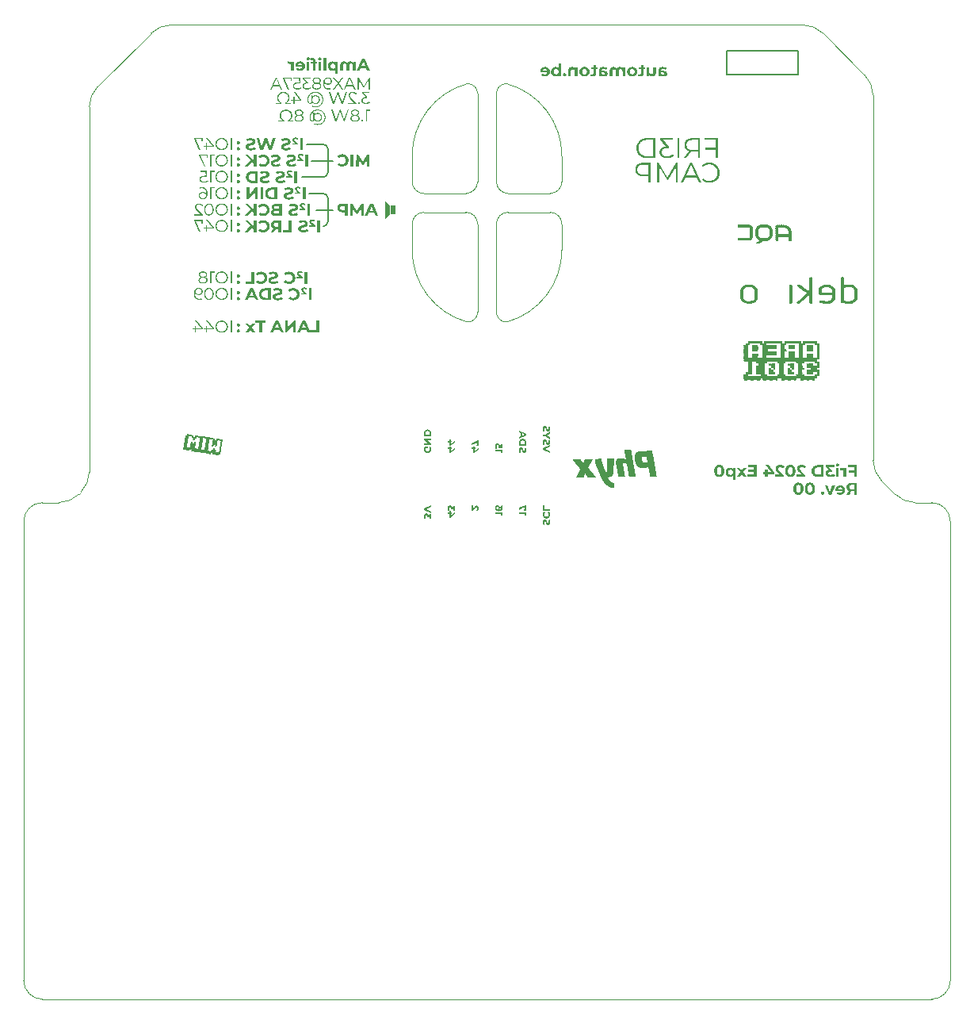
<source format=gbo>
G04*
G04 #@! TF.GenerationSoftware,Altium Limited,Altium Designer,24.2.2 (26)*
G04*
G04 Layer_Color=32896*
%FSLAX25Y25*%
%MOIN*%
G70*
G04*
G04 #@! TF.SameCoordinates,414444BF-B964-4898-950E-571982E1B149*
G04*
G04*
G04 #@! TF.FilePolarity,Positive*
G04*
G01*
G75*
%ADD13C,0.00787*%
%ADD15C,0.00591*%
%ADD16C,0.00394*%
%ADD80C,0.00591*%
G36*
X78282Y164974D02*
X78282Y164210D01*
X74026D01*
X76333Y161320D01*
Y160690D01*
X75739Y160690D01*
X75734Y160690D01*
X75716Y160690D01*
X75697Y160690D01*
X75679Y160689D01*
X75661Y160689D01*
X75642Y160689D01*
X75624Y160689D01*
X75606Y160688D01*
X75588Y160688D01*
X75571Y160687D01*
X75553Y160687D01*
X75535Y160686D01*
X75517Y160685D01*
X75500Y160684D01*
X75482Y160684D01*
X75465Y160683D01*
X75448Y160682D01*
X75431Y160681D01*
X75414Y160679D01*
X75397Y160678D01*
X75380Y160677D01*
X75363Y160676D01*
X75346Y160675D01*
X75329Y160673D01*
X75313Y160672D01*
X75296Y160670D01*
X75279Y160669D01*
X75263Y160667D01*
X75247Y160665D01*
X75230Y160663D01*
X75214Y160662D01*
X75198Y160660D01*
X75182Y160658D01*
X75166Y160656D01*
X75150Y160654D01*
X75135Y160652D01*
X75119Y160650D01*
X75103Y160647D01*
X75088Y160645D01*
X75072Y160643D01*
X75057Y160640D01*
X75042Y160638D01*
X75026Y160635D01*
X75011Y160633D01*
X74996Y160630D01*
X74981Y160627D01*
X74966Y160625D01*
X74951Y160622D01*
X74937Y160619D01*
X74922Y160616D01*
X74907Y160613D01*
X74893Y160610D01*
X74879Y160607D01*
X74864Y160604D01*
X74850Y160600D01*
X74836Y160597D01*
X74822Y160594D01*
X74808Y160591D01*
X74794Y160587D01*
X74780Y160584D01*
X74766Y160580D01*
X74752Y160576D01*
X74739Y160573D01*
X74725Y160569D01*
X74711Y160565D01*
X74698Y160562D01*
X74685Y160558D01*
X74671Y160554D01*
X74658Y160550D01*
X74645Y160546D01*
X74632Y160542D01*
X74619Y160538D01*
X74606Y160533D01*
X74593Y160529D01*
X74581Y160525D01*
X74568Y160520D01*
X74555Y160516D01*
X74543Y160512D01*
X74531Y160507D01*
X74518Y160502D01*
X74506Y160498D01*
X74494Y160493D01*
X74482Y160488D01*
X74470Y160484D01*
X74458Y160479D01*
X74446Y160474D01*
X74434Y160469D01*
X74419Y160462D01*
X74405Y160456D01*
X74390Y160450D01*
X74376Y160443D01*
X74362Y160437D01*
X74348Y160430D01*
X74334Y160423D01*
X74320Y160416D01*
X74306Y160409D01*
X74293Y160403D01*
X74279Y160395D01*
X74266Y160388D01*
X74253Y160381D01*
X74240Y160374D01*
X74227Y160366D01*
X74214Y160359D01*
X74201Y160351D01*
X74188Y160344D01*
X74176Y160336D01*
X74161Y160327D01*
X74146Y160317D01*
X74132Y160308D01*
X74117Y160298D01*
X74103Y160288D01*
X74089Y160278D01*
X74075Y160268D01*
X74059Y160257D01*
X74044Y160245D01*
X74028Y160232D01*
X74013Y160220D01*
X73996Y160206D01*
X73979Y160192D01*
X73962Y160177D01*
X73944Y160160D01*
Y160160D01*
X73941Y160158D01*
X73936Y160153D01*
X73931Y160149D01*
X73926Y160144D01*
X73924Y160142D01*
X73924Y160142D01*
X73924Y160142D01*
X73922Y160139D01*
X73917Y160135D01*
X73912Y160130D01*
X73907Y160125D01*
X73905Y160123D01*
X73905D01*
X73902Y160120D01*
X73896Y160114D01*
X73890Y160108D01*
X73885Y160102D01*
X73882Y160099D01*
X73882Y160099D01*
X73879Y160096D01*
X73873Y160090D01*
X73867Y160083D01*
X73861Y160077D01*
X73858Y160074D01*
X73858Y160074D01*
X73854Y160070D01*
X73847Y160062D01*
X73840Y160054D01*
X73833Y160046D01*
X73830Y160042D01*
X73830D01*
X73811Y160019D01*
X73775Y159973D01*
X73741Y159926D01*
X73709Y159877D01*
X73694Y159852D01*
X73691Y159846D01*
X73683Y159832D01*
X73676Y159819D01*
X73668Y159806D01*
X73665Y159799D01*
X73662Y159794D01*
X73658Y159785D01*
X73653Y159776D01*
X73648Y159766D01*
X73646Y159762D01*
X73644Y159758D01*
X73640Y159750D01*
X73636Y159742D01*
X73633Y159734D01*
X73631Y159730D01*
X73631Y159730D01*
X73631Y159730D01*
X73629Y159727D01*
X73626Y159720D01*
X73623Y159712D01*
X73620Y159705D01*
X73618Y159701D01*
X73616Y159698D01*
X73614Y159691D01*
X73611Y159685D01*
X73608Y159678D01*
X73607Y159674D01*
Y159674D01*
X73605Y159671D01*
X73603Y159665D01*
X73600Y159659D01*
X73598Y159653D01*
X73597Y159650D01*
X73597D01*
X73597Y159650D01*
Y159650D01*
D01*
X73588Y159627D01*
X73580Y159604D01*
X73573Y159584D01*
X73567Y159564D01*
X73560Y159543D01*
X73555Y159525D01*
X73550Y159506D01*
X73545Y159488D01*
X73540Y159469D01*
X73536Y159451D01*
X73532Y159434D01*
X73529Y159418D01*
X73525Y159402D01*
X73522Y159386D01*
X73519Y159369D01*
X73516Y159353D01*
X73513Y159336D01*
X73511Y159319D01*
X73508Y159303D01*
X73506Y159286D01*
X73504Y159272D01*
X73503Y159258D01*
X73501Y159244D01*
X73500Y159229D01*
X73498Y159215D01*
X73497Y159201D01*
X73496Y159186D01*
X73495Y159172D01*
X73494Y159157D01*
X73493Y159143D01*
X73492Y159128D01*
X73492Y159113D01*
X73491Y159098D01*
X73491Y159084D01*
X73491Y159069D01*
X73491Y159054D01*
X73491Y159036D01*
X73491Y159021D01*
X73491Y159005D01*
X73491Y158990D01*
X73491Y158974D01*
X73492Y158959D01*
X73493Y158941D01*
X73494Y158923D01*
X73495Y158905D01*
X73496Y158887D01*
X73497Y158869D01*
X73499Y158851D01*
X73501Y158833D01*
X73503Y158816D01*
X73505Y158798D01*
X73507Y158781D01*
X73509Y158764D01*
X73512Y158746D01*
X73514Y158729D01*
X73518Y158709D01*
X73522Y158689D01*
X73525Y158670D01*
X73529Y158650D01*
X73534Y158631D01*
X73538Y158612D01*
X73543Y158592D01*
X73548Y158571D01*
X73554Y158549D01*
X73560Y158528D01*
X73568Y158504D01*
X73575Y158480D01*
X73583Y158457D01*
X73585Y158453D01*
X73587Y158447D01*
X73589Y158440D01*
X73592Y158434D01*
X73593Y158431D01*
Y158431D01*
X73594Y158427D01*
X73597Y158420D01*
X73599Y158413D01*
X73602Y158406D01*
X73603Y158403D01*
X73605Y158399D01*
X73608Y158391D01*
X73611Y158384D01*
X73614Y158376D01*
X73616Y158372D01*
X73616Y158372D01*
X73618Y158368D01*
X73621Y158360D01*
X73624Y158352D01*
X73628Y158344D01*
X73630Y158340D01*
X73630Y158340D01*
X73632Y158335D01*
X73636Y158326D01*
X73640Y158317D01*
X73645Y158308D01*
X73647Y158303D01*
X73647D01*
X73650Y158298D01*
X73655Y158286D01*
X73661Y158275D01*
X73667Y158263D01*
X73670Y158257D01*
X73683Y158233D01*
X73711Y158185D01*
X73741Y158138D01*
X73773Y158092D01*
X73789Y158070D01*
X73795Y158062D01*
X73807Y158047D01*
X73819Y158031D01*
X73832Y158016D01*
X73838Y158009D01*
X73838Y158009D01*
X73842Y158004D01*
X73850Y157994D01*
X73859Y157985D01*
X73867Y157975D01*
X73872Y157970D01*
X73872Y157970D01*
X73875Y157967D01*
X73882Y157959D01*
X73889Y157952D01*
X73896Y157944D01*
X73899Y157941D01*
X73902Y157938D01*
X73909Y157931D01*
X73915Y157925D01*
X73921Y157919D01*
X73924Y157915D01*
X73924Y157915D01*
X73927Y157913D01*
X73933Y157907D01*
X73939Y157901D01*
X73945Y157896D01*
X73948Y157893D01*
X73948Y157893D01*
X73950Y157890D01*
X73956Y157885D01*
X73961Y157880D01*
X73967Y157875D01*
X73970Y157872D01*
X73970Y157872D01*
X73972Y157870D01*
X73977Y157865D01*
X73983Y157861D01*
X73988Y157856D01*
X73990Y157854D01*
X73990D01*
X74009Y157838D01*
X74028Y157822D01*
X74046Y157808D01*
X74063Y157794D01*
X74081Y157780D01*
X74099Y157767D01*
X74115Y157755D01*
X74131Y157744D01*
X74148Y157733D01*
X74164Y157722D01*
X74181Y157711D01*
X74199Y157700D01*
X74213Y157691D01*
X74228Y157682D01*
X74243Y157673D01*
X74259Y157664D01*
X74274Y157655D01*
X74289Y157647D01*
X74305Y157639D01*
X74321Y157630D01*
X74337Y157622D01*
X74353Y157614D01*
X74369Y157606D01*
X74385Y157598D01*
X74399Y157592D01*
X74413Y157585D01*
X74427Y157579D01*
X74441Y157573D01*
X74455Y157567D01*
X74470Y157561D01*
X74484Y157555D01*
X74498Y157549D01*
X74513Y157543D01*
X74528Y157538D01*
X74542Y157532D01*
X74557Y157527D01*
X74572Y157521D01*
X74587Y157516D01*
X74603Y157510D01*
X74618Y157505D01*
X74633Y157500D01*
X74649Y157495D01*
X74664Y157490D01*
X74680Y157486D01*
X74696Y157481D01*
X74712Y157476D01*
X74727Y157472D01*
X74743Y157467D01*
X74760Y157463D01*
X74776Y157458D01*
X74792Y157454D01*
X74809Y157450D01*
X74825Y157446D01*
X74842Y157442D01*
X74859Y157438D01*
X74875Y157434D01*
X74892Y157431D01*
X74909Y157427D01*
X74927Y157424D01*
X74944Y157420D01*
X74961Y157417D01*
X74978Y157414D01*
X74996Y157411D01*
X75014Y157408D01*
X75031Y157405D01*
X75049Y157402D01*
X75067Y157399D01*
X75085Y157396D01*
X75103Y157394D01*
X75121Y157391D01*
X75139Y157389D01*
X75158Y157386D01*
X75176Y157384D01*
X75195Y157382D01*
X75214Y157380D01*
X75232Y157378D01*
X75251Y157376D01*
X75270Y157374D01*
X75289Y157373D01*
X75308Y157371D01*
X75327Y157370D01*
X75347Y157368D01*
X75366Y157367D01*
X75386Y157366D01*
X75405Y157365D01*
X75425Y157364D01*
X75445Y157363D01*
X75465Y157362D01*
X75485Y157361D01*
X75505Y157360D01*
X75525Y157360D01*
X75545Y157360D01*
X75566Y157359D01*
X75586Y157359D01*
X75607Y157359D01*
X75631Y157359D01*
X75677Y157359D01*
Y157359D01*
X75721Y157360D01*
X75809Y157362D01*
X75897Y157367D01*
X75984Y157373D01*
X76028Y157377D01*
Y157377D01*
X76053Y157379D01*
X76102Y157384D01*
X76151Y157390D01*
X76200Y157396D01*
X76224Y157399D01*
X76242Y157402D01*
X76278Y157407D01*
X76314Y157413D01*
X76350Y157419D01*
X76368Y157422D01*
X76368Y157422D01*
X76382Y157424D01*
X76411Y157430D01*
X76439Y157435D01*
X76468Y157441D01*
X76482Y157443D01*
X76482Y157443D01*
X76494Y157446D01*
X76519Y157451D01*
X76543Y157456D01*
X76568Y157462D01*
X76580Y157465D01*
X76580Y157465D01*
X76591Y157467D01*
X76612Y157472D01*
X76633Y157477D01*
X76654Y157482D01*
X76665Y157485D01*
Y157485D01*
X76674Y157487D01*
X76693Y157492D01*
X76712Y157497D01*
X76730Y157502D01*
X76740Y157504D01*
X76740Y157504D01*
X76740Y157504D01*
X76748Y157507D01*
X76766Y157511D01*
X76783Y157516D01*
X76800Y157521D01*
X76808Y157524D01*
X76808Y157524D01*
X76870Y157542D01*
X76929Y157561D01*
X76984Y157579D01*
X77033Y157596D01*
X77082Y157614D01*
X77127Y157631D01*
X77169Y157648D01*
X77209Y157663D01*
X77248Y157680D01*
X77284Y157695D01*
X77319Y157711D01*
X77352Y157726D01*
X77384Y157742D01*
X77416Y157757D01*
X77446Y157772D01*
X77475Y157787D01*
X77504Y157801D01*
X77530Y157816D01*
X77556Y157830D01*
X77582Y157844D01*
X77607Y157858D01*
X77630Y157872D01*
X77653Y157885D01*
X77675Y157899D01*
X77698Y157912D01*
X77720Y157926D01*
X77742Y157940D01*
X77762Y157953D01*
X77781Y157966D01*
X77800Y157978D01*
X77819Y157991D01*
X77838Y158004D01*
X77857Y158018D01*
X77875Y158031D01*
X77894Y158044D01*
X77910Y158056D01*
X77926Y158068D01*
X77942Y158080D01*
X77957Y158093D01*
X77973Y158105D01*
X77988Y158117D01*
X78004Y158130D01*
X78019Y158142D01*
X78034Y158155D01*
X78048Y158167D01*
X78063Y158180D01*
X78078Y158193D01*
X78092Y158206D01*
X78104Y158217D01*
X78117Y158228D01*
X78129Y158240D01*
X78141Y158251D01*
X78153Y158263D01*
X78165Y158274D01*
X78176Y158286D01*
X78188Y158297D01*
X78199Y158309D01*
X78212Y158322D01*
X78629Y157644D01*
X78625Y157640D01*
X78611Y157626D01*
X78598Y157613D01*
X78584Y157599D01*
X78570Y157586D01*
X78556Y157572D01*
X78541Y157559D01*
X78527Y157546D01*
X78512Y157533D01*
X78497Y157520D01*
X78483Y157507D01*
X78468Y157494D01*
X78452Y157481D01*
X78437Y157468D01*
X78422Y157455D01*
X78406Y157443D01*
X78390Y157430D01*
X78374Y157418D01*
X78358Y157405D01*
X78342Y157393D01*
X78326Y157381D01*
X78310Y157368D01*
X78293Y157356D01*
X78276Y157344D01*
X78260Y157332D01*
X78243Y157320D01*
X78226Y157309D01*
X78209Y157297D01*
X78191Y157285D01*
X78174Y157274D01*
X78156Y157262D01*
X78136Y157249D01*
X78116Y157236D01*
X78095Y157223D01*
X78075Y157211D01*
X78054Y157198D01*
X78033Y157186D01*
X78012Y157173D01*
X77991Y157161D01*
X77969Y157149D01*
X77947Y157137D01*
X77926Y157125D01*
X77904Y157113D01*
X77879Y157100D01*
X77854Y157087D01*
X77829Y157074D01*
X77804Y157061D01*
X77779Y157049D01*
X77753Y157036D01*
X77727Y157024D01*
X77698Y157010D01*
X77669Y156997D01*
X77640Y156984D01*
X77610Y156971D01*
X77581Y156958D01*
X77548Y156944D01*
X77515Y156931D01*
X77482Y156918D01*
X77448Y156904D01*
X77411Y156890D01*
X77374Y156877D01*
X77334Y156862D01*
X77293Y156848D01*
X77249Y156833D01*
X77205Y156818D01*
X77157Y156803D01*
X77105Y156787D01*
X77053Y156772D01*
X76995Y156755D01*
X76932Y156739D01*
X76866Y156722D01*
X76789Y156704D01*
X76704Y156685D01*
X76692Y156683D01*
X76666Y156677D01*
X76640Y156672D01*
X76615Y156667D01*
X76602Y156665D01*
X76586Y156662D01*
X76553Y156656D01*
X76521Y156650D01*
X76488Y156645D01*
X76471Y156642D01*
X76397Y156630D01*
X76248Y156610D01*
X76098Y156595D01*
X75947Y156583D01*
X75872Y156580D01*
X75872Y156580D01*
Y156580D01*
X75842Y156579D01*
X75782Y156576D01*
X75722Y156575D01*
X75661Y156574D01*
X75631D01*
X75631Y156574D01*
X75601Y156574D01*
X75571Y156575D01*
X75542Y156575D01*
X75512Y156576D01*
X75482Y156576D01*
X75453Y156577D01*
X75424Y156578D01*
X75395Y156579D01*
X75366Y156581D01*
X75337Y156582D01*
X75309Y156584D01*
X75280Y156586D01*
X75252Y156588D01*
X75224Y156590D01*
X75196Y156592D01*
X75168Y156595D01*
X75141Y156597D01*
X75113Y156600D01*
X75086Y156603D01*
X75058Y156606D01*
X75031Y156609D01*
X75004Y156612D01*
X74978Y156616D01*
X74951Y156619D01*
X74924Y156623D01*
X74898Y156627D01*
X74872Y156631D01*
X74846Y156635D01*
X74820Y156640D01*
X74794Y156644D01*
X74769Y156649D01*
X74743Y156653D01*
X74718Y156658D01*
X74693Y156663D01*
X74668Y156669D01*
X74643Y156674D01*
X74619Y156679D01*
X74594Y156685D01*
X74570Y156691D01*
X74545Y156697D01*
X74521Y156703D01*
X74497Y156709D01*
X74474Y156715D01*
X74450Y156722D01*
X74427Y156728D01*
X74403Y156735D01*
X74375Y156743D01*
X74348Y156752D01*
X74321Y156760D01*
X74293Y156769D01*
X74266Y156778D01*
X74240Y156787D01*
X74213Y156797D01*
X74187Y156806D01*
X74161Y156816D01*
X74135Y156826D01*
X74110Y156836D01*
X74084Y156846D01*
X74059Y156857D01*
X74034Y156868D01*
X74009Y156878D01*
X73985Y156889D01*
X73960Y156901D01*
X73936Y156912D01*
X73908Y156926D01*
X73881Y156939D01*
X73853Y156953D01*
X73826Y156968D01*
X73800Y156982D01*
X73773Y156997D01*
X73747Y157012D01*
X73722Y157027D01*
X73693Y157044D01*
X73664Y157062D01*
X73635Y157080D01*
X73607Y157099D01*
X73576Y157120D01*
X73546Y157142D01*
X73516Y157163D01*
X73483Y157188D01*
X73451Y157213D01*
X73447Y157217D01*
X73438Y157224D01*
X73429Y157231D01*
X73421Y157238D01*
X73416Y157241D01*
X73412Y157245D01*
X73404Y157252D01*
X73395Y157259D01*
X73387Y157266D01*
X73382Y157270D01*
X73382Y157270D01*
X73382D01*
X73378Y157274D01*
X73369Y157282D01*
X73360Y157290D01*
X73351Y157298D01*
X73346Y157302D01*
X73341Y157306D01*
X73332Y157315D01*
X73322Y157324D01*
X73313Y157333D01*
X73308Y157337D01*
D01*
X73303Y157342D01*
X73292Y157352D01*
X73281Y157363D01*
X73270Y157373D01*
X73265Y157378D01*
X73259Y157384D01*
X73247Y157396D01*
X73236Y157408D01*
X73224Y157420D01*
X73218Y157426D01*
X73218Y157427D01*
X73211Y157434D01*
X73197Y157449D01*
X73183Y157464D01*
X73169Y157480D01*
X73163Y157487D01*
X73163Y157487D01*
X73128Y157527D01*
X73062Y157610D01*
X73001Y157695D01*
X72943Y157784D01*
X72917Y157830D01*
X72917D01*
X72909Y157843D01*
X72894Y157870D01*
X72879Y157897D01*
X72865Y157924D01*
X72858Y157938D01*
X72858Y157938D01*
X72854Y157948D01*
X72844Y157967D01*
X72835Y157986D01*
X72826Y158005D01*
X72822Y158015D01*
X72822D01*
X72818Y158023D01*
X72811Y158038D01*
X72804Y158054D01*
X72797Y158070D01*
X72794Y158078D01*
X72794D01*
X72791Y158086D01*
X72785Y158100D01*
X72779Y158114D01*
X72774Y158129D01*
X72771Y158136D01*
X72771D01*
X72768Y158142D01*
X72764Y158155D01*
X72759Y158168D01*
X72754Y158180D01*
X72752Y158187D01*
X72752Y158187D01*
X72750Y158193D01*
X72746Y158204D01*
X72742Y158217D01*
X72737Y158228D01*
X72735Y158234D01*
X72735D01*
X72734Y158240D01*
X72730Y158251D01*
X72726Y158262D01*
X72723Y158273D01*
X72721Y158279D01*
X72719Y158284D01*
X72716Y158296D01*
X72713Y158307D01*
X72709Y158318D01*
X72708Y158324D01*
X72708Y158324D01*
X72706Y158329D01*
X72703Y158339D01*
X72700Y158350D01*
X72698Y158360D01*
X72696Y158365D01*
X72696D01*
X72695Y158370D01*
X72692Y158381D01*
X72689Y158391D01*
X72686Y158402D01*
X72685Y158407D01*
X72676Y158445D01*
X72667Y158484D01*
X72659Y158523D01*
X72653Y158558D01*
X72647Y158593D01*
X72641Y158629D01*
X72636Y158665D01*
X72631Y158701D01*
X72627Y158737D01*
X72623Y158769D01*
X72620Y158801D01*
X72618Y158834D01*
X72616Y158867D01*
X72614Y158899D01*
X72612Y158932D01*
X72611Y158965D01*
X72611Y158999D01*
X72610Y159036D01*
X72611Y159056D01*
X72611Y159080D01*
X72611Y159104D01*
X72612Y159127D01*
X72613Y159151D01*
X72614Y159174D01*
X72615Y159198D01*
X72616Y159221D01*
X72618Y159248D01*
X72620Y159275D01*
X72623Y159302D01*
X72626Y159329D01*
X72628Y159355D01*
X72632Y159382D01*
X72635Y159408D01*
X72639Y159435D01*
X72643Y159461D01*
X72647Y159487D01*
X72652Y159512D01*
X72657Y159542D01*
X72663Y159571D01*
X72669Y159600D01*
X72676Y159629D01*
X72682Y159658D01*
X72690Y159686D01*
X72698Y159718D01*
X72707Y159750D01*
X72716Y159781D01*
X72727Y159816D01*
X72739Y159850D01*
X72740Y159855D01*
X72744Y159864D01*
X72747Y159873D01*
X72750Y159883D01*
X72752Y159887D01*
Y159887D01*
X72754Y159892D01*
X72757Y159901D01*
X72761Y159910D01*
X72764Y159920D01*
X72766Y159924D01*
X72766D01*
X72768Y159929D01*
X72772Y159939D01*
X72776Y159949D01*
X72780Y159959D01*
X72782Y159964D01*
X72784Y159970D01*
X72788Y159980D01*
X72793Y159991D01*
X72798Y160002D01*
X72800Y160007D01*
X72803Y160013D01*
X72808Y160026D01*
X72813Y160038D01*
X72819Y160050D01*
X72822Y160056D01*
X72822D01*
X72825Y160063D01*
X72831Y160076D01*
X72838Y160090D01*
X72845Y160104D01*
X72848Y160110D01*
Y160110D01*
X72852Y160119D01*
X72861Y160136D01*
X72870Y160154D01*
X72880Y160171D01*
X72885Y160179D01*
Y160179D01*
X72902Y160211D01*
X72939Y160274D01*
X72979Y160335D01*
X73021Y160394D01*
X73043Y160423D01*
X73043Y160423D01*
X73052Y160435D01*
X73072Y160460D01*
X73091Y160484D01*
X73111Y160508D01*
X73121Y160520D01*
Y160520D01*
X73121Y160520D01*
X73128Y160527D01*
X73140Y160541D01*
X73153Y160555D01*
X73165Y160569D01*
X73172Y160576D01*
D01*
X73177Y160582D01*
X73187Y160593D01*
X73198Y160604D01*
X73209Y160615D01*
X73214Y160620D01*
Y160620D01*
X73219Y160625D01*
X73228Y160634D01*
X73237Y160643D01*
X73246Y160652D01*
X73250Y160656D01*
X73250D01*
X73255Y160660D01*
X73263Y160668D01*
X73272Y160677D01*
X73280Y160685D01*
X73285Y160689D01*
X73285Y160689D01*
X73289Y160692D01*
X73297Y160700D01*
X73305Y160707D01*
X73313Y160714D01*
X73317Y160718D01*
X73317Y160718D01*
X73317D01*
X73321Y160721D01*
X73329Y160728D01*
X73336Y160735D01*
X73344Y160741D01*
X73348Y160745D01*
X73348Y160745D01*
X73376Y160768D01*
X73405Y160792D01*
X73432Y160812D01*
X73458Y160833D01*
X73483Y160850D01*
X73507Y160868D01*
X73532Y160885D01*
X73558Y160902D01*
X73580Y160917D01*
X73603Y160932D01*
X73626Y160946D01*
X73649Y160960D01*
X73672Y160974D01*
X73696Y160988D01*
X73720Y161001D01*
X73741Y161013D01*
X73762Y161024D01*
X73783Y161035D01*
X73804Y161046D01*
X73826Y161057D01*
X73848Y161068D01*
X73870Y161079D01*
X73892Y161089D01*
X73914Y161099D01*
X73936Y161109D01*
X73959Y161119D01*
X73982Y161129D01*
X74005Y161139D01*
X74028Y161148D01*
X74052Y161158D01*
X74072Y161165D01*
X74091Y161173D01*
X74111Y161180D01*
X74131Y161188D01*
X74152Y161195D01*
X74172Y161202D01*
X74193Y161209D01*
X74213Y161216D01*
X74234Y161223D01*
X74255Y161229D01*
X74276Y161236D01*
X74297Y161242D01*
X74318Y161249D01*
X74340Y161255D01*
X74361Y161261D01*
X74383Y161267D01*
X74405Y161273D01*
X74427Y161278D01*
X74449Y161284D01*
X74471Y161290D01*
X74494Y161295D01*
X74516Y161300D01*
X74539Y161306D01*
X74562Y161311D01*
X74585Y161316D01*
X74607Y161320D01*
X74631Y161325D01*
X74654Y161330D01*
X74677Y161334D01*
X74701Y161339D01*
X74725Y161343D01*
X74749Y161347D01*
X74773Y161351D01*
X74797Y161355D01*
X74821Y161359D01*
X74845Y161362D01*
X74870Y161366D01*
X74895Y161369D01*
X74919Y161373D01*
X74944Y161376D01*
X74969Y161379D01*
X74994Y161382D01*
X75020Y161385D01*
X75045Y161387D01*
X75071Y161390D01*
X75097Y161392D01*
X75122Y161395D01*
X75148Y161397D01*
X75174Y161399D01*
X75201Y161401D01*
X75227Y161402D01*
X75254Y161404D01*
X75286Y161406D01*
X72929Y164368D01*
Y164974D01*
X78282Y164974D01*
D02*
G37*
G36*
X73172Y160576D02*
X73172Y160576D01*
Y160576D01*
X73172Y160576D01*
D02*
G37*
G36*
X73630Y158340D02*
Y158340D01*
D01*
Y158340D01*
D02*
G37*
G36*
X73308Y157337D02*
X73308Y157337D01*
Y157337D01*
X73308D01*
D02*
G37*
G36*
X80971Y156648D02*
X80091D01*
X80091Y164974D01*
X80971D01*
X80971Y156648D01*
D02*
G37*
G36*
X70671Y164974D02*
Y156648D01*
X67282D01*
X67219Y156648D01*
X67155Y156649D01*
X67092Y156651D01*
X67029Y156653D01*
X66967Y156656D01*
X66905Y156659D01*
X66843Y156664D01*
X66782Y156668D01*
X66721Y156674D01*
X66660Y156680D01*
X66600Y156687D01*
X66540Y156694D01*
X66480Y156702D01*
X66421Y156711D01*
X66362Y156720D01*
X66297Y156731D01*
X66231Y156743D01*
X66167Y156756D01*
X66102Y156769D01*
X66039Y156783D01*
X65975Y156798D01*
X65912Y156814D01*
X65850Y156830D01*
X65788Y156847D01*
X65720Y156867D01*
X65653Y156888D01*
X65586Y156910D01*
X65520Y156933D01*
X65455Y156956D01*
X65390Y156981D01*
X65319Y157008D01*
X65250Y157037D01*
X65181Y157067D01*
X65113Y157098D01*
X65104Y157103D01*
X65085Y157111D01*
X65067Y157120D01*
X65049Y157129D01*
X65040Y157133D01*
X65031Y157138D01*
X65013Y157147D01*
X64994Y157156D01*
X64976Y157165D01*
X64967Y157169D01*
X64958Y157174D01*
X64938Y157184D01*
X64919Y157194D01*
X64900Y157205D01*
X64890Y157210D01*
X64881Y157215D01*
X64862Y157226D01*
X64843Y157236D01*
X64824Y157247D01*
X64814Y157252D01*
X64804Y157258D01*
X64784Y157269D01*
X64764Y157281D01*
X64744Y157293D01*
X64734Y157299D01*
X64723Y157305D01*
X64702Y157318D01*
X64681Y157331D01*
X64660Y157344D01*
X64649Y157351D01*
X64638Y157358D01*
X64616Y157372D01*
X64594Y157386D01*
X64572Y157401D01*
X64561Y157408D01*
X64549Y157415D01*
X64526Y157431D01*
X64503Y157447D01*
X64481Y157463D01*
X64469Y157471D01*
X64457Y157479D01*
X64433Y157497D01*
X64410Y157514D01*
X64386Y157531D01*
X64374Y157540D01*
X64374D01*
X64361Y157550D01*
X64336Y157570D01*
X64310Y157590D01*
X64284Y157610D01*
X64272Y157620D01*
X64257Y157632D01*
X64227Y157657D01*
X64197Y157682D01*
X64167Y157707D01*
X64153Y157720D01*
X64135Y157736D01*
X64099Y157768D01*
X64063Y157801D01*
X64028Y157834D01*
X64011Y157851D01*
X63943Y157917D01*
X63813Y158055D01*
X63691Y158200D01*
X63577Y158350D01*
X63523Y158428D01*
X63502Y158459D01*
X63460Y158522D01*
X63420Y158587D01*
X63381Y158651D01*
X63362Y158684D01*
X63350Y158704D01*
X63327Y158745D01*
X63305Y158787D01*
X63283Y158828D01*
X63272Y158849D01*
X63264Y158866D01*
X63247Y158899D01*
X63231Y158933D01*
X63215Y158967D01*
X63207Y158984D01*
X63200Y158999D01*
X63186Y159028D01*
X63173Y159058D01*
X63160Y159088D01*
X63154Y159103D01*
X63148Y159116D01*
X63138Y159142D01*
X63127Y159168D01*
X63117Y159194D01*
X63112Y159207D01*
X63107Y159219D01*
X63097Y159244D01*
X63088Y159268D01*
X63079Y159293D01*
X63074Y159306D01*
X63070Y159317D01*
X63062Y159341D01*
X63054Y159364D01*
X63046Y159388D01*
X63042Y159400D01*
X63038Y159411D01*
X63031Y159433D01*
X63024Y159455D01*
X63017Y159478D01*
X63013Y159489D01*
X63010Y159499D01*
X63004Y159520D01*
X62998Y159541D01*
X62992Y159562D01*
X62989Y159572D01*
X62989Y159572D01*
X62986Y159583D01*
X62980Y159604D01*
X62974Y159625D01*
X62968Y159646D01*
X62966Y159657D01*
X62963Y159667D01*
X62958Y159686D01*
X62953Y159706D01*
X62948Y159726D01*
X62946Y159736D01*
X62943Y159746D01*
X62939Y159766D01*
X62934Y159785D01*
X62929Y159805D01*
X62927Y159815D01*
X62925Y159824D01*
X62921Y159843D01*
X62917Y159861D01*
X62914Y159880D01*
X62912Y159889D01*
X62897Y159963D01*
X62885Y160031D01*
X62874Y160100D01*
X62864Y160169D01*
X62855Y160238D01*
X62848Y160301D01*
X62842Y160365D01*
X62836Y160428D01*
X62832Y160493D01*
X62828Y160557D01*
X62825Y160622D01*
X62823Y160687D01*
X62822Y160746D01*
X62821Y160812D01*
X62821Y160834D01*
X62822Y160892D01*
X62823Y160958D01*
X62826Y161023D01*
X62829Y161088D01*
X62833Y161152D01*
X62838Y161216D01*
X62844Y161280D01*
X62850Y161343D01*
X62859Y161413D01*
X62868Y161482D01*
X62879Y161551D01*
X62890Y161619D01*
X62904Y161694D01*
X62919Y161768D01*
X62920Y161777D01*
X62924Y161795D01*
X62928Y161814D01*
X62933Y161832D01*
X62935Y161841D01*
X62937Y161851D01*
X62942Y161871D01*
X62946Y161891D01*
X62951Y161910D01*
X62954Y161920D01*
X62956Y161930D01*
X62961Y161950D01*
X62966Y161969D01*
X62972Y161989D01*
X62974Y161999D01*
X62977Y162009D01*
X62983Y162030D01*
X62989Y162051D01*
X62995Y162073D01*
X62998Y162083D01*
X63001Y162094D01*
X63008Y162117D01*
X63015Y162139D01*
X63022Y162161D01*
X63025Y162173D01*
X63029Y162184D01*
X63036Y162206D01*
X63043Y162228D01*
X63051Y162250D01*
X63055Y162261D01*
X63059Y162273D01*
X63067Y162296D01*
X63075Y162320D01*
X63084Y162343D01*
X63088Y162355D01*
X63093Y162368D01*
X63103Y162394D01*
X63113Y162420D01*
X63123Y162446D01*
X63129Y162459D01*
X63134Y162473D01*
X63145Y162500D01*
X63157Y162527D01*
X63169Y162554D01*
X63174Y162568D01*
X63181Y162584D01*
X63196Y162615D01*
X63210Y162646D01*
X63224Y162677D01*
X63232Y162692D01*
X63241Y162711D01*
X63259Y162747D01*
X63277Y162783D01*
X63296Y162819D01*
X63305Y162837D01*
X63368Y162955D01*
X63510Y163180D01*
X63668Y163396D01*
X63840Y163599D01*
X63933Y163695D01*
X63952Y163714D01*
X63991Y163753D01*
X64030Y163791D01*
X64070Y163828D01*
X64090Y163847D01*
X64105Y163860D01*
X64135Y163887D01*
X64166Y163914D01*
X64196Y163940D01*
X64212Y163953D01*
X64225Y163964D01*
X64251Y163986D01*
X64277Y164007D01*
X64304Y164028D01*
X64318Y164039D01*
X64330Y164048D01*
X64354Y164067D01*
X64379Y164086D01*
X64404Y164104D01*
X64416Y164113D01*
X64427Y164122D01*
X64450Y164138D01*
X64473Y164154D01*
X64495Y164170D01*
X64507Y164178D01*
X64507Y164178D01*
X64517Y164185D01*
X64539Y164200D01*
X64561Y164215D01*
X64583Y164229D01*
X64594Y164236D01*
X64604Y164243D01*
X64625Y164257D01*
X64646Y164270D01*
X64667Y164283D01*
X64677Y164289D01*
X64687Y164295D01*
X64707Y164307D01*
X64727Y164320D01*
X64747Y164331D01*
X64757Y164337D01*
X64766Y164343D01*
X64785Y164354D01*
X64803Y164364D01*
X64822Y164375D01*
X64832Y164380D01*
X64841Y164385D01*
X64860Y164396D01*
X64879Y164406D01*
X64898Y164417D01*
X64908Y164422D01*
X64917Y164427D01*
X64935Y164436D01*
X64952Y164445D01*
X64970Y164454D01*
X64979Y164459D01*
X64988Y164464D01*
X65006Y164473D01*
X65025Y164482D01*
X65043Y164490D01*
X65052Y164495D01*
X65061Y164499D01*
X65079Y164508D01*
X65098Y164517D01*
X65116Y164525D01*
X65125Y164530D01*
X65193Y164560D01*
X65262Y164590D01*
X65332Y164619D01*
X65396Y164644D01*
X65461Y164668D01*
X65527Y164692D01*
X65593Y164714D01*
X65660Y164736D01*
X65727Y164757D01*
X65788Y164775D01*
X65850Y164792D01*
X65912Y164808D01*
X65975Y164824D01*
X66039Y164839D01*
X66102Y164853D01*
X66167Y164866D01*
X66231Y164879D01*
X66297Y164891D01*
X66355Y164901D01*
X66414Y164910D01*
X66473Y164919D01*
X66532Y164927D01*
X66592Y164934D01*
X66653Y164941D01*
X66713Y164947D01*
X66774Y164953D01*
X66835Y164958D01*
X66897Y164962D01*
X66959Y164966D01*
X67022Y164969D01*
X67084Y164971D01*
X67147Y164973D01*
X67211Y164974D01*
X67282Y164974D01*
X70671Y164974D01*
D02*
G37*
G36*
X89570Y156645D02*
X88690Y156645D01*
Y159286D01*
X86454D01*
X86370Y159286D01*
X86204Y159290D01*
X86038Y159299D01*
X85871Y159312D01*
X85789Y159321D01*
X83885Y156645D01*
X82918Y156646D01*
X84952Y159501D01*
X84930Y159508D01*
X84905Y159517D01*
X84880Y159525D01*
X84855Y159534D01*
X84830Y159543D01*
X84802Y159553D01*
X84774Y159564D01*
X84746Y159574D01*
X84719Y159585D01*
X84691Y159597D01*
X84664Y159608D01*
X84637Y159620D01*
X84610Y159631D01*
X84584Y159643D01*
X84557Y159655D01*
X84531Y159668D01*
X84505Y159680D01*
X84480Y159693D01*
X84451Y159708D01*
X84423Y159722D01*
X84395Y159738D01*
X84367Y159753D01*
X84339Y159768D01*
X84312Y159784D01*
X84285Y159800D01*
X84255Y159818D01*
X84226Y159837D01*
X84197Y159855D01*
X84168Y159874D01*
X84137Y159896D01*
X84106Y159917D01*
X84073Y159941D01*
X84040Y159965D01*
X84006Y159992D01*
X83972Y160020D01*
X83967Y160023D01*
X83958Y160031D01*
X83949Y160038D01*
X83940Y160046D01*
X83935Y160050D01*
X83930Y160054D01*
X83921Y160062D01*
X83912Y160070D01*
X83902Y160078D01*
X83897Y160082D01*
X83892Y160087D01*
X83881Y160097D01*
X83871Y160106D01*
X83860Y160116D01*
X83855Y160120D01*
X83850Y160126D01*
X83839Y160136D01*
X83828Y160146D01*
X83817Y160156D01*
X83812Y160161D01*
X83806Y160168D01*
X83793Y160180D01*
X83781Y160192D01*
X83768Y160204D01*
X83762Y160211D01*
X83755Y160218D01*
X83740Y160234D01*
X83725Y160249D01*
X83711Y160265D01*
X83704Y160273D01*
X83671Y160309D01*
X83609Y160382D01*
X83551Y160459D01*
X83495Y160537D01*
X83469Y160578D01*
X83460Y160591D01*
X83442Y160619D01*
X83425Y160648D01*
X83408Y160676D01*
X83400Y160690D01*
X83395Y160700D01*
X83384Y160719D01*
X83374Y160737D01*
X83363Y160756D01*
X83359Y160766D01*
X83355Y160774D01*
X83346Y160789D01*
X83338Y160805D01*
X83331Y160820D01*
X83327Y160828D01*
X83324Y160835D01*
X83317Y160849D01*
X83311Y160862D01*
X83304Y160876D01*
X83301Y160883D01*
X83298Y160889D01*
X83293Y160901D01*
X83287Y160913D01*
X83282Y160925D01*
X83279Y160932D01*
X83276Y160938D01*
X83272Y160949D01*
X83267Y160961D01*
X83262Y160972D01*
X83259Y160978D01*
X83257Y160984D01*
X83253Y160995D01*
X83248Y161006D01*
X83244Y161017D01*
X83242Y161022D01*
X83226Y161064D01*
X83212Y161102D01*
X83199Y161141D01*
X83187Y161177D01*
X83176Y161213D01*
X83166Y161247D01*
X83157Y161280D01*
X83148Y161314D01*
X83139Y161348D01*
X83131Y161379D01*
X83124Y161410D01*
X83118Y161441D01*
X83111Y161473D01*
X83105Y161504D01*
X83100Y161532D01*
X83095Y161561D01*
X83090Y161590D01*
X83086Y161618D01*
X83081Y161647D01*
X83077Y161677D01*
X83074Y161706D01*
X83070Y161735D01*
X83067Y161765D01*
X83064Y161794D01*
X83062Y161821D01*
X83060Y161847D01*
X83058Y161873D01*
X83056Y161900D01*
X83055Y161926D01*
X83053Y161953D01*
X83052Y161980D01*
X83051Y162007D01*
X83050Y162034D01*
X83050Y162061D01*
X83049Y162088D01*
X83049Y162120D01*
X83049Y162146D01*
X83050Y162173D01*
X83050Y162205D01*
X83051Y162236D01*
X83052Y162268D01*
X83054Y162299D01*
X83056Y162330D01*
X83057Y162361D01*
X83060Y162392D01*
X83062Y162423D01*
X83065Y162453D01*
X83068Y162484D01*
X83072Y162514D01*
X83075Y162544D01*
X83079Y162574D01*
X83083Y162603D01*
X83087Y162633D01*
X83092Y162662D01*
X83098Y162697D01*
X83104Y162730D01*
X83111Y162764D01*
X83118Y162797D01*
X83125Y162831D01*
X83132Y162864D01*
X83142Y162901D01*
X83151Y162938D01*
X83161Y162975D01*
X83172Y163012D01*
X83183Y163048D01*
X83196Y163088D01*
X83209Y163128D01*
X83211Y163134D01*
X83215Y163145D01*
X83219Y163156D01*
X83223Y163167D01*
X83225Y163172D01*
X83227Y163178D01*
X83231Y163188D01*
X83235Y163199D01*
X83239Y163210D01*
X83241Y163216D01*
X83244Y163222D01*
X83248Y163233D01*
X83253Y163245D01*
X83258Y163257D01*
X83260Y163263D01*
X83263Y163269D01*
X83268Y163282D01*
X83274Y163295D01*
X83279Y163308D01*
X83282Y163314D01*
X83285Y163321D01*
X83291Y163334D01*
X83297Y163348D01*
X83303Y163362D01*
X83306Y163368D01*
X83306D01*
X83310Y163376D01*
X83317Y163392D01*
X83325Y163407D01*
X83332Y163423D01*
X83336Y163430D01*
X83341Y163439D01*
X83350Y163458D01*
X83359Y163476D01*
X83369Y163494D01*
X83374Y163503D01*
X83404Y163559D01*
X83472Y163669D01*
X83544Y163775D01*
X83623Y163877D01*
X83664Y163926D01*
X83673Y163936D01*
X83691Y163957D01*
X83709Y163977D01*
X83727Y163997D01*
X83737Y164007D01*
X83744Y164014D01*
X83758Y164029D01*
X83772Y164043D01*
X83786Y164058D01*
X83793Y164065D01*
X83799Y164071D01*
X83811Y164083D01*
X83824Y164095D01*
X83836Y164107D01*
X83842Y164113D01*
Y164113D01*
X83847Y164118D01*
X83858Y164128D01*
X83869Y164138D01*
X83880Y164148D01*
X83886Y164153D01*
X83891Y164157D01*
X83901Y164166D01*
X83911Y164176D01*
X83921Y164185D01*
X83927Y164189D01*
X83931Y164193D01*
X83941Y164201D01*
X83951Y164209D01*
X83960Y164218D01*
X83965Y164222D01*
X83969Y164225D01*
X83978Y164233D01*
X83987Y164240D01*
X83996Y164247D01*
X84001Y164251D01*
X84005Y164254D01*
X84014Y164261D01*
X84023Y164269D01*
X84032Y164276D01*
X84037Y164279D01*
X84070Y164304D01*
X84104Y164329D01*
X84138Y164354D01*
X84169Y164375D01*
X84200Y164396D01*
X84232Y164416D01*
X84264Y164436D01*
X84296Y164456D01*
X84325Y164473D01*
X84354Y164490D01*
X84383Y164507D01*
X84413Y164523D01*
X84442Y164539D01*
X84473Y164555D01*
X84503Y164570D01*
X84534Y164585D01*
X84560Y164598D01*
X84587Y164611D01*
X84614Y164623D01*
X84641Y164635D01*
X84669Y164647D01*
X84696Y164659D01*
X84724Y164671D01*
X84752Y164682D01*
X84781Y164693D01*
X84809Y164704D01*
X84838Y164715D01*
X84867Y164725D01*
X84896Y164735D01*
X84925Y164745D01*
X84955Y164755D01*
X84984Y164765D01*
X85014Y164774D01*
X85044Y164784D01*
X85075Y164793D01*
X85105Y164802D01*
X85136Y164810D01*
X85167Y164819D01*
X85198Y164827D01*
X85229Y164835D01*
X85255Y164841D01*
X85282Y164847D01*
X85308Y164854D01*
X85335Y164860D01*
X85362Y164865D01*
X85389Y164871D01*
X85416Y164877D01*
X85443Y164882D01*
X85471Y164887D01*
X85498Y164892D01*
X85526Y164898D01*
X85553Y164902D01*
X85581Y164907D01*
X85609Y164911D01*
X85638Y164916D01*
X85666Y164920D01*
X85694Y164924D01*
X85723Y164928D01*
X85752Y164932D01*
X85780Y164935D01*
X85809Y164939D01*
X85839Y164942D01*
X85868Y164945D01*
X85897Y164948D01*
X85927Y164951D01*
X85956Y164953D01*
X85986Y164956D01*
X86016Y164958D01*
X86046Y164960D01*
X86076Y164962D01*
X86106Y164964D01*
X86137Y164966D01*
X86167Y164968D01*
X86198Y164969D01*
X86229Y164970D01*
X86260Y164971D01*
X86291Y164972D01*
X86322Y164973D01*
X86353Y164973D01*
X86384Y164974D01*
X86416Y164974D01*
X86454Y164974D01*
X89570D01*
Y156645D01*
D02*
G37*
G36*
X97101Y156640D02*
X96221D01*
Y160175D01*
X91916D01*
Y160936D01*
X96221D01*
Y164210D01*
X91392Y164212D01*
Y164974D01*
X97101D01*
Y156640D01*
D02*
G37*
G36*
X93510Y154698D02*
X93600Y154696D01*
X93689Y154693D01*
X93778Y154689D01*
X93778Y154689D01*
X93789Y154688D01*
X93811Y154687D01*
X93833Y154685D01*
X93855Y154684D01*
X93866Y154683D01*
X93878Y154682D01*
X93901Y154680D01*
X93925Y154678D01*
X93949Y154676D01*
X93960Y154675D01*
X93960Y154675D01*
X93972Y154674D01*
X93995Y154671D01*
X94019Y154669D01*
X94042Y154666D01*
X94054Y154665D01*
X94054D01*
X94066Y154664D01*
X94089Y154661D01*
X94112Y154658D01*
X94136Y154655D01*
X94147Y154653D01*
X94147Y154653D01*
X94160Y154651D01*
X94185Y154648D01*
X94209Y154644D01*
X94234Y154641D01*
X94247Y154639D01*
X94247Y154639D01*
X94247Y154639D01*
D01*
X94247Y154639D01*
X94259Y154637D01*
X94284Y154633D01*
X94308Y154629D01*
X94333Y154624D01*
X94345Y154622D01*
X94345Y154622D01*
X94345D01*
X94345D01*
D01*
X94358Y154620D01*
X94382Y154616D01*
X94406Y154611D01*
X94431Y154606D01*
X94443Y154604D01*
X94443Y154604D01*
X94456Y154601D01*
X94482Y154596D01*
X94508Y154591D01*
X94533Y154585D01*
X94546Y154582D01*
Y154582D01*
X94546D01*
X94559Y154579D01*
X94585Y154573D01*
X94610Y154567D01*
X94636Y154561D01*
X94649Y154558D01*
X94649Y154558D01*
X94662Y154555D01*
X94689Y154548D01*
X94716Y154541D01*
X94743Y154534D01*
X94757Y154530D01*
X94757Y154530D01*
X94771Y154526D01*
X94799Y154518D01*
X94828Y154510D01*
X94856Y154502D01*
X94870Y154498D01*
X94870Y154498D01*
X94870D01*
X94870D01*
D01*
X94884Y154493D01*
X94912Y154485D01*
X94940Y154476D01*
X94968Y154467D01*
X94981Y154463D01*
Y154463D01*
Y154463D01*
X94996Y154458D01*
X95025Y154448D01*
X95055Y154438D01*
X95084Y154428D01*
X95098Y154422D01*
X95113Y154417D01*
X95144Y154406D01*
X95174Y154394D01*
X95204Y154383D01*
X95219Y154377D01*
X95219Y154377D01*
X95235Y154371D01*
X95266Y154358D01*
X95297Y154345D01*
X95329Y154332D01*
X95344Y154325D01*
Y154325D01*
X95360Y154318D01*
X95393Y154304D01*
X95425Y154290D01*
X95457Y154275D01*
X95473Y154267D01*
X95490Y154259D01*
X95525Y154243D01*
X95560Y154226D01*
X95594Y154208D01*
X95611Y154200D01*
X95611Y154200D01*
X95629Y154190D01*
X95664Y154172D01*
X95699Y154153D01*
X95734Y154134D01*
X95752Y154124D01*
X95771Y154113D01*
X95810Y154091D01*
X95848Y154068D01*
X95887Y154045D01*
X95906Y154033D01*
X95906Y154033D01*
X95927Y154020D01*
X95968Y153993D01*
X96009Y153966D01*
X96051Y153939D01*
X96071Y153925D01*
X96071Y153925D01*
X96071Y153925D01*
X96095Y153908D01*
X96143Y153874D01*
X96191Y153839D01*
X96238Y153804D01*
X96261Y153786D01*
X96291Y153763D01*
X96349Y153716D01*
X96407Y153667D01*
X96463Y153618D01*
X96491Y153593D01*
X96491Y153593D01*
X96561Y153530D01*
X96696Y153396D01*
X96825Y153256D01*
X96946Y153110D01*
X97004Y153034D01*
X97049Y152973D01*
X97136Y152849D01*
X97218Y152721D01*
X97295Y152591D01*
X97331Y152524D01*
X97331Y152524D01*
X97347Y152494D01*
X97379Y152434D01*
X97409Y152374D01*
X97438Y152313D01*
X97452Y152282D01*
X97462Y152259D01*
X97483Y152212D01*
X97504Y152164D01*
X97523Y152117D01*
X97533Y152093D01*
X97533Y152093D01*
X97541Y152073D01*
X97556Y152032D01*
X97572Y151991D01*
X97586Y151951D01*
X97594Y151930D01*
X97600Y151912D01*
X97612Y151875D01*
X97624Y151839D01*
X97636Y151802D01*
X97642Y151783D01*
X97642D01*
X97647Y151766D01*
X97658Y151732D01*
X97667Y151698D01*
X97677Y151664D01*
X97682Y151646D01*
X97682D01*
Y151647D01*
X97682D01*
X97682Y151646D01*
X97686Y151631D01*
X97694Y151600D01*
X97702Y151568D01*
X97710Y151537D01*
X97714Y151521D01*
Y151521D01*
X97717Y151507D01*
X97724Y151478D01*
X97730Y151450D01*
X97737Y151421D01*
X97740Y151407D01*
Y151407D01*
X97742Y151394D01*
X97748Y151367D01*
X97754Y151340D01*
X97759Y151312D01*
X97761Y151299D01*
X97761Y151299D01*
X97764Y151286D01*
X97768Y151260D01*
X97773Y151235D01*
X97777Y151209D01*
X97779Y151196D01*
X97779Y151196D01*
X97779Y151196D01*
X97781Y151183D01*
X97785Y151157D01*
X97789Y151131D01*
X97793Y151105D01*
X97794Y151092D01*
X97794D01*
X97796Y151080D01*
X97799Y151056D01*
X97802Y151031D01*
X97805Y151007D01*
X97807Y150995D01*
X97807Y150995D01*
X97808Y150983D01*
X97811Y150960D01*
X97813Y150938D01*
X97815Y150915D01*
X97816Y150903D01*
X97816Y150903D01*
Y150903D01*
X97817Y150892D01*
X97819Y150869D01*
X97821Y150846D01*
X97823Y150823D01*
X97824Y150811D01*
X97824Y150811D01*
X97825Y150800D01*
X97826Y150779D01*
X97828Y150757D01*
X97829Y150736D01*
X97830Y150725D01*
X97830Y150725D01*
Y150725D01*
X97830Y150715D01*
X97831Y150693D01*
X97832Y150671D01*
X97833Y150650D01*
X97834Y150639D01*
X97834Y150639D01*
X97834Y150628D01*
X97835Y150606D01*
X97835Y150585D01*
X97836Y150563D01*
X97836Y150552D01*
X97836D01*
X97836Y150541D01*
X97836Y150519D01*
X97837Y150497D01*
X97837Y150475D01*
X97837Y150464D01*
X97837Y150456D01*
X97837Y150440D01*
X97837Y150423D01*
X97836Y150407D01*
X97836Y150399D01*
X97836Y150399D01*
X97836Y150388D01*
X97836Y150366D01*
X97835Y150344D01*
X97835Y150323D01*
X97834Y150312D01*
X97834Y150301D01*
X97833Y150279D01*
X97832Y150258D01*
X97831Y150236D01*
X97831Y150225D01*
Y150225D01*
X97831D01*
X97830Y150214D01*
X97829Y150190D01*
X97827Y150167D01*
X97826Y150144D01*
X97825Y150132D01*
X97825D01*
X97824Y150120D01*
X97822Y150097D01*
X97821Y150074D01*
X97819Y150051D01*
X97818Y150040D01*
X97816Y150027D01*
X97814Y150003D01*
X97812Y149978D01*
X97809Y149953D01*
X97808Y149941D01*
X97808Y149941D01*
X97806Y149929D01*
X97803Y149904D01*
X97800Y149880D01*
X97797Y149855D01*
X97795Y149843D01*
Y149843D01*
X97795D01*
X97794Y149830D01*
X97790Y149804D01*
X97786Y149778D01*
X97782Y149752D01*
X97780Y149739D01*
X97778Y149726D01*
X97773Y149698D01*
X97769Y149671D01*
X97764Y149643D01*
X97761Y149630D01*
Y149630D01*
X97759Y149615D01*
X97753Y149586D01*
X97747Y149558D01*
X97741Y149529D01*
X97738Y149515D01*
Y149514D01*
X97735Y149499D01*
X97728Y149469D01*
X97721Y149439D01*
X97714Y149409D01*
X97711Y149394D01*
X97711Y149394D01*
X97711Y149394D01*
X97707Y149378D01*
X97699Y149347D01*
X97691Y149316D01*
X97682Y149284D01*
X97678Y149269D01*
X97678Y149269D01*
X97678Y149269D01*
X97673Y149252D01*
X97664Y149217D01*
X97654Y149183D01*
X97643Y149149D01*
X97638Y149132D01*
X97638Y149132D01*
X97632Y149114D01*
X97620Y149077D01*
X97608Y149040D01*
X97596Y149004D01*
X97589Y148986D01*
X97582Y148964D01*
X97566Y148922D01*
X97550Y148880D01*
X97534Y148838D01*
X97525Y148817D01*
X97525Y148817D01*
X97515Y148792D01*
X97495Y148743D01*
X97474Y148695D01*
X97452Y148646D01*
X97441Y148622D01*
X97441Y148622D01*
X97356Y148439D01*
X97150Y148091D01*
X96909Y147765D01*
X96638Y147466D01*
X96487Y147330D01*
X96459Y147305D01*
X96401Y147255D01*
X96342Y147206D01*
X96283Y147158D01*
X96253Y147134D01*
X96253Y147134D01*
X96229Y147116D01*
X96182Y147081D01*
X96135Y147046D01*
X96086Y147012D01*
X96062Y146996D01*
X96062Y146996D01*
X96041Y146981D01*
X95999Y146953D01*
X95956Y146925D01*
X95913Y146898D01*
X95891Y146885D01*
X95872Y146873D01*
X95834Y146850D01*
X95795Y146827D01*
X95757Y146805D01*
X95737Y146794D01*
X95737D01*
X95719Y146784D01*
X95683Y146765D01*
X95646Y146745D01*
X95609Y146726D01*
X95590Y146716D01*
Y146716D01*
X95573Y146708D01*
X95539Y146691D01*
X95504Y146674D01*
X95469Y146658D01*
X95452Y146650D01*
X95452Y146650D01*
X95436Y146642D01*
X95404Y146627D01*
X95372Y146613D01*
X95339Y146599D01*
X95323Y146592D01*
X95323D01*
X95307Y146586D01*
X95276Y146573D01*
X95245Y146560D01*
X95213Y146548D01*
X95198Y146542D01*
X95198Y146542D01*
Y146542D01*
X95198D01*
Y146542D01*
X95183Y146536D01*
X95152Y146524D01*
X95122Y146513D01*
X95092Y146502D01*
X95077Y146497D01*
X95062Y146492D01*
X95033Y146482D01*
X95004Y146472D01*
X94975Y146462D01*
X94960Y146457D01*
X94960Y146457D01*
X94946Y146453D01*
X94918Y146444D01*
X94890Y146435D01*
X94862Y146427D01*
X94848Y146423D01*
X94834Y146419D01*
X94806Y146411D01*
X94778Y146403D01*
X94749Y146395D01*
X94735Y146391D01*
X94722Y146388D01*
X94695Y146380D01*
X94668Y146374D01*
X94640Y146367D01*
X94627Y146364D01*
X94627Y146364D01*
X94614Y146361D01*
X94589Y146355D01*
X94563Y146349D01*
X94537Y146343D01*
X94525Y146340D01*
X94525Y146340D01*
X94525D01*
X94512Y146337D01*
X94486Y146332D01*
X94460Y146327D01*
X94434Y146322D01*
X94421Y146319D01*
X94409Y146317D01*
X94385Y146312D01*
X94360Y146308D01*
X94336Y146303D01*
X94324Y146301D01*
Y146301D01*
X94311Y146299D01*
X94287Y146295D01*
X94262Y146291D01*
X94237Y146287D01*
X94225Y146286D01*
Y146285D01*
X94213Y146284D01*
X94188Y146280D01*
X94163Y146277D01*
X94138Y146273D01*
X94126Y146272D01*
Y146272D01*
X94114Y146270D01*
X94091Y146267D01*
X94068Y146265D01*
X94044Y146262D01*
X94033Y146261D01*
X94033Y146261D01*
X94021Y146259D01*
X93997Y146257D01*
X93974Y146255D01*
X93950Y146252D01*
X93939Y146251D01*
X93927Y146250D01*
X93903Y146248D01*
X93880Y146246D01*
X93856Y146245D01*
X93844Y146244D01*
X93844D01*
X93833Y146243D01*
X93811Y146241D01*
X93789Y146240D01*
X93767Y146239D01*
X93756Y146238D01*
X93756Y146238D01*
X93668Y146234D01*
X93579Y146232D01*
X93567Y146232D01*
X93542Y146231D01*
X93518Y146231D01*
X93494Y146231D01*
X93482Y146231D01*
X93467D01*
X93401Y146232D01*
X93335Y146233D01*
X93270Y146235D01*
X93205Y146238D01*
X93143Y146242D01*
X93082Y146246D01*
X93022Y146251D01*
X92961Y146257D01*
X92901Y146263D01*
X92841Y146271D01*
X92782Y146278D01*
X92722Y146287D01*
X92663Y146296D01*
X92605Y146306D01*
X92546Y146317D01*
X92488Y146328D01*
X92431Y146341D01*
X92373Y146353D01*
X92316Y146367D01*
X92260Y146381D01*
X92203Y146396D01*
X92147Y146412D01*
X92092Y146429D01*
X92034Y146447D01*
X91976Y146466D01*
X91918Y146485D01*
X91861Y146506D01*
X91804Y146527D01*
X91745Y146550D01*
X91687Y146575D01*
X91628Y146600D01*
X91568Y146627D01*
X91508Y146655D01*
X91508D01*
X91500Y146659D01*
X91484Y146667D01*
X91469Y146674D01*
X91453Y146682D01*
X91445Y146686D01*
X91438Y146690D01*
X91422Y146698D01*
X91407Y146706D01*
X91391Y146714D01*
X91384Y146718D01*
X91384Y146718D01*
X91384D01*
X91384D01*
D01*
X91376Y146722D01*
X91360Y146731D01*
X91344Y146739D01*
X91328Y146748D01*
X91320Y146752D01*
X91320Y146752D01*
X91312Y146757D01*
X91295Y146766D01*
X91279Y146775D01*
X91262Y146785D01*
X91254Y146790D01*
X91246Y146795D01*
X91229Y146805D01*
X91212Y146815D01*
X91195Y146825D01*
X91187Y146830D01*
X91187Y146830D01*
X91177Y146835D01*
X91159Y146847D01*
X91141Y146858D01*
X91123Y146869D01*
X91114Y146875D01*
X91105Y146881D01*
X91087Y146893D01*
X91068Y146905D01*
X91050Y146918D01*
X91041Y146924D01*
X91041Y146924D01*
X91041Y146924D01*
X91030Y146931D01*
X91010Y146945D01*
X90990Y146959D01*
X90970Y146973D01*
X90960Y146980D01*
Y146980D01*
X90949Y146988D01*
X90927Y147004D01*
X90906Y147020D01*
X90884Y147036D01*
X90874Y147044D01*
X90874D01*
X90861Y147054D01*
X90837Y147073D01*
X90813Y147092D01*
X90789Y147111D01*
X90777Y147121D01*
X90777D01*
X90761Y147134D01*
X90731Y147160D01*
X90701Y147186D01*
X90671Y147212D01*
X90656Y147226D01*
X90656Y147226D01*
X90625Y147253D01*
X90566Y147310D01*
X90508Y147367D01*
X90452Y147426D01*
X90424Y147457D01*
D01*
Y147457D01*
Y147457D01*
X90983Y148015D01*
X90995Y148002D01*
X91020Y147977D01*
X91047Y147950D01*
X91074Y147924D01*
X91103Y147897D01*
X91132Y147869D01*
X91164Y147840D01*
X91195Y147812D01*
X91230Y147783D01*
X91266Y147752D01*
X91305Y147720D01*
X91349Y147686D01*
Y147686D01*
X91355Y147681D01*
X91367Y147672D01*
X91379Y147663D01*
X91391Y147654D01*
X91397Y147649D01*
X91404Y147644D01*
X91417Y147635D01*
X91431Y147625D01*
X91444Y147615D01*
X91451Y147610D01*
X91458Y147605D01*
X91474Y147594D01*
X91490Y147583D01*
X91506Y147572D01*
X91514Y147567D01*
Y147567D01*
X91514Y147567D01*
X91514Y147567D01*
D01*
X91524Y147560D01*
X91545Y147546D01*
X91566Y147532D01*
X91587Y147519D01*
X91598Y147512D01*
X91633Y147490D01*
X91704Y147448D01*
X91776Y147408D01*
X91849Y147370D01*
X91886Y147351D01*
X91886Y147351D01*
X91886Y147351D01*
X91906Y147342D01*
X91946Y147323D01*
X91987Y147304D01*
X92027Y147286D01*
X92048Y147278D01*
X92059Y147273D01*
X92082Y147264D01*
X92105Y147255D01*
X92128Y147246D01*
X92139Y147241D01*
X92139Y147241D01*
X92148Y147238D01*
X92166Y147231D01*
X92184Y147224D01*
X92202Y147218D01*
X92211Y147215D01*
X92211D01*
X92219Y147212D01*
X92235Y147206D01*
X92251Y147201D01*
X92266Y147196D01*
X92274Y147193D01*
Y147193D01*
X92281Y147191D01*
X92295Y147186D01*
X92309Y147182D01*
X92323Y147177D01*
X92330Y147175D01*
X92381Y147160D01*
X92430Y147146D01*
X92476Y147133D01*
X92520Y147122D01*
X92562Y147112D01*
X92601Y147103D01*
X92641Y147095D01*
X92677Y147087D01*
X92715Y147080D01*
X92749Y147074D01*
X92784Y147068D01*
X92819Y147062D01*
X92851Y147057D01*
X92883Y147053D01*
X92916Y147048D01*
X92949Y147044D01*
X92979Y147041D01*
X93009Y147038D01*
X93039Y147035D01*
X93069Y147032D01*
X93099Y147029D01*
X93130Y147027D01*
X93160Y147025D01*
X93188Y147023D01*
X93216Y147021D01*
X93244Y147020D01*
X93272Y147019D01*
X93300Y147018D01*
X93329Y147017D01*
X93357Y147016D01*
X93385Y147016D01*
X93414Y147016D01*
X93445Y147016D01*
D01*
X93445D01*
D01*
D01*
X93455Y147016D01*
X93474Y147016D01*
X93494Y147016D01*
X93513Y147016D01*
X93523Y147016D01*
X93523Y147016D01*
X93533Y147016D01*
X93552Y147017D01*
X93572Y147017D01*
X93591Y147018D01*
X93601Y147018D01*
X93601Y147018D01*
X93610Y147019D01*
X93630Y147020D01*
X93649Y147021D01*
X93668Y147022D01*
X93678Y147022D01*
D01*
X93688Y147023D01*
X93709Y147024D01*
X93729Y147026D01*
X93750Y147027D01*
X93760Y147028D01*
X93760Y147028D01*
X93770Y147029D01*
X93791Y147030D01*
X93811Y147032D01*
X93832Y147034D01*
X93842Y147035D01*
X93842D01*
X93853Y147036D01*
X93875Y147038D01*
X93896Y147041D01*
X93918Y147043D01*
X93929Y147045D01*
X93929D01*
X93940Y147046D01*
X93961Y147049D01*
X93983Y147052D01*
X94004Y147055D01*
X94015Y147056D01*
X94015D01*
X94026Y147058D01*
X94049Y147061D01*
X94072Y147065D01*
X94095Y147069D01*
X94106Y147071D01*
Y147071D01*
X94118Y147073D01*
X94142Y147077D01*
X94166Y147081D01*
X94190Y147086D01*
X94202Y147088D01*
X94202Y147088D01*
X94214Y147091D01*
X94239Y147096D01*
X94264Y147101D01*
X94289Y147107D01*
X94302Y147109D01*
X94302Y147109D01*
X94314Y147112D01*
X94339Y147118D01*
X94363Y147124D01*
X94388Y147130D01*
X94401Y147133D01*
Y147133D01*
X94413Y147136D01*
X94439Y147143D01*
X94465Y147150D01*
X94490Y147157D01*
X94503Y147161D01*
X94503D01*
X94517Y147165D01*
X94543Y147173D01*
X94570Y147181D01*
X94597Y147189D01*
X94610Y147193D01*
X94624Y147198D01*
X94653Y147207D01*
X94682Y147217D01*
X94711Y147227D01*
X94725Y147232D01*
X94725Y147232D01*
X94740Y147238D01*
X94770Y147249D01*
X94799Y147260D01*
X94829Y147271D01*
X94844Y147277D01*
X94859Y147283D01*
X94891Y147296D01*
X94923Y147310D01*
X94954Y147323D01*
X94969Y147330D01*
Y147330D01*
X94969D01*
X94987Y147338D01*
X95021Y147354D01*
X95056Y147370D01*
X95090Y147387D01*
X95107Y147395D01*
X95107Y147395D01*
X95107Y147395D01*
X95107D01*
X95126Y147404D01*
X95163Y147424D01*
X95200Y147443D01*
X95236Y147463D01*
X95255Y147473D01*
Y147473D01*
X95276Y147485D01*
X95318Y147509D01*
X95359Y147534D01*
X95400Y147559D01*
X95420Y147572D01*
X95445Y147588D01*
X95492Y147619D01*
X95539Y147652D01*
X95586Y147685D01*
X95609Y147702D01*
X95609D01*
X95744Y147807D01*
X95996Y148037D01*
X96223Y148292D01*
X96423Y148568D01*
X96512Y148714D01*
X96512Y148714D01*
Y148714D01*
X96529Y148744D01*
X96562Y148805D01*
X96594Y148867D01*
X96625Y148930D01*
X96640Y148961D01*
X96650Y148984D01*
X96671Y149029D01*
X96691Y149075D01*
X96710Y149121D01*
X96719Y149144D01*
X96719Y149144D01*
X96726Y149163D01*
X96741Y149201D01*
X96755Y149240D01*
X96769Y149278D01*
X96776Y149297D01*
Y149297D01*
X96781Y149314D01*
X96792Y149348D01*
X96803Y149382D01*
X96814Y149416D01*
X96819Y149433D01*
X96823Y149448D01*
X96832Y149479D01*
X96841Y149509D01*
X96849Y149540D01*
X96853Y149555D01*
X96853Y149555D01*
X96856Y149569D01*
X96863Y149598D01*
X96870Y149626D01*
X96877Y149655D01*
X96880Y149669D01*
X96880Y149669D01*
X96880Y149669D01*
X96883Y149682D01*
X96888Y149708D01*
X96894Y149734D01*
X96899Y149760D01*
X96901Y149773D01*
X96901Y149773D01*
Y149773D01*
X96904Y149785D01*
X96908Y149810D01*
X96913Y149835D01*
X96917Y149860D01*
X96919Y149873D01*
Y149873D01*
X96921Y149885D01*
X96925Y149909D01*
X96928Y149933D01*
X96931Y149956D01*
X96933Y149968D01*
X96935Y149980D01*
X96938Y150002D01*
X96940Y150025D01*
X96943Y150048D01*
X96944Y150059D01*
X96944D01*
X96945Y150070D01*
X96947Y150091D01*
X96949Y150113D01*
X96952Y150134D01*
X96952Y150145D01*
X96953Y150155D01*
X96955Y150175D01*
X96956Y150195D01*
X96958Y150215D01*
X96958Y150226D01*
X96958D01*
X96959Y150236D01*
X96960Y150256D01*
X96961Y150277D01*
X96962Y150297D01*
X96963Y150307D01*
X96963D01*
X96963Y150317D01*
X96964Y150336D01*
X96964Y150355D01*
X96965Y150374D01*
X96965Y150383D01*
X96965D01*
X96965Y150393D01*
X96966Y150414D01*
X96966Y150435D01*
X96966Y150455D01*
X96966Y150466D01*
Y150466D01*
Y150474D01*
X96966Y150490D01*
X96966Y150506D01*
X96965Y150523D01*
X96965Y150531D01*
X96965D01*
X96965Y150540D01*
X96965Y150559D01*
X96964Y150578D01*
X96964Y150598D01*
X96963Y150607D01*
X96963Y150617D01*
X96962Y150638D01*
X96961Y150658D01*
X96960Y150678D01*
X96960Y150689D01*
X96960Y150689D01*
Y150689D01*
X96959Y150699D01*
X96958Y150719D01*
X96956Y150739D01*
X96955Y150759D01*
X96954Y150769D01*
Y150769D01*
X96953Y150780D01*
X96951Y150802D01*
X96949Y150823D01*
X96947Y150845D01*
X96946Y150855D01*
X96946Y150855D01*
X96945Y150867D01*
X96942Y150890D01*
X96940Y150912D01*
X96937Y150935D01*
X96935Y150946D01*
X96935Y150946D01*
X96934Y150958D01*
X96931Y150980D01*
X96928Y151003D01*
X96924Y151025D01*
X96922Y151036D01*
X96923Y151036D01*
X96922Y151036D01*
X96921Y151049D01*
X96917Y151074D01*
X96912Y151099D01*
X96908Y151124D01*
X96906Y151136D01*
X96906Y151136D01*
X96903Y151149D01*
X96898Y151176D01*
X96893Y151202D01*
X96887Y151228D01*
X96885Y151241D01*
X96885Y151241D01*
X96882Y151254D01*
X96876Y151282D01*
X96869Y151309D01*
X96863Y151336D01*
X96860Y151349D01*
X96860Y151349D01*
X96856Y151365D01*
X96848Y151395D01*
X96839Y151426D01*
X96831Y151457D01*
X96827Y151472D01*
X96822Y151488D01*
X96812Y151521D01*
X96802Y151554D01*
X96791Y151587D01*
X96786Y151603D01*
X96780Y151622D01*
X96767Y151659D01*
X96754Y151696D01*
X96740Y151733D01*
X96733Y151752D01*
X96733Y151752D01*
X96733Y151752D01*
X96724Y151774D01*
X96707Y151818D01*
X96688Y151861D01*
X96670Y151905D01*
X96660Y151926D01*
X96582Y152089D01*
X96399Y152399D01*
X96183Y152688D01*
X95937Y152952D01*
X95804Y153073D01*
X95804Y153073D01*
X95777Y153096D01*
X95721Y153142D01*
X95665Y153186D01*
X95608Y153229D01*
X95579Y153251D01*
Y153251D01*
X95557Y153266D01*
X95512Y153298D01*
X95467Y153328D01*
X95421Y153358D01*
X95398Y153373D01*
Y153373D01*
X95398D01*
X95378Y153385D01*
X95339Y153408D01*
X95300Y153431D01*
X95261Y153454D01*
X95241Y153465D01*
X95241Y153465D01*
X95223Y153475D01*
X95187Y153494D01*
X95152Y153513D01*
X95115Y153531D01*
X95097Y153540D01*
X95097Y153540D01*
X95097Y153540D01*
X95081Y153549D01*
X95048Y153564D01*
X95015Y153580D01*
X94981Y153595D01*
X94964Y153603D01*
Y153603D01*
X94949Y153610D01*
X94918Y153623D01*
X94886Y153636D01*
X94854Y153649D01*
X94839Y153656D01*
X94839D01*
X94839Y153655D01*
X94824Y153661D01*
X94794Y153673D01*
X94765Y153684D01*
X94735Y153695D01*
X94720Y153700D01*
X94706Y153705D01*
X94679Y153714D01*
X94651Y153724D01*
X94624Y153733D01*
X94610Y153737D01*
X94610Y153737D01*
X94597Y153741D01*
X94570Y153750D01*
X94543Y153758D01*
X94517Y153766D01*
X94503Y153770D01*
X94503D01*
X94490Y153773D01*
X94465Y153780D01*
X94439Y153787D01*
X94413Y153794D01*
X94400Y153797D01*
X94400Y153797D01*
X94388Y153800D01*
X94363Y153806D01*
X94339Y153813D01*
X94314Y153818D01*
X94302Y153821D01*
X94302D01*
X94290Y153824D01*
X94266Y153829D01*
X94243Y153834D01*
X94219Y153839D01*
X94207Y153841D01*
X94195Y153843D01*
X94172Y153848D01*
X94148Y153852D01*
X94124Y153857D01*
X94112Y153859D01*
X94100Y153861D01*
X94078Y153864D01*
X94055Y153868D01*
X94032Y153872D01*
X94021Y153873D01*
X94010Y153875D01*
X93989Y153878D01*
X93967Y153881D01*
X93945Y153884D01*
X93935Y153885D01*
X93935D01*
X93924Y153886D01*
X93902Y153889D01*
X93880Y153891D01*
X93859Y153894D01*
X93848Y153895D01*
Y153895D01*
X93838Y153896D01*
X93817Y153898D01*
X93797Y153900D01*
X93776Y153901D01*
X93766Y153902D01*
X93766D01*
X93766Y153902D01*
X93756Y153903D01*
X93735Y153904D01*
X93715Y153906D01*
X93694Y153907D01*
X93684Y153908D01*
X93684Y153908D01*
X93674Y153908D01*
X93655Y153909D01*
X93636Y153910D01*
X93616Y153911D01*
X93607Y153912D01*
X93597Y153912D01*
X93578Y153913D01*
X93558Y153913D01*
X93539Y153914D01*
X93529Y153914D01*
X93529Y153914D01*
X93519Y153914D01*
X93498Y153914D01*
X93476Y153915D01*
X93455Y153915D01*
X93445Y153915D01*
X93436D01*
X93408Y153915D01*
X93379Y153914D01*
X93351Y153914D01*
X93323Y153913D01*
X93295Y153912D01*
X93267Y153911D01*
X93236Y153910D01*
X93205Y153908D01*
X93174Y153907D01*
X93144Y153904D01*
X93113Y153902D01*
X93083Y153900D01*
X93053Y153897D01*
X93020Y153894D01*
X92987Y153890D01*
X92954Y153887D01*
X92922Y153883D01*
X92889Y153878D01*
X92854Y153874D01*
X92819Y153868D01*
X92784Y153863D01*
X92747Y153856D01*
X92709Y153849D01*
X92672Y153842D01*
X92633Y153834D01*
X92593Y153826D01*
X92551Y153816D01*
X92507Y153805D01*
X92461Y153794D01*
X92412Y153780D01*
X92361Y153765D01*
X92361Y153765D01*
X92353Y153763D01*
X92339Y153759D01*
X92326Y153755D01*
X92312Y153750D01*
X92305Y153748D01*
X92297Y153746D01*
X92282Y153741D01*
X92267Y153736D01*
X92251Y153731D01*
X92244Y153728D01*
X92235Y153725D01*
X92218Y153719D01*
X92200Y153713D01*
X92183Y153707D01*
X92174Y153703D01*
X92174Y153703D01*
X92164Y153700D01*
X92143Y153692D01*
X92123Y153684D01*
X92102Y153676D01*
X92092Y153672D01*
X92035Y153649D01*
X91921Y153598D01*
X91809Y153543D01*
X91700Y153483D01*
X91646Y153452D01*
X91646Y153452D01*
X91633Y153444D01*
X91606Y153428D01*
X91580Y153411D01*
X91554Y153395D01*
X91541Y153386D01*
Y153386D01*
X91531Y153380D01*
X91513Y153368D01*
X91494Y153355D01*
X91475Y153343D01*
X91466Y153336D01*
X91459Y153331D01*
X91444Y153321D01*
X91429Y153310D01*
X91414Y153299D01*
X91406Y153294D01*
X91406D01*
X91400Y153289D01*
X91387Y153280D01*
X91374Y153270D01*
X91362Y153261D01*
X91355Y153256D01*
X91356D01*
X91355Y153256D01*
X91350Y153252D01*
X91338Y153243D01*
X91327Y153234D01*
X91315Y153225D01*
X91310Y153220D01*
X91268Y153188D01*
X91230Y153156D01*
X91193Y153125D01*
X91159Y153095D01*
X91128Y153067D01*
X91097Y153038D01*
X91067Y153010D01*
X91039Y152983D01*
X91012Y152956D01*
X90983Y152927D01*
X90427Y153485D01*
X90427Y153485D01*
X90440Y153500D01*
X90468Y153530D01*
X90495Y153559D01*
X90523Y153587D01*
X90538Y153601D01*
X90538Y153601D01*
X90557Y153621D01*
X90597Y153659D01*
X90638Y153697D01*
X90679Y153735D01*
X90700Y153753D01*
X90700Y153753D01*
X90713Y153764D01*
X90740Y153787D01*
X90766Y153809D01*
X90793Y153832D01*
X90807Y153843D01*
X90807Y153843D01*
X90818Y153851D01*
X90840Y153869D01*
X90863Y153887D01*
X90886Y153904D01*
X90897Y153912D01*
Y153912D01*
X90897D01*
X90907Y153920D01*
X90926Y153934D01*
X90946Y153949D01*
X90966Y153963D01*
X90976Y153970D01*
X90985Y153976D01*
X91003Y153989D01*
X91021Y154001D01*
X91039Y154014D01*
X91048Y154020D01*
X91057Y154025D01*
X91074Y154037D01*
X91091Y154048D01*
X91108Y154059D01*
X91116Y154064D01*
X91116D01*
Y154064D01*
X91116Y154064D01*
D01*
X91125Y154070D01*
X91141Y154080D01*
X91158Y154090D01*
X91175Y154101D01*
X91183Y154106D01*
X91191Y154111D01*
X91206Y154120D01*
X91222Y154129D01*
X91237Y154138D01*
X91245Y154142D01*
X91245Y154142D01*
X91252Y154147D01*
X91267Y154155D01*
X91282Y154164D01*
X91297Y154172D01*
X91305Y154176D01*
X91305D01*
X91312Y154181D01*
X91327Y154189D01*
X91342Y154197D01*
X91358Y154205D01*
X91365Y154209D01*
X91365Y154209D01*
X91365Y154209D01*
X91365D01*
D01*
X91372Y154213D01*
X91387Y154221D01*
X91401Y154228D01*
X91416Y154236D01*
X91423Y154240D01*
X91479Y154268D01*
X91536Y154295D01*
X91590Y154319D01*
X91645Y154343D01*
X91700Y154367D01*
X91752Y154388D01*
X91805Y154408D01*
X91858Y154428D01*
X91912Y154447D01*
X91966Y154466D01*
X92017Y154482D01*
X92069Y154498D01*
X92121Y154514D01*
X92173Y154528D01*
X92225Y154543D01*
X92278Y154556D01*
X92331Y154569D01*
X92385Y154581D01*
X92439Y154593D01*
X92493Y154604D01*
X92547Y154615D01*
X92602Y154625D01*
X92657Y154634D01*
X92712Y154642D01*
X92767Y154650D01*
X92823Y154658D01*
X92879Y154665D01*
X92935Y154671D01*
X92991Y154676D01*
X93048Y154681D01*
X93105Y154685D01*
X93162Y154689D01*
X93223Y154692D01*
X93284Y154695D01*
X93345Y154696D01*
X93407Y154698D01*
X93472Y154698D01*
X93510Y154698D01*
D02*
G37*
G36*
X97794Y151092D02*
X97794D01*
Y151093D01*
X97794Y151092D01*
D02*
G37*
G36*
X97834Y150639D02*
Y150639D01*
D01*
Y150639D01*
D02*
G37*
G36*
X80239Y154630D02*
Y146300D01*
X79395Y146300D01*
Y152926D01*
X76121Y147360D01*
X75705D01*
X72431Y152962D01*
Y146303D01*
X71587D01*
Y154630D01*
X72312Y154630D01*
X75898Y148457D01*
X79514Y154630D01*
X80239Y154630D01*
D02*
G37*
G36*
X90656Y147226D02*
D01*
X90656Y147226D01*
X90656Y147226D01*
D02*
G37*
G36*
X93445Y147016D02*
D01*
X93445D01*
X93445Y147016D01*
Y147016D01*
D02*
G37*
G36*
X68876Y146300D02*
X67995Y146300D01*
X67995Y148930D01*
X65756D01*
X65724Y148930D01*
X65693Y148930D01*
X65661Y148931D01*
X65630Y148931D01*
X65599Y148932D01*
X65567Y148933D01*
X65536Y148934D01*
X65506Y148935D01*
X65475Y148937D01*
X65444Y148938D01*
X65414Y148940D01*
X65384Y148942D01*
X65354Y148944D01*
X65324Y148946D01*
X65294Y148948D01*
X65264Y148951D01*
X65234Y148953D01*
X65205Y148956D01*
X65175Y148959D01*
X65146Y148962D01*
X65117Y148966D01*
X65088Y148969D01*
X65059Y148972D01*
X65030Y148976D01*
X65001Y148980D01*
X64973Y148984D01*
X64945Y148988D01*
X64917Y148993D01*
X64889Y148997D01*
X64861Y149002D01*
X64833Y149006D01*
X64805Y149012D01*
X64778Y149017D01*
X64750Y149022D01*
X64723Y149027D01*
X64696Y149033D01*
X64669Y149039D01*
X64642Y149044D01*
X64615Y149050D01*
X64589Y149056D01*
X64557Y149064D01*
X64526Y149072D01*
X64494Y149080D01*
X64463Y149088D01*
X64432Y149097D01*
X64402Y149105D01*
X64371Y149114D01*
X64341Y149123D01*
X64311Y149133D01*
X64281Y149142D01*
X64251Y149152D01*
X64222Y149162D01*
X64193Y149172D01*
X64164Y149182D01*
X64135Y149193D01*
X64106Y149203D01*
X64078Y149214D01*
X64050Y149225D01*
X64022Y149237D01*
X63994Y149248D01*
X63966Y149260D01*
X63939Y149272D01*
X63912Y149284D01*
X63885Y149297D01*
X63858Y149309D01*
X63832Y149322D01*
X63801Y149337D01*
X63771Y149353D01*
X63740Y149369D01*
X63711Y149385D01*
X63681Y149401D01*
X63652Y149417D01*
X63623Y149434D01*
X63595Y149451D01*
X63562Y149471D01*
X63530Y149492D01*
X63499Y149512D01*
X63468Y149533D01*
X63437Y149554D01*
X63403Y149579D01*
X63370Y149603D01*
X63337Y149629D01*
X63332Y149632D01*
X63323Y149639D01*
X63314Y149646D01*
X63305Y149654D01*
X63301Y149657D01*
X63296Y149661D01*
X63286Y149669D01*
X63276Y149677D01*
X63266Y149685D01*
X63261Y149689D01*
X63257Y149693D01*
X63247Y149701D01*
X63238Y149710D01*
X63228Y149718D01*
X63223Y149722D01*
X63218Y149726D01*
X63208Y149735D01*
X63198Y149745D01*
X63187Y149754D01*
X63182Y149758D01*
X63177Y149763D01*
X63166Y149773D01*
X63155Y149783D01*
X63145Y149794D01*
X63139Y149799D01*
X63133Y149804D01*
X63121Y149816D01*
X63109Y149828D01*
X63097Y149840D01*
X63091Y149846D01*
X63084Y149853D01*
X63069Y149868D01*
X63055Y149882D01*
X63041Y149897D01*
X63034Y149905D01*
X62992Y149951D01*
X62911Y150047D01*
X62836Y150148D01*
X62765Y150252D01*
X62733Y150306D01*
X62726Y150318D01*
X62712Y150341D01*
X62699Y150365D01*
X62686Y150389D01*
X62679Y150400D01*
X62674Y150409D01*
X62665Y150427D01*
X62656Y150446D01*
X62646Y150464D01*
X62642Y150473D01*
X62638Y150481D01*
X62630Y150496D01*
X62623Y150511D01*
X62616Y150527D01*
X62612Y150535D01*
X62609Y150541D01*
X62603Y150555D01*
X62597Y150568D01*
X62591Y150582D01*
X62588Y150589D01*
X62585Y150595D01*
X62580Y150608D01*
X62574Y150621D01*
X62569Y150633D01*
X62566Y150640D01*
X62564Y150645D01*
X62559Y150657D01*
X62555Y150669D01*
X62550Y150681D01*
X62548Y150687D01*
X62546Y150692D01*
X62542Y150703D01*
X62537Y150714D01*
X62533Y150725D01*
X62531Y150730D01*
X62529Y150736D01*
X62525Y150747D01*
X62521Y150758D01*
X62518Y150769D01*
X62516Y150774D01*
X62502Y150814D01*
X62489Y150854D01*
X62479Y150890D01*
X62468Y150927D01*
X62458Y150963D01*
X62449Y151000D01*
X62441Y151033D01*
X62433Y151066D01*
X62426Y151099D01*
X62419Y151132D01*
X62412Y151165D01*
X62406Y151199D01*
X62401Y151233D01*
X62396Y151262D01*
X62391Y151292D01*
X62387Y151321D01*
X62383Y151351D01*
X62380Y151381D01*
X62376Y151411D01*
X62373Y151441D01*
X62371Y151471D01*
X62368Y151502D01*
X62366Y151532D01*
X62364Y151563D01*
X62362Y151594D01*
X62361Y151625D01*
X62360Y151657D01*
X62359Y151688D01*
X62358Y151714D01*
X62358Y151741D01*
X62358Y151773D01*
X62358Y151783D01*
X62358Y151810D01*
X62358Y151837D01*
X62359Y151868D01*
X62360Y151900D01*
X62361Y151931D01*
X62363Y151962D01*
X62365Y151994D01*
X62366Y152024D01*
X62369Y152055D01*
X62371Y152086D01*
X62374Y152116D01*
X62378Y152147D01*
X62381Y152177D01*
X62385Y152207D01*
X62389Y152237D01*
X62393Y152266D01*
X62397Y152296D01*
X62403Y152330D01*
X62409Y152364D01*
X62415Y152398D01*
X62422Y152431D01*
X62429Y152465D01*
X62436Y152498D01*
X62444Y152531D01*
X62453Y152568D01*
X62463Y152605D01*
X62473Y152642D01*
X62484Y152678D01*
X62497Y152719D01*
X62510Y152759D01*
X62524Y152799D01*
X62525Y152804D01*
X62529Y152815D01*
X62533Y152826D01*
X62537Y152837D01*
X62539Y152843D01*
X62542Y152849D01*
X62546Y152861D01*
X62551Y152873D01*
X62555Y152884D01*
X62558Y152890D01*
X62560Y152896D01*
X62565Y152908D01*
X62570Y152920D01*
X62574Y152932D01*
X62577Y152937D01*
X62580Y152944D01*
X62585Y152957D01*
X62591Y152969D01*
X62596Y152982D01*
X62599Y152988D01*
X62602Y152996D01*
X62609Y153010D01*
X62616Y153025D01*
X62622Y153039D01*
X62626Y153047D01*
X62630Y153055D01*
X62638Y153071D01*
X62646Y153088D01*
X62654Y153104D01*
X62658Y153112D01*
X62663Y153122D01*
X62673Y153141D01*
X62683Y153160D01*
X62694Y153179D01*
X62699Y153188D01*
X62726Y153236D01*
X62783Y153329D01*
X62845Y153419D01*
X62911Y153507D01*
X62945Y153549D01*
X62955Y153561D01*
X62976Y153585D01*
X62997Y153609D01*
X63018Y153632D01*
X63028Y153644D01*
X63036Y153652D01*
X63050Y153668D01*
X63065Y153683D01*
X63080Y153699D01*
X63087Y153706D01*
X63094Y153713D01*
X63107Y153726D01*
X63119Y153738D01*
X63132Y153751D01*
X63139Y153757D01*
X63145Y153763D01*
X63156Y153774D01*
X63168Y153785D01*
X63180Y153795D01*
X63186Y153801D01*
X63191Y153805D01*
X63201Y153815D01*
X63211Y153824D01*
X63221Y153833D01*
X63226Y153837D01*
X63231Y153841D01*
X63241Y153850D01*
X63250Y153858D01*
X63260Y153866D01*
X63265Y153870D01*
X63270Y153874D01*
X63279Y153882D01*
X63289Y153890D01*
X63299Y153898D01*
X63304Y153902D01*
X63308Y153906D01*
X63317Y153913D01*
X63326Y153920D01*
X63335Y153927D01*
X63340Y153931D01*
X63344Y153934D01*
X63354Y153941D01*
X63363Y153948D01*
X63372Y153955D01*
X63377Y153959D01*
X63410Y153984D01*
X63444Y154008D01*
X63475Y154029D01*
X63506Y154050D01*
X63538Y154071D01*
X63570Y154091D01*
X63602Y154111D01*
X63631Y154128D01*
X63660Y154145D01*
X63689Y154161D01*
X63719Y154178D01*
X63749Y154194D01*
X63779Y154209D01*
X63809Y154225D01*
X63840Y154240D01*
X63866Y154253D01*
X63893Y154265D01*
X63920Y154278D01*
X63947Y154290D01*
X63975Y154302D01*
X64002Y154314D01*
X64030Y154325D01*
X64058Y154337D01*
X64086Y154348D01*
X64115Y154359D01*
X64143Y154369D01*
X64172Y154380D01*
X64201Y154390D01*
X64231Y154401D01*
X64260Y154410D01*
X64290Y154420D01*
X64320Y154429D01*
X64350Y154439D01*
X64380Y154448D01*
X64411Y154457D01*
X64441Y154465D01*
X64472Y154474D01*
X64504Y154482D01*
X64535Y154490D01*
X64561Y154496D01*
X64587Y154503D01*
X64614Y154509D01*
X64641Y154515D01*
X64667Y154521D01*
X64694Y154526D01*
X64722Y154532D01*
X64749Y154537D01*
X64776Y154543D01*
X64804Y154548D01*
X64831Y154553D01*
X64859Y154558D01*
X64887Y154562D01*
X64915Y154567D01*
X64943Y154571D01*
X64971Y154575D01*
X65000Y154579D01*
X65028Y154583D01*
X65057Y154587D01*
X65086Y154591D01*
X65115Y154594D01*
X65144Y154597D01*
X65173Y154600D01*
X65203Y154603D01*
X65232Y154606D01*
X65262Y154609D01*
X65292Y154611D01*
X65321Y154614D01*
X65351Y154616D01*
X65381Y154618D01*
X65412Y154620D01*
X65442Y154622D01*
X65473Y154623D01*
X65503Y154624D01*
X65534Y154626D01*
X65565Y154627D01*
X65596Y154628D01*
X65627Y154628D01*
X65659Y154629D01*
X65690Y154629D01*
X65722Y154630D01*
X65760Y154630D01*
X68876D01*
X68876Y146300D01*
D02*
G37*
G36*
X90095Y146299D02*
X89179D01*
X88180Y148525D01*
X83540D01*
X82541Y146303D01*
X81613D01*
X85419Y154630D01*
X86287D01*
X90095Y146299D01*
D02*
G37*
G36*
X-38386Y132961D02*
X-40483D01*
Y136724D01*
X-38386D01*
Y132961D01*
D02*
G37*
G36*
X-40877Y136724D02*
Y132961D01*
X-42974Y130992D01*
Y138693D01*
X-40877Y136724D01*
D02*
G37*
G36*
X105786Y128714D02*
X105786Y128645D01*
X105854Y128645D01*
X105854Y128713D01*
X105923Y128712D01*
X105922Y128644D01*
X105991Y128643D01*
X105991Y128712D01*
X106060Y128711D01*
X106059Y128643D01*
X106128Y128642D01*
X106129Y128711D01*
X106197Y128710D01*
X106196Y128641D01*
X106265Y128641D01*
X106265Y128709D01*
X106334Y128709D01*
X106333Y128640D01*
X106402Y128640D01*
X106402Y128708D01*
X106471Y128708D01*
X106470Y128639D01*
X106539Y128639D01*
X106539Y128707D01*
X106608Y128706D01*
X106607Y128638D01*
X106676Y128637D01*
X106676Y128706D01*
X106745Y128705D01*
X106744Y128637D01*
X106813Y128636D01*
X106813Y128705D01*
X106882Y128704D01*
X106881Y128636D01*
X106950Y128635D01*
X106950Y128703D01*
X107019Y128703D01*
X107018Y128634D01*
X107087Y128634D01*
X107087Y128702D01*
X107156Y128702D01*
X107155Y128633D01*
X107223Y128633D01*
X107224Y128701D01*
X107293Y128700D01*
X107292Y128632D01*
X107360Y128631D01*
X107361Y128700D01*
X107430Y128699D01*
X107429Y128631D01*
X107497Y128630D01*
X107498Y128699D01*
X107566Y128698D01*
X107566Y128630D01*
X107634Y128629D01*
X107635Y128698D01*
X107703Y128697D01*
X107703Y128628D01*
X107771Y128628D01*
X107772Y128696D01*
X107841Y128696D01*
X107840Y128627D01*
X107908Y128627D01*
X107909Y128695D01*
X107977Y128694D01*
X107977Y128626D01*
X108045Y128625D01*
X108046Y128694D01*
X108114Y128693D01*
X108114Y128625D01*
X108182Y128624D01*
X108183Y128693D01*
X108251Y128692D01*
X108251Y128624D01*
X108319Y128623D01*
X108320Y128691D01*
X108388Y128691D01*
X108388Y128622D01*
X108456Y128622D01*
X108457Y128690D01*
X108525Y128690D01*
X108525Y128621D01*
X108593Y128621D01*
X108594Y128689D01*
X108662Y128689D01*
X108662Y128620D01*
X108730Y128619D01*
X108731Y128688D01*
X108799Y128687D01*
X108799Y128619D01*
X108867Y128618D01*
X108868Y128687D01*
X108936Y128686D01*
X108935Y128618D01*
X109004Y128617D01*
X109005Y128685D01*
X109073Y128685D01*
X109072Y128616D01*
X109141Y128616D01*
X109142Y128684D01*
X109210Y128684D01*
X109209Y128615D01*
X109278Y128615D01*
X109279Y128683D01*
X109347Y128682D01*
X109346Y128614D01*
X109415Y128613D01*
X109415Y128682D01*
X109484Y128681D01*
X109483Y128613D01*
X109552Y128612D01*
X109552Y128681D01*
X109621Y128680D01*
X109620Y128612D01*
X109689Y128611D01*
X109689Y128680D01*
X109758Y128679D01*
X109757Y128611D01*
X109826Y128610D01*
X109826Y128678D01*
X109895Y128678D01*
X109894Y128609D01*
X109963Y128609D01*
X109963Y128677D01*
X110032Y128676D01*
X110031Y128608D01*
X110100Y128607D01*
X110100Y128676D01*
X110169Y128675D01*
X110168Y128607D01*
X110237Y128606D01*
X110237Y128675D01*
X110306Y128674D01*
X110305Y128606D01*
X110374Y128605D01*
X110373Y128537D01*
X110442Y128536D01*
X110442Y128604D01*
X110511Y128604D01*
X110510Y128535D01*
X110715Y128534D01*
X110715Y128465D01*
X110920Y128463D01*
X110920Y128395D01*
X110988Y128394D01*
X110987Y128326D01*
X111056Y128325D01*
X111055Y128257D01*
X111261Y128255D01*
X111260Y128186D01*
X111260Y128118D01*
X111328Y128117D01*
X111328Y128049D01*
X111327Y127980D01*
X111395Y127980D01*
X111395Y127911D01*
X111463Y127911D01*
X111463Y127842D01*
X111531Y127842D01*
X111531Y127773D01*
X111530Y127705D01*
X111598Y127704D01*
X111598Y127636D01*
X111597Y127567D01*
X111666Y127567D01*
X111665Y127498D01*
X111664Y127430D01*
X111664Y127361D01*
X111732Y127360D01*
X111732Y127292D01*
X111663Y127293D01*
X111663Y127224D01*
X111731Y127224D01*
X111731Y127155D01*
X111730Y127087D01*
X111729Y127018D01*
X111729Y126950D01*
X111728Y126881D01*
X111797Y126881D01*
X111796Y126812D01*
X111728Y126813D01*
X111727Y126744D01*
X111795Y126744D01*
X111795Y126675D01*
X111726Y126676D01*
X111726Y126607D01*
X111794Y126607D01*
X111794Y126538D01*
X111725Y126539D01*
X111725Y126470D01*
X111793Y126470D01*
X111793Y126401D01*
X111724Y126402D01*
X111723Y126333D01*
X111792Y126333D01*
X111791Y126264D01*
X111723Y126265D01*
X111722Y126196D01*
X111791Y126196D01*
X111790Y126127D01*
X111722Y126128D01*
X111721Y126059D01*
X111790Y126059D01*
X111789Y125990D01*
X111721Y125991D01*
X111720Y125922D01*
X111788Y125922D01*
X111788Y125853D01*
X111719Y125854D01*
X111719Y125785D01*
X111787Y125785D01*
X111787Y125716D01*
X111718Y125717D01*
X111717Y125648D01*
X111786Y125648D01*
X111785Y125579D01*
X111717Y125580D01*
X111716Y125512D01*
X111785Y125511D01*
X111784Y125443D01*
X111716Y125443D01*
X111715Y125375D01*
X111784Y125374D01*
X111783Y125305D01*
X111714Y125306D01*
X111714Y125238D01*
X111782Y125237D01*
X111782Y125169D01*
X111713Y125169D01*
X111713Y125101D01*
X111781Y125100D01*
X111781Y125032D01*
X111712Y125032D01*
X111712Y124964D01*
X111780Y124963D01*
X111779Y124895D01*
X111711Y124895D01*
X111710Y124827D01*
X111779Y124826D01*
X111778Y124758D01*
X111710Y124758D01*
X111709Y124690D01*
X111778Y124689D01*
X111777Y124621D01*
X111708Y124621D01*
X111708Y124553D01*
X111776Y124552D01*
X111776Y124484D01*
X111707Y124484D01*
X111707Y124416D01*
X111775Y124415D01*
X111775Y124347D01*
X111706Y124347D01*
X111706Y124279D01*
X111774Y124278D01*
X111773Y124210D01*
X111705Y124210D01*
X111704Y124142D01*
X111773Y124141D01*
X111772Y124073D01*
X111704Y124074D01*
X111703Y124005D01*
X111772Y124004D01*
X111771Y123936D01*
X111703Y123936D01*
X111702Y123868D01*
X111770Y123867D01*
X111770Y123799D01*
X111701Y123800D01*
X111701Y123731D01*
X111769Y123731D01*
X111769Y123662D01*
X111700Y123663D01*
X111699Y123594D01*
X111768Y123593D01*
X111767Y123525D01*
X111699Y123526D01*
X111698Y123457D01*
X111698Y123389D01*
X111697Y123320D01*
X111697Y123252D01*
X111696Y123183D01*
X111627Y123184D01*
X111627Y123115D01*
X111626Y123047D01*
X111626Y122978D01*
X111557Y122979D01*
X111557Y122910D01*
X111625Y122910D01*
X111625Y122841D01*
X111556Y122842D01*
X111555Y122774D01*
X111487Y122774D01*
X111486Y122706D01*
X111418Y122706D01*
X111417Y122638D01*
X111417Y122569D01*
X111348Y122570D01*
X111348Y122502D01*
X111347Y122433D01*
X111278Y122433D01*
X111278Y122365D01*
X111209Y122366D01*
X111209Y122297D01*
X111072Y122298D01*
X111071Y122230D01*
X111003Y122231D01*
X111002Y122162D01*
X110865Y122163D01*
X110865Y122095D01*
X110796Y122095D01*
X110796Y122027D01*
X110590Y122029D01*
X110590Y121960D01*
X110384Y121962D01*
X110383Y121894D01*
X105590Y121935D01*
X105590Y122004D01*
X105591Y122072D01*
X105592Y122141D01*
X105592Y122209D01*
X105593Y122278D01*
X105594Y122346D01*
X105594Y122415D01*
X105595Y122483D01*
X105595Y122552D01*
X105596Y122620D01*
X105596Y122689D01*
X105597Y122757D01*
X105598Y122826D01*
X105598Y122894D01*
X105599Y122962D01*
X105599Y123031D01*
X105600Y123100D01*
X105601Y123168D01*
X105669Y123167D01*
X105669Y123099D01*
X105737Y123098D01*
X105738Y123167D01*
X105806Y123166D01*
X105806Y123098D01*
X105874Y123097D01*
X105875Y123166D01*
X105943Y123165D01*
X105942Y123097D01*
X106011Y123096D01*
X106012Y123164D01*
X106080Y123164D01*
X106079Y123095D01*
X106148Y123095D01*
X106149Y123163D01*
X106217Y123163D01*
X106216Y123094D01*
X106285Y123093D01*
X106286Y123162D01*
X106354Y123161D01*
X106353Y123093D01*
X106422Y123092D01*
X106422Y123161D01*
X106491Y123160D01*
X106490Y123092D01*
X106559Y123091D01*
X106559Y123160D01*
X106628Y123159D01*
X106627Y123091D01*
X106696Y123090D01*
X106696Y123158D01*
X106765Y123158D01*
X106764Y123089D01*
X106833Y123089D01*
X106833Y123157D01*
X106902Y123157D01*
X106901Y123088D01*
X106970Y123088D01*
X106970Y123156D01*
X107039Y123155D01*
X107038Y123087D01*
X107107Y123086D01*
X107107Y123155D01*
X107176Y123154D01*
X107175Y123086D01*
X107244Y123085D01*
X107244Y123154D01*
X107313Y123153D01*
X107312Y123084D01*
X107381Y123084D01*
X107381Y123152D01*
X107450Y123152D01*
X107449Y123083D01*
X107518Y123083D01*
X107518Y123151D01*
X107587Y123151D01*
X107586Y123082D01*
X107655Y123082D01*
X107655Y123150D01*
X107724Y123149D01*
X107723Y123081D01*
X107791Y123080D01*
X107792Y123149D01*
X107861Y123148D01*
X107860Y123080D01*
X107928Y123079D01*
X107929Y123148D01*
X107998Y123147D01*
X107997Y123079D01*
X108065Y123078D01*
X108066Y123146D01*
X108134Y123146D01*
X108134Y123077D01*
X108202Y123077D01*
X108203Y123145D01*
X108271Y123145D01*
X108271Y123076D01*
X108339Y123076D01*
X108340Y123144D01*
X108408Y123143D01*
X108408Y123075D01*
X108476Y123074D01*
X108477Y123143D01*
X108545Y123142D01*
X108545Y123074D01*
X108613Y123073D01*
X108614Y123142D01*
X108682Y123141D01*
X108682Y123073D01*
X108750Y123072D01*
X108751Y123141D01*
X108819Y123140D01*
X108819Y123071D01*
X108887Y123071D01*
X108888Y123139D01*
X108956Y123139D01*
X108956Y123070D01*
X109024Y123070D01*
X109025Y123138D01*
X109093Y123137D01*
X109093Y123069D01*
X109161Y123068D01*
X109162Y123137D01*
X109230Y123136D01*
X109230Y123068D01*
X109298Y123067D01*
X109299Y123136D01*
X109367Y123135D01*
X109367Y123067D01*
X109435Y123066D01*
X109435Y123135D01*
X109504Y123134D01*
X109503Y123065D01*
X109572Y123065D01*
X109573Y123133D01*
X109641Y123133D01*
X109640Y123064D01*
X109709Y123064D01*
X109710Y123132D01*
X109778Y123132D01*
X109777Y123063D01*
X109846Y123062D01*
X109846Y123131D01*
X109915Y123130D01*
X109914Y123062D01*
X109983Y123061D01*
X109983Y123130D01*
X110052Y123129D01*
X110051Y123061D01*
X110120Y123060D01*
X110120Y123128D01*
X110189Y123128D01*
X110189Y123196D01*
X110395Y123195D01*
X110395Y123263D01*
X110327Y123264D01*
X110328Y123332D01*
X110396Y123331D01*
X110397Y123400D01*
X110465Y123399D01*
X110466Y123468D01*
X110534Y123467D01*
X110535Y123536D01*
X110466Y123536D01*
X110467Y123605D01*
X110535Y123604D01*
X110536Y123673D01*
X110468Y123673D01*
X110468Y123742D01*
X110537Y123741D01*
X110537Y123810D01*
X110469Y123810D01*
X110469Y123879D01*
X110538Y123878D01*
X110538Y123947D01*
X110470Y123947D01*
X110470Y124016D01*
X110539Y124015D01*
X110540Y124084D01*
X110471Y124084D01*
X110472Y124153D01*
X110540Y124152D01*
X110541Y124221D01*
X110472Y124221D01*
X110473Y124290D01*
X110541Y124289D01*
X110542Y124358D01*
X110474Y124358D01*
X110474Y124427D01*
X110543Y124426D01*
X110543Y124495D01*
X110475Y124495D01*
X110475Y124564D01*
X110544Y124563D01*
X110544Y124632D01*
X110476Y124632D01*
X110477Y124700D01*
X110545Y124700D01*
X110546Y124768D01*
X110477Y124769D01*
X110478Y124838D01*
X110546Y124837D01*
X110547Y124905D01*
X110478Y124906D01*
X110479Y124975D01*
X110547Y124974D01*
X110548Y125042D01*
X110479Y125043D01*
X110480Y125111D01*
X110548Y125111D01*
X110549Y125179D01*
X110481Y125180D01*
X110481Y125248D01*
X110550Y125248D01*
X110550Y125316D01*
X110482Y125317D01*
X110482Y125385D01*
X110551Y125385D01*
X110552Y125453D01*
X110483Y125454D01*
X110484Y125522D01*
X110552Y125522D01*
X110553Y125590D01*
X110484Y125591D01*
X110485Y125659D01*
X110553Y125659D01*
X110554Y125727D01*
X110485Y125728D01*
X110486Y125796D01*
X110555Y125796D01*
X110555Y125864D01*
X110487Y125865D01*
X110487Y125933D01*
X110556Y125933D01*
X110556Y126001D01*
X110488Y126002D01*
X110488Y126070D01*
X110557Y126070D01*
X110557Y126138D01*
X110489Y126139D01*
X110490Y126207D01*
X110558Y126207D01*
X110559Y126275D01*
X110490Y126276D01*
X110491Y126344D01*
X110559Y126344D01*
X110560Y126412D01*
X110491Y126412D01*
X110492Y126481D01*
X110561Y126480D01*
X110561Y126549D01*
X110493Y126549D01*
X110493Y126618D01*
X110562Y126617D01*
X110562Y126686D01*
X110494Y126687D01*
X110494Y126755D01*
X110563Y126754D01*
X110564Y126823D01*
X110495Y126823D01*
X110496Y126892D01*
X110564Y126891D01*
X110565Y126960D01*
X110496Y126960D01*
X110497Y127029D01*
X110497Y127097D01*
X110498Y127166D01*
X110430Y127166D01*
X110430Y127235D01*
X110362Y127235D01*
X110362Y127304D01*
X110294Y127305D01*
X110294Y127373D01*
X110089Y127375D01*
X110090Y127443D01*
X110021Y127444D01*
X110020Y127375D01*
X109952Y127376D01*
X109953Y127445D01*
X109884Y127445D01*
X109883Y127377D01*
X109815Y127377D01*
X109816Y127446D01*
X109747Y127446D01*
X109747Y127378D01*
X109678Y127378D01*
X109679Y127447D01*
X109610Y127447D01*
X109610Y127379D01*
X109541Y127380D01*
X109542Y127448D01*
X109473Y127449D01*
X109473Y127380D01*
X109404Y127381D01*
X109405Y127449D01*
X109336Y127450D01*
X109336Y127381D01*
X109267Y127382D01*
X109268Y127451D01*
X109199Y127451D01*
X109199Y127383D01*
X109130Y127383D01*
X109131Y127452D01*
X109062Y127452D01*
X109062Y127384D01*
X108993Y127384D01*
X108994Y127453D01*
X108925Y127453D01*
X108925Y127385D01*
X108856Y127386D01*
X108857Y127454D01*
X108788Y127455D01*
X108788Y127386D01*
X108719Y127387D01*
X108720Y127455D01*
X108651Y127456D01*
X108651Y127387D01*
X108582Y127388D01*
X108583Y127456D01*
X108514Y127457D01*
X108514Y127389D01*
X108445Y127389D01*
X108446Y127458D01*
X108378Y127458D01*
X108377Y127390D01*
X108308Y127390D01*
X108309Y127459D01*
X108240Y127459D01*
X108240Y127391D01*
X108171Y127392D01*
X108172Y127460D01*
X108104Y127461D01*
X108103Y127392D01*
X108035Y127393D01*
X108035Y127461D01*
X107967Y127462D01*
X107966Y127393D01*
X107898Y127394D01*
X107898Y127462D01*
X107830Y127463D01*
X107829Y127395D01*
X107761Y127395D01*
X107761Y127464D01*
X107693Y127464D01*
X107692Y127396D01*
X107624Y127396D01*
X107624Y127465D01*
X107556Y127465D01*
X107555Y127397D01*
X107487Y127398D01*
X107487Y127466D01*
X107419Y127467D01*
X107418Y127398D01*
X107350Y127399D01*
X107350Y127467D01*
X107282Y127468D01*
X107281Y127399D01*
X107213Y127400D01*
X107213Y127468D01*
X107145Y127469D01*
X107144Y127401D01*
X107076Y127401D01*
X107076Y127470D01*
X107008Y127470D01*
X107007Y127402D01*
X106939Y127402D01*
X106939Y127471D01*
X106871Y127471D01*
X106870Y127403D01*
X106802Y127403D01*
X106802Y127472D01*
X106734Y127473D01*
X106733Y127404D01*
X106665Y127405D01*
X106666Y127473D01*
X106597Y127474D01*
X106597Y127405D01*
X106528Y127406D01*
X106529Y127474D01*
X106460Y127475D01*
X106459Y127407D01*
X106391Y127407D01*
X106392Y127476D01*
X106323Y127476D01*
X106323Y127408D01*
X106254Y127408D01*
X106255Y127477D01*
X106186Y127477D01*
X106186Y127409D01*
X106117Y127410D01*
X106118Y127478D01*
X106049Y127479D01*
X106049Y127410D01*
X105980Y127411D01*
X105981Y127479D01*
X105912Y127480D01*
X105912Y127411D01*
X105843Y127412D01*
X105844Y127480D01*
X105775Y127481D01*
X105775Y127412D01*
X105706Y127413D01*
X105707Y127482D01*
X105638Y127482D01*
X105639Y127551D01*
X105640Y127619D01*
X105640Y127688D01*
X105641Y127756D01*
X105641Y127824D01*
X105642Y127893D01*
X105642Y127962D01*
X105643Y128030D01*
X105644Y128098D01*
X105644Y128167D01*
X105645Y128235D01*
X105646Y128304D01*
X105646Y128372D01*
X105647Y128441D01*
X105647Y128509D01*
X105648Y128578D01*
X105649Y128646D01*
X105717Y128646D01*
X105718Y128714D01*
X105786Y128714D01*
D02*
G37*
G36*
X115305Y128699D02*
X115305Y128630D01*
X115373Y128630D01*
X115374Y128698D01*
X115442Y128698D01*
X115442Y128629D01*
X115510Y128629D01*
X115511Y128697D01*
X115716Y128695D01*
X115716Y128627D01*
X115784Y128626D01*
X115785Y128695D01*
X115990Y128693D01*
X115989Y128624D01*
X116058Y128624D01*
X116059Y128692D01*
X116264Y128691D01*
X116263Y128622D01*
X116332Y128622D01*
X116332Y128690D01*
X116538Y128688D01*
X116537Y128620D01*
X116606Y128619D01*
X116606Y128688D01*
X116812Y128686D01*
X116811Y128617D01*
X116880Y128617D01*
X116880Y128685D01*
X117086Y128683D01*
X117085Y128615D01*
X117154Y128614D01*
X117154Y128683D01*
X117360Y128681D01*
X117359Y128613D01*
X117428Y128612D01*
X117428Y128681D01*
X117497Y128680D01*
X117496Y128611D01*
X117564Y128611D01*
X117565Y128679D01*
X117634Y128679D01*
X117633Y128610D01*
X117701Y128610D01*
X117702Y128678D01*
X117771Y128677D01*
X117770Y128609D01*
X118112Y128606D01*
X118112Y128537D01*
X118180Y128537D01*
X118181Y128605D01*
X118249Y128605D01*
X118249Y128536D01*
X118317Y128536D01*
X118317Y128467D01*
X118522Y128465D01*
X118521Y128397D01*
X118590Y128396D01*
X118589Y128328D01*
X118795Y128326D01*
X118794Y128258D01*
X118863Y128257D01*
X118862Y128189D01*
X118999Y128187D01*
X118998Y128119D01*
X118998Y128050D01*
X119203Y128049D01*
X119203Y127980D01*
X119271Y127980D01*
X119271Y127911D01*
X119339Y127910D01*
X119338Y127842D01*
X119407Y127841D01*
X119406Y127773D01*
X119475Y127772D01*
X119474Y127704D01*
X119543Y127703D01*
X119542Y127635D01*
X119611Y127634D01*
X119610Y127566D01*
X119609Y127497D01*
X119678Y127497D01*
X119677Y127428D01*
X119677Y127360D01*
X119745Y127359D01*
X119745Y127291D01*
X119813Y127290D01*
X119812Y127222D01*
X119812Y127153D01*
X119811Y127085D01*
X119880Y127084D01*
X119879Y127015D01*
X119948Y127015D01*
X119947Y126946D01*
X119946Y126878D01*
X119946Y126809D01*
X120014Y126809D01*
X120014Y126740D01*
X120013Y126672D01*
X120012Y126603D01*
X120081Y126603D01*
X120080Y126534D01*
X120080Y126466D01*
X120079Y126397D01*
X120148Y126397D01*
X120147Y126328D01*
X120079Y126329D01*
X120078Y126260D01*
X120146Y126260D01*
X120146Y126191D01*
X120077Y126192D01*
X120077Y126123D01*
X120145Y126123D01*
X120145Y126054D01*
X120144Y125986D01*
X120143Y125917D01*
X120143Y125849D01*
X120142Y125780D01*
X120142Y125712D01*
X120141Y125644D01*
X120140Y125575D01*
X120140Y125506D01*
X120139Y125438D01*
X120139Y125370D01*
X120138Y125301D01*
X120138Y125233D01*
X120137Y125164D01*
X120136Y125096D01*
X120136Y125027D01*
X120135Y124959D01*
X120134Y124890D01*
X120134Y124822D01*
X120133Y124753D01*
X120133Y124685D01*
X120132Y124616D01*
X120132Y124548D01*
X120131Y124479D01*
X120130Y124411D01*
X120130Y124342D01*
X120129Y124274D01*
X120061Y124275D01*
X120060Y124206D01*
X120129Y124205D01*
X120128Y124137D01*
X120059Y124137D01*
X120059Y124069D01*
X120127Y124068D01*
X120127Y124000D01*
X120058Y124001D01*
X120058Y123932D01*
X120057Y123864D01*
X120056Y123795D01*
X119988Y123796D01*
X119987Y123727D01*
X119987Y123659D01*
X119986Y123590D01*
X119918Y123591D01*
X119917Y123522D01*
X119985Y123522D01*
X119985Y123453D01*
X119916Y123454D01*
X119916Y123385D01*
X119847Y123386D01*
X119847Y123318D01*
X119846Y123249D01*
X119846Y123181D01*
X119777Y123181D01*
X119776Y123113D01*
X119708Y123113D01*
X119707Y123045D01*
X119639Y123045D01*
X119638Y122977D01*
X119707Y122976D01*
X119706Y122908D01*
X119638Y122908D01*
X119637Y122840D01*
X119569Y122841D01*
X119568Y122772D01*
X119500Y122773D01*
X119499Y122704D01*
X119431Y122705D01*
X119430Y122636D01*
X119361Y122637D01*
X119361Y122569D01*
X119292Y122569D01*
X119292Y122501D01*
X119223Y122501D01*
X119223Y122433D01*
X119154Y122433D01*
X119154Y122365D01*
X119085Y122365D01*
X119085Y122297D01*
X119016Y122298D01*
X119016Y122229D01*
X118947Y122230D01*
X118946Y122161D01*
X118878Y122162D01*
X118877Y122093D01*
X118672Y122095D01*
X118671Y122027D01*
X118603Y122027D01*
X118602Y121959D01*
X118397Y121960D01*
X118396Y121892D01*
X118328Y121893D01*
X118327Y121824D01*
X118259Y121825D01*
X118259Y121893D01*
X118191Y121894D01*
X118190Y121825D01*
X117985Y121827D01*
X117984Y121759D01*
X117916Y121759D01*
X117916Y121828D01*
X117848Y121828D01*
X117847Y121760D01*
X117642Y121762D01*
X117641Y121693D01*
X117573Y121694D01*
X117573Y121762D01*
X117505Y121763D01*
X117504Y121694D01*
X117436Y121695D01*
X117436Y121763D01*
X117368Y121764D01*
X117367Y121696D01*
X117299Y121696D01*
X117299Y121765D01*
X117231Y121765D01*
X117230Y121697D01*
X117162Y121697D01*
X117162Y121766D01*
X117094Y121766D01*
X117093Y121698D01*
X117025Y121699D01*
X117025Y121767D01*
X116957Y121768D01*
X116956Y121699D01*
X116888Y121700D01*
X116888Y121768D01*
X116820Y121769D01*
X116819Y121700D01*
X116751Y121701D01*
X116752Y121769D01*
X116683Y121770D01*
X116682Y121702D01*
X116614Y121702D01*
X116614Y121771D01*
X116546Y121771D01*
X116545Y121703D01*
X116477Y121703D01*
X116478Y121772D01*
X116409Y121772D01*
X116409Y121704D01*
X116340Y121704D01*
X116341Y121773D01*
X116272Y121774D01*
X116272Y121705D01*
X116203Y121706D01*
X116204Y121774D01*
X116135Y121775D01*
X116135Y121706D01*
X115929Y121708D01*
X115928Y121640D01*
X115928Y121571D01*
X115791Y121572D01*
X115790Y121504D01*
X115722Y121504D01*
X115721Y121436D01*
X115653Y121437D01*
X115652Y121368D01*
X115584Y121369D01*
X115583Y121300D01*
X115515Y121301D01*
X115514Y121232D01*
X115446Y121233D01*
X115445Y121165D01*
X115240Y121166D01*
X115239Y121098D01*
X115307Y121097D01*
X115307Y121029D01*
X115101Y121030D01*
X115101Y120962D01*
X115032Y120963D01*
X115032Y120894D01*
X114963Y120895D01*
X114963Y120826D01*
X114894Y120827D01*
X114894Y120758D01*
X114825Y120759D01*
X114826Y120827D01*
X114757Y120828D01*
X114757Y120760D01*
X114688Y120760D01*
X114689Y120829D01*
X114620Y120829D01*
X114620Y120761D01*
X114551Y120761D01*
X114552Y120830D01*
X114483Y120830D01*
X114483Y120762D01*
X114414Y120763D01*
X114415Y120831D01*
X114346Y120832D01*
X114346Y120763D01*
X114277Y120764D01*
X114278Y120832D01*
X114209Y120833D01*
X114209Y120764D01*
X114140Y120765D01*
X114141Y120834D01*
X114072Y120834D01*
X114072Y120765D01*
X114003Y120766D01*
X114004Y120835D01*
X113935Y120835D01*
X113935Y120767D01*
X113866Y120767D01*
X113867Y120836D01*
X113798Y120836D01*
X113798Y120768D01*
X113730Y120768D01*
X113730Y120837D01*
X113662Y120838D01*
X113661Y120769D01*
X113593Y120770D01*
X113593Y120838D01*
X113525Y120839D01*
X113524Y120770D01*
X113455Y120771D01*
X113456Y120839D01*
X113388Y120840D01*
X113387Y120772D01*
X113319Y120772D01*
X113319Y120841D01*
X113251Y120841D01*
X113250Y120773D01*
X113182Y120773D01*
X113182Y120842D01*
X113251Y120841D01*
X113251Y120910D01*
X113320Y120909D01*
X113320Y120978D01*
X113389Y120977D01*
X113389Y121045D01*
X113458Y121045D01*
X113459Y121113D01*
X113527Y121113D01*
X113528Y121181D01*
X113596Y121181D01*
X113597Y121249D01*
X113802Y121247D01*
X113803Y121316D01*
X113803Y121384D01*
X113940Y121383D01*
X113941Y121452D01*
X114009Y121451D01*
X114010Y121519D01*
X114078Y121519D01*
X114079Y121587D01*
X114147Y121587D01*
X114148Y121655D01*
X114217Y121655D01*
X114217Y121723D01*
X114286Y121722D01*
X114286Y121791D01*
X114423Y121790D01*
X114424Y121858D01*
X114424Y121927D01*
X114493Y121926D01*
X114494Y121995D01*
X114425Y121995D01*
X114426Y122064D01*
X114357Y122064D01*
X114357Y121996D01*
X114288Y121996D01*
X114289Y122065D01*
X114220Y122065D01*
X114221Y122134D01*
X114152Y122134D01*
X114153Y122203D01*
X114084Y122204D01*
X114085Y122272D01*
X113880Y122274D01*
X113880Y122342D01*
X113812Y122343D01*
X113812Y122411D01*
X113744Y122412D01*
X113744Y122480D01*
X113676Y122481D01*
X113677Y122550D01*
X113608Y122550D01*
X113609Y122619D01*
X113540Y122619D01*
X113541Y122688D01*
X113472Y122688D01*
X113473Y122757D01*
X113404Y122757D01*
X113405Y122826D01*
X113337Y122827D01*
X113337Y122895D01*
X113338Y122964D01*
X113269Y122964D01*
X113270Y123032D01*
X113270Y123101D01*
X113202Y123102D01*
X113203Y123170D01*
X113134Y123171D01*
X113135Y123239D01*
X113066Y123240D01*
X113067Y123308D01*
X113135Y123308D01*
X113136Y123376D01*
X113067Y123377D01*
X113068Y123445D01*
X112999Y123446D01*
X113000Y123514D01*
X113001Y123583D01*
X113001Y123651D01*
X112933Y123652D01*
X112933Y123720D01*
X113002Y123720D01*
X113002Y123788D01*
X112934Y123789D01*
X112935Y123857D01*
X112935Y123926D01*
X112936Y123994D01*
X112867Y123995D01*
X112868Y124063D01*
X112868Y124132D01*
X112869Y124200D01*
X112870Y124269D01*
X112870Y124337D01*
X112802Y124338D01*
X112802Y124406D01*
X112871Y124406D01*
X112872Y124474D01*
X112803Y124475D01*
X112804Y124543D01*
X112872Y124543D01*
X112873Y124611D01*
X112804Y124612D01*
X112805Y124680D01*
X112873Y124680D01*
X112874Y124748D01*
X112805Y124749D01*
X112806Y124817D01*
X112874Y124817D01*
X112875Y124885D01*
X112807Y124886D01*
X112807Y124954D01*
X112876Y124953D01*
X112876Y125022D01*
X112808Y125023D01*
X112808Y125091D01*
X112877Y125091D01*
X112877Y125159D01*
X112809Y125160D01*
X112810Y125228D01*
X112878Y125227D01*
X112879Y125296D01*
X112810Y125296D01*
X112811Y125365D01*
X112879Y125364D01*
X112880Y125433D01*
X112811Y125434D01*
X112812Y125502D01*
X112880Y125501D01*
X112881Y125570D01*
X112812Y125570D01*
X112813Y125639D01*
X112882Y125638D01*
X112882Y125707D01*
X112814Y125707D01*
X112814Y125776D01*
X112883Y125775D01*
X112883Y125844D01*
X112815Y125844D01*
X112815Y125913D01*
X112884Y125912D01*
X112885Y125981D01*
X112816Y125981D01*
X112817Y126050D01*
X112885Y126049D01*
X112886Y126118D01*
X112817Y126118D01*
X112818Y126187D01*
X112886Y126186D01*
X112887Y126255D01*
X112888Y126323D01*
X112888Y126392D01*
X112889Y126460D01*
X112889Y126529D01*
X112958Y126528D01*
X112959Y126596D01*
X112959Y126665D01*
X112960Y126733D01*
X113028Y126733D01*
X113029Y126801D01*
X112960Y126802D01*
X112961Y126870D01*
X113029Y126870D01*
X113030Y126938D01*
X113098Y126938D01*
X113099Y127006D01*
X113100Y127075D01*
X113100Y127143D01*
X113169Y127143D01*
X113169Y127211D01*
X113238Y127210D01*
X113238Y127279D01*
X113239Y127347D01*
X113240Y127416D01*
X113308Y127415D01*
X113309Y127484D01*
X113377Y127483D01*
X113378Y127552D01*
X113446Y127551D01*
X113447Y127620D01*
X113378Y127620D01*
X113379Y127689D01*
X113516Y127687D01*
X113516Y127756D01*
X113517Y127824D01*
X113586Y127824D01*
X113586Y127892D01*
X113655Y127892D01*
X113655Y127960D01*
X113792Y127959D01*
X113793Y128027D01*
X113793Y128096D01*
X113999Y128094D01*
X113999Y128163D01*
X114068Y128162D01*
X114068Y128230D01*
X114137Y128230D01*
X114138Y128298D01*
X114206Y128298D01*
X114207Y128366D01*
X114412Y128364D01*
X114413Y128433D01*
X114481Y128432D01*
X114482Y128501D01*
X114687Y128499D01*
X114688Y128567D01*
X114756Y128567D01*
X114756Y128498D01*
X114824Y128498D01*
X114825Y128566D01*
X114893Y128566D01*
X114894Y128634D01*
X114962Y128633D01*
X114962Y128565D01*
X115030Y128564D01*
X115031Y128633D01*
X115236Y128631D01*
X115237Y128700D01*
X115305Y128699D01*
D02*
G37*
G36*
X121947Y128573D02*
X121947Y128504D01*
X122015Y128504D01*
X122016Y128572D01*
X122084Y128571D01*
X122083Y128503D01*
X122152Y128502D01*
X122153Y128571D01*
X122221Y128570D01*
X122221Y128502D01*
X122289Y128501D01*
X122290Y128570D01*
X122358Y128569D01*
X122357Y128500D01*
X122426Y128500D01*
X122427Y128568D01*
X122495Y128568D01*
X122494Y128499D01*
X122563Y128499D01*
X122564Y128567D01*
X122632Y128567D01*
X122631Y128498D01*
X122700Y128498D01*
X122701Y128566D01*
X122769Y128565D01*
X122768Y128497D01*
X122837Y128496D01*
X122837Y128565D01*
X122906Y128564D01*
X122905Y128496D01*
X122974Y128495D01*
X122974Y128564D01*
X123043Y128563D01*
X123042Y128495D01*
X123111Y128494D01*
X123111Y128562D01*
X123180Y128562D01*
X123179Y128493D01*
X123248Y128493D01*
X123248Y128561D01*
X123317Y128561D01*
X123316Y128492D01*
X123385Y128491D01*
X123385Y128560D01*
X123454Y128559D01*
X123453Y128491D01*
X123522Y128490D01*
X123522Y128559D01*
X123591Y128558D01*
X123590Y128490D01*
X123659Y128489D01*
X123659Y128558D01*
X123728Y128557D01*
X123727Y128489D01*
X123795Y128488D01*
X123796Y128556D01*
X123865Y128556D01*
X123864Y128487D01*
X123933Y128487D01*
X123933Y128555D01*
X124002Y128555D01*
X124001Y128486D01*
X124069Y128486D01*
X124070Y128554D01*
X124139Y128553D01*
X124138Y128485D01*
X124206Y128484D01*
X124207Y128553D01*
X124276Y128552D01*
X124275Y128484D01*
X124343Y128483D01*
X124344Y128552D01*
X124413Y128551D01*
X124412Y128483D01*
X124480Y128482D01*
X124481Y128550D01*
X124549Y128550D01*
X124549Y128481D01*
X124617Y128481D01*
X124618Y128549D01*
X124686Y128549D01*
X124686Y128480D01*
X124754Y128480D01*
X124755Y128548D01*
X124823Y128548D01*
X124823Y128479D01*
X124891Y128478D01*
X124892Y128547D01*
X124960Y128546D01*
X124960Y128478D01*
X125028Y128477D01*
X125029Y128546D01*
X125097Y128545D01*
X125097Y128477D01*
X125302Y128475D01*
X125302Y128406D01*
X125370Y128406D01*
X125371Y128474D01*
X125439Y128474D01*
X125438Y128405D01*
X125781Y128402D01*
X125780Y128334D01*
X125849Y128333D01*
X125848Y128265D01*
X125917Y128264D01*
X125917Y128332D01*
X125986Y128332D01*
X125985Y128263D01*
X126190Y128262D01*
X126190Y128193D01*
X126258Y128192D01*
X126258Y128124D01*
X126463Y128122D01*
X126463Y128054D01*
X126531Y128053D01*
X126531Y127985D01*
X126667Y127983D01*
X126667Y127915D01*
X126666Y127847D01*
X126872Y127845D01*
X126871Y127776D01*
X126940Y127776D01*
X126939Y127707D01*
X127007Y127707D01*
X127007Y127638D01*
X127075Y127638D01*
X127075Y127569D01*
X127143Y127568D01*
X127143Y127500D01*
X127211Y127499D01*
X127210Y127431D01*
X127279Y127430D01*
X127278Y127362D01*
X127347Y127361D01*
X127346Y127293D01*
X127415Y127292D01*
X127414Y127224D01*
X127414Y127155D01*
X127550Y127154D01*
X127550Y127085D01*
X127481Y127086D01*
X127481Y127018D01*
X127549Y127017D01*
X127549Y126948D01*
X127617Y126948D01*
X127617Y126879D01*
X127685Y126879D01*
X127684Y126810D01*
X127684Y126742D01*
X127683Y126673D01*
X127752Y126673D01*
X127751Y126604D01*
X127820Y126604D01*
X127819Y126535D01*
X127819Y126467D01*
X127887Y126466D01*
X127886Y126398D01*
X127886Y126329D01*
X127954Y126329D01*
X127954Y126260D01*
X127885Y126261D01*
X127885Y126192D01*
X127953Y126192D01*
X127953Y126123D01*
X127952Y126055D01*
X127951Y125986D01*
X128020Y125986D01*
X128019Y125917D01*
X128019Y125849D01*
X128018Y125780D01*
X128086Y125780D01*
X128086Y125711D01*
X128017Y125712D01*
X128017Y125643D01*
X128085Y125643D01*
X128085Y125574D01*
X128016Y125575D01*
X128016Y125506D01*
X128084Y125506D01*
X128084Y125437D01*
X128015Y125438D01*
X128014Y125369D01*
X128083Y125369D01*
X128082Y125300D01*
X128082Y125232D01*
X128081Y125163D01*
X128080Y125095D01*
X128080Y125026D01*
X128079Y124958D01*
X128079Y124889D01*
X128078Y124821D01*
X128077Y124752D01*
X128077Y124684D01*
X128076Y124615D01*
X128076Y124547D01*
X128075Y124478D01*
X128075Y124410D01*
X128074Y124341D01*
X128073Y124273D01*
X128073Y124205D01*
X128072Y124136D01*
X128071Y124068D01*
X128071Y123999D01*
X128070Y123931D01*
X128070Y123862D01*
X128069Y123794D01*
X128068Y123725D01*
X128068Y123657D01*
X128067Y123588D01*
X128067Y123520D01*
X128066Y123451D01*
X128066Y123383D01*
X128065Y123314D01*
X128064Y123246D01*
X128064Y123177D01*
X128063Y123109D01*
X128062Y123040D01*
X128062Y122972D01*
X128061Y122903D01*
X128061Y122835D01*
X128060Y122766D01*
X128059Y122698D01*
X128059Y122629D01*
X128058Y122561D01*
X128058Y122493D01*
X128057Y122424D01*
X128057Y122356D01*
X128056Y122287D01*
X128055Y122219D01*
X128055Y122150D01*
X128054Y122082D01*
X128054Y122013D01*
X128053Y121945D01*
X128052Y121876D01*
X128052Y121808D01*
X128051Y121739D01*
X126819Y121750D01*
X126819Y121819D01*
X126820Y121887D01*
X126820Y121956D01*
X126821Y122024D01*
X126821Y122092D01*
X126822Y122161D01*
X126823Y122229D01*
X126823Y122298D01*
X126824Y122366D01*
X126824Y122435D01*
X126825Y122503D01*
X126826Y122572D01*
X126826Y122640D01*
X126827Y122709D01*
X126828Y122777D01*
X126828Y122846D01*
X126829Y122914D01*
X126829Y122983D01*
X126830Y123051D01*
X126830Y123120D01*
X126831Y123188D01*
X126832Y123257D01*
X126832Y123325D01*
X126833Y123394D01*
X122519Y123431D01*
X122518Y123363D01*
X122587Y123362D01*
X122586Y123294D01*
X122518Y123294D01*
X122517Y123226D01*
X122585Y123225D01*
X122585Y123157D01*
X122516Y123157D01*
X122516Y123089D01*
X122584Y123088D01*
X122584Y123020D01*
X122515Y123020D01*
X122514Y122952D01*
X122583Y122951D01*
X122582Y122883D01*
X122514Y122883D01*
X122513Y122815D01*
X122582Y122814D01*
X122581Y122746D01*
X122513Y122746D01*
X122512Y122678D01*
X122581Y122677D01*
X122580Y122609D01*
X122511Y122609D01*
X122511Y122541D01*
X122579Y122540D01*
X122579Y122472D01*
X122510Y122473D01*
X122510Y122404D01*
X122578Y122403D01*
X122578Y122335D01*
X122509Y122336D01*
X122509Y122267D01*
X122577Y122266D01*
X122576Y122198D01*
X122508Y122199D01*
X122507Y122130D01*
X122576Y122129D01*
X122575Y122061D01*
X122507Y122062D01*
X122506Y121993D01*
X122575Y121993D01*
X122574Y121924D01*
X122506Y121925D01*
X122505Y121856D01*
X122573Y121856D01*
X122573Y121787D01*
X121272Y121799D01*
X121272Y121867D01*
X121341Y121866D01*
X121341Y121935D01*
X121273Y121935D01*
X121274Y122004D01*
X121342Y122003D01*
X121343Y122072D01*
X121274Y122072D01*
X121275Y122141D01*
X121343Y122140D01*
X121344Y122209D01*
X121275Y122209D01*
X121276Y122278D01*
X121344Y122277D01*
X121345Y122346D01*
X121276Y122346D01*
X121277Y122415D01*
X121346Y122414D01*
X121346Y122483D01*
X121278Y122483D01*
X121278Y122552D01*
X121347Y122551D01*
X121347Y122620D01*
X121279Y122620D01*
X121280Y122689D01*
X121348Y122688D01*
X121349Y122757D01*
X121280Y122757D01*
X121281Y122826D01*
X121349Y122825D01*
X121350Y122894D01*
X121281Y122894D01*
X121282Y122963D01*
X121350Y122962D01*
X121351Y123030D01*
X121282Y123031D01*
X121283Y123100D01*
X121352Y123099D01*
X121352Y123168D01*
X121284Y123168D01*
X121284Y123237D01*
X121353Y123236D01*
X121353Y123304D01*
X121285Y123305D01*
X121285Y123373D01*
X121354Y123373D01*
X121354Y123441D01*
X121286Y123442D01*
X121287Y123511D01*
X121355Y123510D01*
X121356Y123578D01*
X121287Y123579D01*
X121288Y123647D01*
X121356Y123647D01*
X121357Y123715D01*
X121288Y123716D01*
X121289Y123784D01*
X121358Y123784D01*
X121358Y123852D01*
X121290Y123853D01*
X121290Y123921D01*
X121359Y123921D01*
X121359Y123989D01*
X121291Y123990D01*
X121291Y124058D01*
X121360Y124058D01*
X121361Y124126D01*
X121292Y124127D01*
X121293Y124195D01*
X121361Y124195D01*
X121362Y124263D01*
X121293Y124264D01*
X121294Y124332D01*
X121362Y124332D01*
X121363Y124400D01*
X121294Y124401D01*
X121295Y124469D01*
X121363Y124469D01*
X121364Y124537D01*
X121296Y124538D01*
X121296Y124606D01*
X121365Y124606D01*
X121365Y124674D01*
X121297Y124675D01*
X121297Y124743D01*
X121366Y124742D01*
X121367Y124811D01*
X121298Y124812D01*
X121299Y124880D01*
X121367Y124880D01*
X121368Y124948D01*
X121299Y124949D01*
X121300Y125017D01*
X121368Y125016D01*
X121369Y125085D01*
X121300Y125085D01*
X121301Y125154D01*
X121370Y125153D01*
X121370Y125222D01*
X121302Y125223D01*
X121302Y125291D01*
X121371Y125290D01*
X121371Y125359D01*
X121303Y125359D01*
X121303Y125428D01*
X121372Y125427D01*
X121372Y125496D01*
X121304Y125496D01*
X121305Y125565D01*
X121373Y125564D01*
X121374Y125633D01*
X121305Y125633D01*
X121306Y125702D01*
X121374Y125701D01*
X121375Y125770D01*
X121306Y125770D01*
X121307Y125839D01*
X121376Y125838D01*
X121376Y125907D01*
X121308Y125907D01*
X121308Y125976D01*
X121377Y125975D01*
X121377Y126044D01*
X121309Y126044D01*
X121309Y126113D01*
X121378Y126112D01*
X121378Y126181D01*
X121310Y126181D01*
X121311Y126250D01*
X121379Y126249D01*
X121380Y126318D01*
X121311Y126318D01*
X121312Y126387D01*
X121380Y126386D01*
X121381Y126454D01*
X121312Y126455D01*
X121313Y126523D01*
X121381Y126523D01*
X121382Y126592D01*
X121314Y126592D01*
X121314Y126661D01*
X121383Y126660D01*
X121383Y126728D01*
X121315Y126729D01*
X121315Y126797D01*
X121384Y126797D01*
X121384Y126865D01*
X121316Y126866D01*
X121317Y126934D01*
X121385Y126934D01*
X121386Y127002D01*
X121317Y127003D01*
X121318Y127071D01*
X121386Y127071D01*
X121387Y127139D01*
X121318Y127140D01*
X121319Y127208D01*
X121387Y127208D01*
X121388Y127276D01*
X121319Y127277D01*
X121320Y127345D01*
X121389Y127345D01*
X121389Y127413D01*
X121321Y127414D01*
X121321Y127482D01*
X121390Y127482D01*
X121390Y127550D01*
X121322Y127551D01*
X121323Y127619D01*
X121391Y127619D01*
X121392Y127687D01*
X121323Y127688D01*
X121324Y127756D01*
X121392Y127756D01*
X121393Y127824D01*
X121324Y127825D01*
X121325Y127893D01*
X121393Y127892D01*
X121394Y127961D01*
X121395Y128030D01*
X121395Y128098D01*
X121396Y128166D01*
X121464Y128166D01*
X121465Y128234D01*
X121466Y128303D01*
X121534Y128302D01*
X121535Y128371D01*
X121603Y128370D01*
X121604Y128439D01*
X121672Y128438D01*
X121673Y128507D01*
X121878Y128505D01*
X121879Y128573D01*
X121947Y128573D01*
D02*
G37*
G36*
X136509Y106602D02*
X136732Y106443D01*
X136950Y106225D01*
Y95837D01*
X136732Y95616D01*
X136732Y95618D01*
X136509Y95459D01*
X136263Y95397D01*
X136013Y95439D01*
X135780Y95579D01*
X135571Y95759D01*
X135496Y99215D01*
X133462Y97384D01*
X132673Y96676D01*
X131984Y96068D01*
X131386Y95545D01*
X131286Y95476D01*
X131077Y95405D01*
X130856Y95405D01*
X130643Y95479D01*
X130456Y95618D01*
X130304Y95793D01*
X130250Y95928D01*
X130273Y96062D01*
X130381Y96228D01*
X130495Y96349D01*
X131063Y96858D01*
X131734Y97452D01*
X132502Y98122D01*
X133260Y98782D01*
X133899Y99344D01*
X134469Y99849D01*
X134482Y99874D01*
X134470Y99898D01*
X133911Y100295D01*
X133284Y100737D01*
X132538Y101254D01*
X131784Y101780D01*
X131131Y102251D01*
X130580Y102659D01*
X130482Y102764D01*
X130414Y103023D01*
X130517Y103277D01*
X130773Y103463D01*
X131117Y103529D01*
X131345Y103476D01*
X131671Y103292D01*
X132239Y102905D01*
X133743Y101825D01*
X135496Y100561D01*
X135533Y103431D01*
X135571Y106301D01*
X135780Y106481D01*
X136013Y106622D01*
X136263Y106664D01*
X136509Y106602D01*
D02*
G37*
G36*
X143553Y103492D02*
X144052Y103413D01*
X144732Y103181D01*
X145327Y102837D01*
X145815Y102395D01*
X146177Y101872D01*
X146384Y101478D01*
Y97449D01*
X146187Y97077D01*
X145601Y96325D01*
X144771Y95787D01*
X143716Y95484D01*
X142469Y95426D01*
X141739Y95495D01*
X140964Y95635D01*
X140284Y95811D01*
X139933Y95985D01*
X139780Y96155D01*
X139719Y96359D01*
X139763Y96563D01*
X139902Y96733D01*
X140114Y96845D01*
X140358Y96880D01*
X140689Y96836D01*
X141201Y96699D01*
X141868Y96541D01*
X142545Y96463D01*
X143178Y96467D01*
X143716Y96557D01*
X143987Y96642D01*
X144185Y96733D01*
X144360Y96855D01*
X144557Y97034D01*
X144813Y97343D01*
X144971Y97658D01*
X145054Y98038D01*
X145078Y98525D01*
X145079Y98559D01*
X145079Y99129D01*
X145016D01*
X145016Y99129D01*
X142499D01*
X140269Y99148D01*
X139658Y99289D01*
X139392Y99655D01*
X139350Y100593D01*
X139374Y101105D01*
X139409Y101396D01*
X139472Y101621D01*
X139585Y101872D01*
X139947Y102400D01*
X140437Y102842D01*
X141041Y103184D01*
X141741Y103416D01*
X142244Y103494D01*
X142903Y103517D01*
X143553Y103492D01*
D02*
G37*
G36*
X149703Y106608D02*
X149918Y106468D01*
X150027Y106258D01*
X150069Y105855D01*
X150076Y104718D01*
X150076Y103733D01*
X150076Y103129D01*
X150076Y103097D01*
X150654Y103282D01*
X150679Y103289D01*
X151242Y103425D01*
X151937Y103505D01*
X152642Y103518D01*
X153261Y103458D01*
X154037Y103238D01*
X154737Y102858D01*
X155305Y102350D01*
X155693Y101755D01*
X155786Y101486D01*
X155832Y101177D01*
X155852Y100677D01*
X155855Y99501D01*
X155852Y98254D01*
X155831Y97788D01*
X155777Y97491D01*
X155662Y97186D01*
X155348Y96662D01*
X154948Y96235D01*
X154440Y95892D01*
X153805Y95614D01*
X153496Y95523D01*
X153205Y95473D01*
X152824Y95450D01*
X152164Y95444D01*
X151017Y95487D01*
X150047Y95619D01*
X149305Y95821D01*
X148916Y96088D01*
X148734Y96306D01*
Y101254D01*
X148737Y103159D01*
X148748Y104783D01*
X148761Y106223D01*
X148780Y106322D01*
X148910Y106483D01*
X149157Y106601D01*
X149447Y106649D01*
X149703Y106608D01*
D02*
G37*
G36*
X110842Y103501D02*
X111414Y103418D01*
X112143Y103181D01*
X112791Y102808D01*
X113320Y102322D01*
X113700Y101749D01*
X113943Y101257D01*
Y99466D01*
X113939Y98356D01*
X113919Y97882D01*
X113871Y97584D01*
X113776Y97314D01*
X113571Y96937D01*
X113324Y96607D01*
X113031Y96316D01*
X112683Y96058D01*
X112222Y95806D01*
X111721Y95618D01*
X111167Y95492D01*
X110549Y95424D01*
X109566Y95447D01*
X108668Y95638D01*
X107893Y95986D01*
X107278Y96477D01*
X106830Y97067D01*
X106578Y97679D01*
X106466Y98497D01*
X106460Y99826D01*
X106485Y100698D01*
X106517Y101068D01*
X106585Y101341D01*
X106725Y101681D01*
X107092Y102274D01*
X107579Y102752D01*
X108196Y103118D01*
X108952Y103381D01*
X109510Y103481D01*
X110174Y103521D01*
X110842Y103501D01*
D02*
G37*
G36*
X127985Y103479D02*
X128191Y103346D01*
X128374Y103163D01*
X128374Y99511D01*
X128370Y98102D01*
X128360Y96896D01*
X128346Y95837D01*
X128327Y95739D01*
X128239Y95620D01*
X128061Y95508D01*
X127847Y95427D01*
X127642Y95400D01*
X127544Y95411D01*
X127430Y95445D01*
X127319Y95495D01*
X127228Y95554D01*
X127031Y95709D01*
X127031Y103219D01*
X127228Y103374D01*
X127458Y103495D01*
X127726Y103531D01*
X127985Y103479D01*
D02*
G37*
G36*
X138856Y79641D02*
X138798D01*
Y79698D01*
X138856D01*
Y79641D01*
D02*
G37*
G36*
X138740Y79698D02*
Y79641D01*
X138798D01*
Y79583D01*
X138856D01*
Y79524D01*
X138798D01*
Y79466D01*
X138856D01*
Y79408D01*
X138798D01*
Y79350D01*
X138856D01*
Y79292D01*
X138798D01*
Y79234D01*
X138856Y79234D01*
Y79176D01*
X138798D01*
Y79118D01*
X138856Y79118D01*
Y79060D01*
X138798D01*
Y79002D01*
X138856D01*
Y78944D01*
X138798D01*
Y78886D01*
X138856D01*
Y78828D01*
X138914D01*
X138914Y78770D01*
X138972Y78770D01*
Y78828D01*
X139030D01*
Y78770D01*
X139088D01*
Y78828D01*
X139146D01*
X139146Y78770D01*
X139204D01*
Y78828D01*
X139262D01*
X139262Y78770D01*
X139320D01*
X139320Y78828D01*
X139378D01*
Y78770D01*
X139436D01*
Y78828D01*
X139494D01*
X139494Y78770D01*
X139552Y78770D01*
Y78828D01*
X139610D01*
Y78770D01*
X139668Y78770D01*
X139668Y78828D01*
X139726D01*
X139726Y78770D01*
Y78712D01*
Y78654D01*
X139726Y78596D01*
X139726Y78538D01*
X139668D01*
Y78480D01*
X139726D01*
Y78422D01*
X139726Y78364D01*
X139726Y78306D01*
Y78248D01*
X139726Y78190D01*
X139726Y78132D01*
Y78074D01*
X139668D01*
X139668Y78016D01*
X139726D01*
X139726Y77958D01*
Y77899D01*
Y77842D01*
X139726Y77784D01*
Y77725D01*
X139726Y77667D01*
Y77609D01*
X139668D01*
X139668Y77551D01*
X139726D01*
X139726Y77493D01*
Y77435D01*
X139726Y77377D01*
Y77319D01*
Y77261D01*
X139726Y77203D01*
X139726Y77145D01*
X139668D01*
Y77087D01*
X139726D01*
Y77029D01*
Y76971D01*
Y76913D01*
Y76855D01*
Y76797D01*
X139726Y76739D01*
X139726Y76681D01*
X139668D01*
Y76623D01*
X139726D01*
Y76565D01*
X139726Y76507D01*
Y76449D01*
X139726Y76391D01*
Y76333D01*
X139726Y76275D01*
X139726Y76217D01*
X139668D01*
Y76159D01*
X139726D01*
Y76100D01*
X139726Y76042D01*
X139726Y75985D01*
Y75926D01*
X139726Y75868D01*
X139726Y75810D01*
Y75752D01*
X139668D01*
Y75694D01*
X139726D01*
Y75636D01*
Y75578D01*
Y75520D01*
X139726Y75462D01*
X139726Y75404D01*
Y75346D01*
Y75288D01*
X139668D01*
Y75230D01*
X139726D01*
Y75172D01*
Y75114D01*
Y75056D01*
X139726Y74998D01*
X139726Y74940D01*
Y74882D01*
Y74824D01*
X139668Y74824D01*
Y74766D01*
X139726D01*
Y74708D01*
Y74650D01*
X139726Y74592D01*
X139726Y74534D01*
Y74476D01*
X139726Y74418D01*
Y74360D01*
X139668D01*
X139668Y74301D01*
X139726D01*
Y74243D01*
X139726Y74186D01*
Y74127D01*
X139726Y74069D01*
Y74011D01*
X139726Y73953D01*
X139726Y73895D01*
X139668D01*
Y73837D01*
X139726D01*
Y73779D01*
X139726Y73721D01*
X139726Y73663D01*
Y73605D01*
X139726Y73547D01*
X139726Y73489D01*
Y73431D01*
X139668D01*
X139668Y73373D01*
X139726D01*
Y73315D01*
X139726Y73257D01*
Y73199D01*
Y73141D01*
X139726Y73083D01*
X139726Y73025D01*
Y72967D01*
X139668D01*
X139668Y72909D01*
X139726D01*
Y72851D01*
X139726Y72793D01*
Y72735D01*
X139726Y72677D01*
X139726Y72619D01*
Y72561D01*
Y72502D01*
X139668Y72502D01*
Y72444D01*
X139726D01*
Y72386D01*
Y72328D01*
Y72270D01*
Y72212D01*
Y72154D01*
X139726Y72096D01*
Y72038D01*
X139726Y71980D01*
X139610Y71980D01*
Y71922D01*
X139552D01*
Y71980D01*
X139494Y71980D01*
Y71922D01*
X139436D01*
Y71980D01*
X139378D01*
Y71922D01*
X139320D01*
Y71980D01*
X139262D01*
Y71922D01*
X139204D01*
Y71980D01*
X139146Y71980D01*
X139146Y71922D01*
X139088D01*
Y71980D01*
X139030D01*
Y71922D01*
X138972D01*
Y71980D01*
X138914Y71980D01*
Y71922D01*
X138856D01*
Y71864D01*
X138798D01*
Y71806D01*
X138856D01*
Y71748D01*
X138798D01*
Y71690D01*
X138856D01*
Y71632D01*
X138798D01*
Y71574D01*
X138856D01*
Y71516D01*
X138798D01*
Y71458D01*
X138856D01*
Y71400D01*
X138798D01*
Y71342D01*
X138856D01*
Y71284D01*
X138798D01*
Y71226D01*
X138856D01*
Y71168D01*
X138798D01*
Y71110D01*
X139668D01*
X139668Y71052D01*
X139726D01*
X139726Y70994D01*
Y70936D01*
Y70878D01*
X139726Y70820D01*
Y70762D01*
X139726Y70704D01*
X139726Y70645D01*
X139668D01*
Y70587D01*
X139726D01*
X139726Y70529D01*
Y70471D01*
Y70413D01*
Y70355D01*
X139726Y70297D01*
X139726Y70239D01*
Y70181D01*
X139668D01*
X139668Y70123D01*
X139726D01*
X139726Y70065D01*
Y70007D01*
X139726Y69949D01*
X139726Y69891D01*
Y69833D01*
X139726Y69775D01*
X139726Y69717D01*
X139668D01*
Y69659D01*
X139726D01*
Y69601D01*
X139726Y69543D01*
Y69485D01*
X139726Y69427D01*
Y69369D01*
X139726Y69311D01*
X139726Y69253D01*
X139668D01*
Y69195D01*
X139726D01*
Y69137D01*
X139726Y69079D01*
X139726Y69021D01*
Y68963D01*
Y68905D01*
Y68846D01*
Y68788D01*
X139668D01*
Y68730D01*
X139726D01*
Y68672D01*
Y68614D01*
Y68556D01*
Y68498D01*
Y68440D01*
X139668D01*
Y68498D01*
X139610D01*
Y68440D01*
X139552D01*
Y68498D01*
X139494D01*
Y68440D01*
X139436Y68440D01*
Y68498D01*
X139378D01*
Y68440D01*
X139320Y68440D01*
Y68498D01*
X139262D01*
X139262Y68440D01*
X139204Y68440D01*
Y68498D01*
X139146D01*
X139146Y68440D01*
X139088Y68440D01*
Y68498D01*
X139030D01*
Y68440D01*
X138972Y68440D01*
Y68498D01*
X138914D01*
Y68440D01*
X138856D01*
Y68382D01*
X138798D01*
Y68324D01*
X138856D01*
Y68266D01*
X138798D01*
Y68208D01*
X138856D01*
Y68150D01*
X138798D01*
Y68092D01*
X138856D01*
Y68034D01*
X138798D01*
Y67976D01*
X138856D01*
Y67918D01*
X138798D01*
Y67860D01*
X138856D01*
Y67802D01*
X138798D01*
Y67744D01*
X138856D01*
Y67686D01*
X138798D01*
Y67628D01*
X138856D01*
Y67570D01*
X138914D01*
Y67628D01*
X138972D01*
Y67570D01*
X139030D01*
Y67628D01*
X139088D01*
Y67570D01*
X139146D01*
Y67628D01*
X139204Y67628D01*
Y67570D01*
X139262D01*
Y67628D01*
X139320Y67628D01*
Y67570D01*
X139378D01*
Y67628D01*
X139436D01*
Y67570D01*
X139494D01*
Y67628D01*
X139552Y67628D01*
Y67570D01*
X139610D01*
Y67628D01*
X139668D01*
X139668Y67570D01*
X139726D01*
Y67512D01*
X139726Y67454D01*
Y67396D01*
X139668D01*
X139668Y67338D01*
X139726D01*
Y67280D01*
X139726Y67222D01*
Y67163D01*
X139726Y67106D01*
Y67048D01*
X139726Y66989D01*
X139726Y66931D01*
X139668D01*
Y66873D01*
X139726D01*
Y66815D01*
Y66757D01*
Y66699D01*
Y66641D01*
Y66583D01*
Y66525D01*
Y66467D01*
X139668D01*
X139668Y66409D01*
X139726Y66409D01*
X139726Y66351D01*
Y66293D01*
X139726Y66235D01*
X139726Y66177D01*
Y66119D01*
X139726Y66061D01*
Y66003D01*
X139668D01*
X139668Y65945D01*
X139726D01*
Y65887D01*
X139726Y65829D01*
Y65771D01*
X139726Y65713D01*
X139726Y65655D01*
Y65597D01*
Y65539D01*
X139668D01*
X139668Y65481D01*
X139726D01*
X139726Y65423D01*
Y65364D01*
X139726Y65307D01*
X139726Y65249D01*
Y65191D01*
X139726Y65132D01*
Y65074D01*
X139668D01*
X139668Y65016D01*
X139726D01*
Y64958D01*
X139668D01*
X139668Y64900D01*
X139610D01*
Y64958D01*
X139552D01*
Y64900D01*
X139494D01*
X139494Y64958D01*
X139436D01*
Y64900D01*
X139378D01*
Y64958D01*
X139320D01*
X139320Y64900D01*
X139262D01*
X139262Y64958D01*
X139204D01*
Y64900D01*
X139146Y64900D01*
X139146Y64958D01*
X139088D01*
Y64900D01*
X139030Y64900D01*
Y64958D01*
X138972D01*
Y64900D01*
X138914D01*
X138914Y64958D01*
X138856D01*
Y64900D01*
X138798D01*
Y64842D01*
X138856D01*
Y64784D01*
X138798D01*
Y64726D01*
X138856D01*
Y64668D01*
X138798D01*
Y64610D01*
X138856D01*
Y64552D01*
X138798D01*
Y64494D01*
X138856D01*
Y64436D01*
X138798D01*
Y64378D01*
X138856D01*
Y64320D01*
X138798D01*
Y64262D01*
X138856D01*
Y64204D01*
X138798D01*
Y64146D01*
X138856D01*
Y64088D01*
X138682Y64088D01*
Y64030D01*
X138624D01*
Y64088D01*
X138566Y64088D01*
Y64030D01*
X138508D01*
Y64088D01*
X138450Y64088D01*
X138450Y64030D01*
X138392D01*
Y64088D01*
X138334D01*
Y64030D01*
X138276Y64030D01*
Y64088D01*
X138218D01*
Y64030D01*
X138160Y64030D01*
Y64088D01*
X138101D01*
Y64030D01*
X138043D01*
Y64088D01*
X137985Y64088D01*
Y64030D01*
X137927Y64030D01*
Y63972D01*
X137927Y63914D01*
X137927Y63856D01*
X137985Y63856D01*
Y63798D01*
X137927Y63798D01*
Y63740D01*
Y63682D01*
Y63624D01*
Y63565D01*
X137927Y63507D01*
Y63450D01*
X137927Y63391D01*
X137985Y63392D01*
Y63333D01*
X137927D01*
Y63275D01*
X137927Y63217D01*
Y63159D01*
X137869D01*
Y63217D01*
X137811Y63217D01*
Y63159D01*
X137753D01*
Y63217D01*
X137695Y63217D01*
Y63159D01*
X137637D01*
Y63217D01*
X137579Y63217D01*
Y63159D01*
X137521D01*
Y63217D01*
X137463Y63217D01*
X137463Y63159D01*
X137405D01*
X137405Y63217D01*
X137347D01*
X137347Y63159D01*
X137289D01*
Y63217D01*
X137231D01*
Y63159D01*
X137173D01*
Y63217D01*
X137115Y63217D01*
Y63159D01*
X137057D01*
Y63217D01*
X136999Y63217D01*
Y63159D01*
X136941D01*
Y63217D01*
X136883Y63217D01*
Y63159D01*
X136825D01*
Y63217D01*
X136767Y63217D01*
Y63159D01*
X136709D01*
Y63217D01*
X136651Y63217D01*
Y63159D01*
X136593D01*
Y63217D01*
X136535Y63217D01*
Y63159D01*
X136477D01*
Y63217D01*
X136419Y63217D01*
Y63159D01*
X136361D01*
Y63217D01*
X136302Y63217D01*
Y63159D01*
X136244D01*
Y63217D01*
X136186D01*
Y63159D01*
X136128D01*
Y63217D01*
X136070D01*
X136070Y63159D01*
X136012D01*
Y63217D01*
X135954D01*
Y63159D01*
X135896D01*
Y63217D01*
X135838Y63217D01*
Y63159D01*
X135780D01*
Y63217D01*
X135722Y63217D01*
Y63159D01*
X135664D01*
Y63217D01*
X135606Y63217D01*
Y63159D01*
X135548D01*
Y63217D01*
X135490Y63217D01*
Y63159D01*
X135432D01*
Y63217D01*
X135374Y63217D01*
Y63159D01*
X135316D01*
Y63217D01*
X135258Y63217D01*
Y63159D01*
X135200D01*
Y63217D01*
X135142Y63217D01*
Y63159D01*
X135084D01*
X135084Y63217D01*
X135026D01*
X135026Y63159D01*
X134968D01*
Y63217D01*
X134910D01*
Y63159D01*
X134852D01*
Y63217D01*
X134794Y63217D01*
Y63159D01*
X134736D01*
Y63217D01*
X134678D01*
Y63159D01*
X134620D01*
Y63217D01*
X134562D01*
Y63159D01*
X134503D01*
Y63217D01*
X134446D01*
Y63159D01*
X134387D01*
Y63217D01*
X134329D01*
Y63159D01*
X134271D01*
Y63217D01*
X134213D01*
Y63159D01*
X134155D01*
Y63217D01*
X134097D01*
Y63159D01*
X134039D01*
X134039Y63217D01*
X133981D01*
X133981Y63159D01*
X133923D01*
Y63217D01*
X133865D01*
Y63159D01*
X133807D01*
X133807Y63217D01*
X133749D01*
X133749Y63159D01*
X133691D01*
Y63217D01*
X133633D01*
Y63159D01*
X133575D01*
Y63217D01*
X133517Y63217D01*
Y63159D01*
X133459D01*
Y63217D01*
X133401Y63217D01*
Y63159D01*
X133343D01*
Y63217D01*
X133285Y63217D01*
Y63159D01*
X133227D01*
Y63217D01*
X133169D01*
Y63159D01*
X133111D01*
Y63217D01*
X133053Y63217D01*
Y63159D01*
X132995D01*
Y63217D01*
X132937Y63217D01*
Y63159D01*
X132879D01*
Y63217D01*
X132821D01*
Y63159D01*
X132763D01*
X132763Y63217D01*
X132704D01*
Y63159D01*
X132647D01*
Y63217D01*
X132588Y63217D01*
X132589Y63159D01*
X132530D01*
X132530Y63217D01*
X132472Y63217D01*
Y63159D01*
X132414D01*
Y63217D01*
X132356D01*
Y63159D01*
X132298D01*
Y63217D01*
X132240D01*
Y63159D01*
X132182D01*
Y63217D01*
X132124Y63217D01*
Y63159D01*
X132066D01*
Y63217D01*
X132008Y63217D01*
Y63159D01*
X131950D01*
Y63217D01*
X131892D01*
Y63159D01*
X131834D01*
Y63217D01*
X131776Y63217D01*
Y63159D01*
X131718D01*
X131718Y63217D01*
X131776Y63217D01*
X131776Y63275D01*
Y63333D01*
X131776Y63391D01*
X131718Y63392D01*
Y63450D01*
X131776D01*
Y63507D01*
X131776Y63565D01*
X131776Y63624D01*
X131718D01*
X131718Y63682D01*
X131776D01*
X131776Y63740D01*
X131776Y63798D01*
Y63856D01*
X131718D01*
X131718Y63914D01*
X131776D01*
X131776Y63972D01*
Y64030D01*
Y64088D01*
X131718D01*
Y64030D01*
X131660Y64030D01*
Y64088D01*
X131602D01*
X131602Y64030D01*
X131544D01*
Y64088D01*
X131486Y64088D01*
X131486Y64030D01*
X131428D01*
Y64088D01*
X131254Y64088D01*
Y64030D01*
X131196Y64030D01*
Y64088D01*
X131138D01*
Y64030D01*
X131080D01*
Y64088D01*
X131022Y64088D01*
Y64030D01*
X130964Y64030D01*
Y64088D01*
X130905D01*
Y64030D01*
X130848Y64030D01*
Y64088D01*
X130789D01*
Y64030D01*
X130731Y64030D01*
Y64088D01*
X130673D01*
Y64030D01*
X130615D01*
Y64088D01*
X130557D01*
Y64030D01*
X130499D01*
Y64088D01*
X130325D01*
Y64030D01*
X130267D01*
Y64088D01*
X130209Y64088D01*
X130209Y64030D01*
X130151D01*
Y64088D01*
X130093D01*
Y64030D01*
X130035Y64030D01*
Y64088D01*
X129977D01*
Y64030D01*
X130035D01*
Y63972D01*
X129977D01*
Y63914D01*
X130035D01*
X130035Y63856D01*
X129977Y63856D01*
X129977Y63798D01*
X130035D01*
X130035Y63740D01*
X129977D01*
Y63682D01*
X130035Y63682D01*
X130035Y63624D01*
X129977D01*
X129977Y63565D01*
X130035D01*
X130035Y63507D01*
X129977D01*
Y63450D01*
X130035D01*
Y63392D01*
X129977D01*
Y63333D01*
X130035D01*
Y63275D01*
X129977D01*
Y63217D01*
X129919Y63217D01*
Y63159D01*
X129861D01*
Y63217D01*
X129803Y63217D01*
Y63159D01*
X129745D01*
Y63217D01*
X129687D01*
Y63159D01*
X129629D01*
Y63217D01*
X129571Y63217D01*
Y63159D01*
X129513D01*
Y63217D01*
X129455Y63217D01*
Y63159D01*
X129397D01*
Y63217D01*
X129339Y63217D01*
Y63159D01*
X129281D01*
Y63217D01*
X129223D01*
Y63159D01*
X129165D01*
X129165Y63217D01*
X129106D01*
X129106Y63159D01*
X129049D01*
X129049Y63217D01*
X128990Y63217D01*
Y63159D01*
X128932D01*
Y63217D01*
X128874Y63217D01*
Y63159D01*
X128816D01*
Y63217D01*
X128758Y63217D01*
Y63159D01*
X128700D01*
Y63217D01*
X128642Y63217D01*
Y63159D01*
X128584D01*
Y63217D01*
X128526Y63217D01*
Y63159D01*
X128468D01*
Y63217D01*
X128410Y63217D01*
Y63159D01*
X128352D01*
Y63217D01*
X128294Y63217D01*
X128294Y63159D01*
X128236D01*
Y63217D01*
X128178Y63217D01*
Y63159D01*
X128120D01*
X128120Y63217D01*
X128062D01*
Y63159D01*
X128004D01*
Y63217D01*
X127946D01*
Y63159D01*
X127888D01*
X127888Y63217D01*
X127830D01*
X127830Y63159D01*
X127772D01*
Y63217D01*
X127714D01*
Y63159D01*
X127656D01*
Y63217D01*
X127598D01*
Y63159D01*
X127540D01*
Y63217D01*
X127482D01*
Y63159D01*
X127424D01*
Y63217D01*
X127366Y63217D01*
Y63159D01*
X127307D01*
Y63217D01*
X127250D01*
Y63159D01*
X127191D01*
Y63217D01*
X127133D01*
Y63159D01*
X127075D01*
Y63217D01*
X127017Y63217D01*
X127017Y63159D01*
X126959D01*
Y63217D01*
X126901Y63217D01*
Y63159D01*
X126843D01*
X126843Y63217D01*
X126785D01*
X126785Y63159D01*
X126727D01*
X126727Y63217D01*
X126669Y63217D01*
Y63159D01*
X126611D01*
Y63217D01*
X126553Y63217D01*
Y63159D01*
X126495D01*
Y63217D01*
X126437Y63217D01*
Y63159D01*
X126379D01*
Y63217D01*
X126321Y63217D01*
Y63159D01*
X126263D01*
Y63217D01*
X126205D01*
Y63159D01*
X126147D01*
Y63217D01*
X126089Y63217D01*
Y63159D01*
X126031D01*
Y63217D01*
X125973D01*
Y63159D01*
X125915D01*
Y63217D01*
X125857D01*
Y63159D01*
X125799D01*
X125799Y63217D01*
X125741D01*
X125741Y63159D01*
X125683D01*
Y63217D01*
X125625Y63217D01*
X125625Y63159D01*
X125567D01*
X125566Y63217D01*
X125508D01*
Y63159D01*
X125451D01*
Y63217D01*
X125392D01*
Y63159D01*
X125334D01*
Y63217D01*
X125276Y63217D01*
Y63159D01*
X125218D01*
Y63217D01*
X125160Y63217D01*
Y63159D01*
X125102D01*
Y63217D01*
X125044Y63217D01*
Y63159D01*
X124986D01*
Y63217D01*
X124928D01*
Y63159D01*
X124870D01*
Y63217D01*
X124812Y63217D01*
Y63159D01*
X124754D01*
Y63217D01*
X124696Y63217D01*
Y63159D01*
X124638D01*
Y63217D01*
X124580Y63217D01*
Y63159D01*
X124522D01*
X124522Y63217D01*
X124464D01*
Y63159D01*
X124406D01*
X124406Y63217D01*
X124348Y63217D01*
Y63159D01*
X124290D01*
X124290Y63217D01*
X124232D01*
Y63159D01*
X124174D01*
Y63217D01*
X124116D01*
Y63159D01*
X124058D01*
Y63217D01*
X124000Y63217D01*
Y63159D01*
X123942D01*
Y63217D01*
X123884Y63217D01*
Y63275D01*
X123826D01*
Y63333D01*
X123884D01*
Y63392D01*
X123826D01*
Y63450D01*
X123884D01*
Y63507D01*
X123826D01*
Y63565D01*
X123884D01*
X123884Y63624D01*
X123826D01*
Y63682D01*
X123884D01*
Y63740D01*
X123826D01*
Y63798D01*
X123884D01*
Y63856D01*
X123826D01*
Y63914D01*
X123884D01*
Y63972D01*
X123826D01*
Y64030D01*
X123767D01*
Y64088D01*
X123709Y64088D01*
Y64030D01*
X123652Y64030D01*
Y64088D01*
X123593D01*
Y64030D01*
X123535Y64030D01*
Y64088D01*
X123477D01*
Y64030D01*
X123419Y64030D01*
Y64088D01*
X123361D01*
X123361Y64030D01*
X123303D01*
Y64088D01*
X123245Y64088D01*
X123245Y64030D01*
X123187D01*
Y64088D01*
X123129D01*
Y64030D01*
X123071D01*
X123071Y64088D01*
X122897Y64088D01*
Y64030D01*
X122839Y64030D01*
Y64088D01*
X122781Y64088D01*
Y64030D01*
X122723D01*
Y64088D01*
X122665D01*
Y64030D01*
X122607D01*
Y64088D01*
X122549Y64088D01*
Y64030D01*
X122491Y64030D01*
Y64088D01*
X122433D01*
Y64030D01*
X122375D01*
Y64088D01*
X122317Y64088D01*
Y64030D01*
X122259D01*
Y64088D01*
X122201D01*
Y64030D01*
X122143D01*
Y64088D01*
X122085Y64088D01*
Y64030D01*
X122085Y63972D01*
Y63914D01*
X122143D01*
Y63856D01*
X122085D01*
Y63798D01*
X122143D01*
Y63740D01*
X122085D01*
X122085Y63682D01*
X122085Y63624D01*
X122085Y63565D01*
X122143D01*
Y63507D01*
X122085D01*
Y63450D01*
X122143D01*
Y63392D01*
X122085D01*
Y63333D01*
X122143D01*
Y63275D01*
X122085D01*
Y63217D01*
X122027Y63217D01*
Y63159D01*
X121969D01*
X121968Y63217D01*
X121911D01*
X121911Y63159D01*
X121853D01*
Y63217D01*
X121794Y63217D01*
Y63159D01*
X121736D01*
Y63217D01*
X121678Y63217D01*
Y63159D01*
X121620D01*
Y63217D01*
X121562Y63217D01*
Y63159D01*
X121504D01*
Y63217D01*
X121446Y63217D01*
Y63159D01*
X121388D01*
Y63217D01*
X121330D01*
Y63159D01*
X121272D01*
Y63217D01*
X121214Y63217D01*
Y63159D01*
X121156D01*
Y63217D01*
X121098Y63217D01*
Y63159D01*
X121040D01*
Y63217D01*
X120982Y63217D01*
Y63159D01*
X120924D01*
X120924Y63217D01*
X120866D01*
X120866Y63159D01*
X120808D01*
Y63217D01*
X120750D01*
Y63159D01*
X120692D01*
X120692Y63217D01*
X120634Y63217D01*
Y63159D01*
X120576D01*
Y63217D01*
X120518D01*
Y63159D01*
X120460D01*
Y63217D01*
X120402Y63217D01*
Y63159D01*
X120344D01*
Y63217D01*
X120286D01*
Y63159D01*
X120228D01*
Y63217D01*
X120169Y63217D01*
Y63159D01*
X120112D01*
Y63217D01*
X120054Y63217D01*
Y63159D01*
X119995D01*
Y63217D01*
X119937Y63217D01*
Y63159D01*
X119879D01*
X119879Y63217D01*
X119821D01*
Y63159D01*
X119763D01*
X119763Y63217D01*
X119705Y63217D01*
Y63159D01*
X119647D01*
X119647Y63217D01*
X119589D01*
X119589Y63159D01*
X119531D01*
Y63217D01*
X119473Y63217D01*
Y63159D01*
X119415D01*
Y63217D01*
X119357Y63217D01*
Y63159D01*
X119299D01*
Y63217D01*
X119241D01*
Y63159D01*
X119183D01*
Y63217D01*
X119125Y63217D01*
Y63159D01*
X119067D01*
Y63217D01*
X119009D01*
Y63159D01*
X118951D01*
Y63217D01*
X118893D01*
Y63159D01*
X118835D01*
Y63217D01*
X118777Y63217D01*
X118777Y63159D01*
X118719D01*
Y63217D01*
X118661D01*
Y63159D01*
X118603D01*
X118603Y63217D01*
X118545D01*
X118545Y63159D01*
X118487D01*
Y63217D01*
X118429D01*
Y63159D01*
X118370D01*
Y63217D01*
X118313Y63217D01*
Y63159D01*
X118254D01*
Y63217D01*
X118196D01*
Y63159D01*
X118138D01*
Y63217D01*
X118080Y63217D01*
Y63159D01*
X118022D01*
Y63217D01*
X117964D01*
Y63159D01*
X117906D01*
Y63217D01*
X117848Y63217D01*
Y63159D01*
X117790D01*
Y63217D01*
X117732Y63217D01*
Y63159D01*
X117674D01*
Y63217D01*
X117616Y63217D01*
Y63159D01*
X117558D01*
X117558Y63217D01*
X117500D01*
Y63159D01*
X117442D01*
X117442Y63217D01*
X117384Y63217D01*
Y63159D01*
X117326D01*
X117326Y63217D01*
X117268D01*
Y63159D01*
X117210D01*
Y63217D01*
X117152D01*
Y63159D01*
X117094D01*
Y63217D01*
X117036Y63217D01*
Y63159D01*
X116978D01*
Y63217D01*
X116920D01*
Y63159D01*
X116862D01*
Y63217D01*
X116804D01*
Y63159D01*
X116746D01*
Y63217D01*
X116688Y63217D01*
Y63159D01*
X116630D01*
Y63217D01*
X116572Y63217D01*
Y63159D01*
X116514D01*
Y63217D01*
X116455Y63217D01*
X116455Y63159D01*
X116397D01*
Y63217D01*
X116339Y63217D01*
Y63159D01*
X116281D01*
X116281Y63217D01*
X116223D01*
Y63159D01*
X116165D01*
X116165Y63217D01*
X116107D01*
X116107Y63159D01*
X116049D01*
X116049Y63217D01*
X115991D01*
X115991Y63159D01*
X115933D01*
Y63217D01*
Y63275D01*
Y63333D01*
Y63391D01*
Y63450D01*
Y63507D01*
Y63565D01*
Y63624D01*
Y63682D01*
X115991D01*
X115991Y63740D01*
X115933Y63740D01*
Y63798D01*
Y63856D01*
Y63914D01*
Y63972D01*
Y64030D01*
X115875D01*
Y64088D01*
X115817D01*
Y64030D01*
X115759D01*
Y64088D01*
X115701D01*
Y64030D01*
X115643D01*
Y64088D01*
X115469D01*
Y64030D01*
X115411D01*
Y64088D01*
X115353Y64088D01*
Y64030D01*
X115295Y64030D01*
Y64088D01*
X115237D01*
Y64030D01*
X115179Y64030D01*
Y64088D01*
X115063Y64088D01*
Y64030D01*
Y63972D01*
X115005Y63972D01*
Y63914D01*
X115063D01*
Y63856D01*
X115005D01*
Y63798D01*
X115063D01*
Y63740D01*
X115005Y63740D01*
X115005Y63682D01*
X115063D01*
Y63624D01*
X115005D01*
X115005Y63565D01*
X115063D01*
Y63507D01*
X115005Y63507D01*
Y63450D01*
X115063Y63450D01*
Y63391D01*
X115005Y63392D01*
Y63333D01*
X115063Y63333D01*
Y63275D01*
X115005Y63275D01*
Y63217D01*
X114947D01*
X114947Y63159D01*
X114889D01*
Y63217D01*
X114831Y63217D01*
X114831Y63159D01*
X114772D01*
Y63217D01*
X114715D01*
Y63159D01*
X114656D01*
Y63217D01*
X114599Y63217D01*
Y63159D01*
X114540D01*
Y63217D01*
X114482Y63217D01*
Y63159D01*
X114424D01*
Y63217D01*
X114366D01*
Y63159D01*
X114308D01*
Y63217D01*
X114250Y63217D01*
Y63159D01*
X114192D01*
Y63217D01*
X114134Y63217D01*
Y63159D01*
X114076D01*
Y63217D01*
X114018Y63217D01*
Y63159D01*
X113960D01*
X113960Y63217D01*
X113902D01*
X113902Y63159D01*
X113844D01*
Y63217D01*
X113786D01*
Y63159D01*
X113728D01*
Y63217D01*
X113670Y63217D01*
Y63159D01*
X113612D01*
Y63217D01*
X113554D01*
Y63159D01*
X113496D01*
Y63217D01*
X113438Y63217D01*
Y63159D01*
X113380D01*
Y63217D01*
X113322D01*
Y63159D01*
X113264D01*
Y63217D01*
X113206Y63217D01*
Y63159D01*
X113148D01*
Y63217D01*
X113090Y63217D01*
Y63159D01*
X113032D01*
Y63217D01*
X112973D01*
Y63159D01*
X112916D01*
Y63217D01*
X112857Y63217D01*
Y63159D01*
X112799D01*
Y63217D01*
X112741Y63217D01*
Y63159D01*
X112683D01*
Y63217D01*
X112625Y63217D01*
X112625Y63159D01*
X112567D01*
X112567Y63217D01*
X112509Y63217D01*
Y63159D01*
X112451D01*
Y63217D01*
X112393Y63217D01*
Y63159D01*
X112335D01*
Y63217D01*
X112277D01*
Y63159D01*
X112219D01*
Y63217D01*
X112161Y63217D01*
Y63159D01*
X112103D01*
Y63217D01*
X112045D01*
Y63159D01*
X111987D01*
Y63217D01*
X111929D01*
Y63159D01*
X111871D01*
Y63217D01*
X111813Y63217D01*
X111813Y63159D01*
X111755D01*
Y63217D01*
X111697Y63217D01*
X111697Y63159D01*
X111639D01*
X111639Y63217D01*
X111581D01*
X111581Y63159D01*
X111523D01*
X111523Y63217D01*
X111465Y63217D01*
Y63159D01*
X111407D01*
X111407Y63217D01*
X111349D01*
Y63159D01*
X111291D01*
Y63217D01*
X111233D01*
Y63159D01*
X111174D01*
Y63217D01*
X111117Y63217D01*
Y63159D01*
X111058D01*
Y63217D01*
X111001D01*
Y63159D01*
X110942D01*
Y63217D01*
X110884Y63217D01*
Y63159D01*
X110826D01*
Y63217D01*
X110768Y63217D01*
Y63159D01*
X110710D01*
Y63217D01*
X110652Y63217D01*
Y63159D01*
X110594D01*
Y63217D01*
X110536Y63217D01*
X110536Y63159D01*
X110478D01*
Y63217D01*
X110420Y63217D01*
Y63159D01*
X110362D01*
X110362Y63217D01*
X110304D01*
X110304Y63159D01*
X110246D01*
Y63217D01*
X110188Y63217D01*
X110188Y63159D01*
X110130D01*
Y63217D01*
X110072D01*
Y63159D01*
X110014D01*
Y63217D01*
X109956D01*
Y63159D01*
X109898D01*
Y63217D01*
X109840D01*
Y63159D01*
X109782D01*
Y63217D01*
X109724Y63217D01*
Y63159D01*
X109666D01*
Y63217D01*
X109608D01*
Y63159D01*
X109550D01*
Y63217D01*
X109492D01*
Y63159D01*
X109434D01*
Y63217D01*
X109376Y63217D01*
Y63159D01*
X109318D01*
X109318Y63217D01*
X109259D01*
Y63159D01*
X109201D01*
X109201Y63217D01*
X109143Y63217D01*
Y63159D01*
X109085D01*
X109085Y63217D01*
X109027D01*
X109027Y63159D01*
X108969D01*
Y63217D01*
X108911D01*
Y63159D01*
X108853D01*
Y63217D01*
X108795D01*
Y63159D01*
X108737D01*
Y63217D01*
X108679D01*
Y63159D01*
X108621D01*
Y63217D01*
X108563Y63217D01*
Y63159D01*
X108505D01*
Y63217D01*
X108447D01*
Y63159D01*
X108389D01*
Y63217D01*
X108331Y63217D01*
Y63159D01*
X108273D01*
Y63217D01*
X108215Y63217D01*
X108215Y63159D01*
X108157D01*
Y63217D01*
X108099Y63217D01*
Y63159D01*
X108041D01*
X108041Y63217D01*
X107983D01*
Y63275D01*
X108041D01*
Y63333D01*
X107983D01*
Y63392D01*
Y63450D01*
Y63507D01*
X108041D01*
X108041Y63565D01*
X107983D01*
Y63624D01*
Y63682D01*
Y63740D01*
X108041D01*
X108041Y63798D01*
X107983D01*
Y63856D01*
Y63914D01*
Y63972D01*
X108041D01*
X108041Y64030D01*
X107983D01*
Y64088D01*
Y64146D01*
Y64204D01*
X108041D01*
X108041Y64262D01*
X107983D01*
Y64320D01*
Y64378D01*
Y64436D01*
X108041D01*
X108041Y64494D01*
X107983D01*
Y64552D01*
Y64610D01*
Y64668D01*
X108041D01*
X108041Y64726D01*
X107983D01*
Y64784D01*
Y64842D01*
Y64900D01*
X108041D01*
X108041Y64958D01*
X107983D01*
Y65016D01*
Y65074D01*
Y65132D01*
X108041D01*
X108041Y65191D01*
X107983D01*
Y65249D01*
Y65307D01*
Y65364D01*
X108041D01*
X108041Y65423D01*
X107983D01*
Y65481D01*
Y65539D01*
Y65597D01*
X108041D01*
Y65655D01*
X107983D01*
Y65713D01*
Y65771D01*
Y65829D01*
X108041D01*
Y65771D01*
X108099D01*
Y65829D01*
X108157Y65829D01*
Y65771D01*
X108215D01*
Y65829D01*
X108273D01*
Y65771D01*
X108331D01*
Y65829D01*
X108389Y65829D01*
Y65771D01*
X108447D01*
Y65829D01*
X108505Y65829D01*
Y65771D01*
X108563D01*
X108563Y65829D01*
X108621D01*
Y65771D01*
X108679D01*
Y65829D01*
X108737D01*
X108737Y65771D01*
X108795D01*
Y65829D01*
X108853D01*
Y65887D01*
X108911D01*
Y65945D01*
X108853D01*
Y66003D01*
X108911D01*
Y66061D01*
X108853D01*
Y66119D01*
X108911D01*
Y66177D01*
X108853D01*
Y66235D01*
X108911D01*
Y66293D01*
X108853D01*
Y66351D01*
X108911D01*
Y66409D01*
X108853D01*
Y66467D01*
X108911D01*
Y66525D01*
X108853D01*
Y66583D01*
X108911D01*
Y66641D01*
X108853D01*
Y66699D01*
X109782D01*
Y66757D01*
Y66815D01*
Y66873D01*
Y66931D01*
Y66989D01*
Y67048D01*
Y67106D01*
Y67163D01*
Y67222D01*
Y67280D01*
Y67338D01*
Y67396D01*
Y67454D01*
Y67512D01*
Y67570D01*
Y67628D01*
Y67686D01*
Y67744D01*
Y67802D01*
Y67860D01*
Y67918D01*
Y67976D01*
Y68034D01*
Y68092D01*
Y68150D01*
Y68208D01*
Y68266D01*
Y68324D01*
Y68382D01*
Y68440D01*
Y68498D01*
Y68556D01*
Y68614D01*
Y68672D01*
Y68730D01*
Y68788D01*
Y68846D01*
Y68905D01*
Y68963D01*
Y69021D01*
Y69079D01*
Y69137D01*
Y69195D01*
Y69253D01*
Y69311D01*
Y69369D01*
Y69427D01*
Y69485D01*
Y69543D01*
Y69601D01*
Y69659D01*
Y69717D01*
Y69775D01*
Y69833D01*
Y69891D01*
Y69949D01*
Y70007D01*
Y70065D01*
Y70123D01*
Y70181D01*
Y70239D01*
Y70297D01*
Y70355D01*
Y70413D01*
Y70471D01*
Y70529D01*
Y70587D01*
Y70645D01*
Y70704D01*
Y70762D01*
Y70820D01*
Y70878D01*
Y70936D01*
Y70994D01*
Y71052D01*
Y71110D01*
X109724Y71110D01*
Y71052D01*
X109666D01*
Y71110D01*
X109492Y71110D01*
Y71052D01*
X109434Y71052D01*
Y71110D01*
X109492Y71110D01*
Y71168D01*
X109434D01*
Y71110D01*
X109259D01*
Y71052D01*
X109201Y71052D01*
X109201Y71110D01*
X109027D01*
X109027Y71052D01*
X108969D01*
Y71110D01*
X108795D01*
Y71052D01*
X108737D01*
Y71110D01*
X108563D01*
Y71168D01*
X108505D01*
Y71110D01*
X108563D01*
Y71052D01*
X108505D01*
Y71110D01*
X108331D01*
Y71052D01*
X108273D01*
Y71110D01*
X108099D01*
Y71052D01*
X108041D01*
X108041Y71110D01*
X107983D01*
Y71168D01*
X108041D01*
Y71226D01*
X107983Y71226D01*
Y71284D01*
Y71342D01*
Y71400D01*
X108041D01*
X108041Y71458D01*
X107983D01*
Y71516D01*
Y71574D01*
Y71632D01*
X108041D01*
X108041Y71690D01*
X107983D01*
Y71748D01*
Y71806D01*
Y71864D01*
X108041D01*
X108041Y71922D01*
X107983D01*
Y71980D01*
Y72038D01*
Y72096D01*
X108041D01*
X108041Y72154D01*
X107983D01*
Y72212D01*
Y72270D01*
Y72328D01*
X108041D01*
Y72386D01*
X107983D01*
Y72444D01*
Y72502D01*
Y72561D01*
X108041D01*
Y72619D01*
X107983D01*
Y72677D01*
Y72735D01*
Y72793D01*
X108041D01*
X108041Y72851D01*
X107983D01*
Y72909D01*
Y72967D01*
Y73025D01*
X108041D01*
X108041Y73083D01*
X107983D01*
Y73141D01*
Y73199D01*
Y73257D01*
X108041D01*
X108041Y73315D01*
X107983D01*
Y73373D01*
Y73431D01*
Y73489D01*
X108041D01*
X108041Y73547D01*
X107983D01*
Y73605D01*
Y73663D01*
Y73721D01*
X108041D01*
X108041Y73779D01*
X107983D01*
Y73837D01*
Y73895D01*
Y73953D01*
X108041D01*
X108041Y74011D01*
X107983D01*
Y74069D01*
Y74127D01*
Y74186D01*
X108041D01*
X108041Y74243D01*
X107983D01*
Y74301D01*
Y74360D01*
Y74418D01*
X108041D01*
X108041Y74476D01*
X107983D01*
Y74534D01*
Y74592D01*
Y74650D01*
X108041D01*
X108041Y74708D01*
X107983D01*
Y74766D01*
Y74824D01*
Y74882D01*
X108041D01*
Y74940D01*
X107983D01*
Y74998D01*
Y75056D01*
Y75114D01*
X108041D01*
Y75172D01*
X107983D01*
Y75230D01*
Y75288D01*
Y75346D01*
X108041D01*
Y75404D01*
X107983D01*
Y75462D01*
Y75520D01*
Y75578D01*
X108041D01*
Y75636D01*
X107983D01*
Y75694D01*
Y75752D01*
Y75810D01*
X108041D01*
X108041Y75868D01*
X107983D01*
Y75926D01*
Y75985D01*
Y76042D01*
X108041D01*
X108041Y76100D01*
X107983D01*
Y76159D01*
Y76217D01*
Y76275D01*
X108041D01*
X108041Y76333D01*
X107983D01*
Y76391D01*
Y76449D01*
Y76507D01*
X108041D01*
X108041Y76565D01*
X107983D01*
Y76623D01*
Y76681D01*
Y76739D01*
X108041D01*
X108041Y76797D01*
X107983D01*
Y76855D01*
Y76913D01*
Y76971D01*
X108041D01*
Y77029D01*
X107983D01*
Y77087D01*
Y77145D01*
Y77203D01*
X108041D01*
X108041Y77261D01*
X107983D01*
Y77319D01*
Y77377D01*
Y77435D01*
X108041D01*
Y77493D01*
X107983D01*
Y77551D01*
Y77609D01*
Y77667D01*
X108041D01*
X108041Y77725D01*
X107983D01*
Y77784D01*
Y77842D01*
Y77899D01*
X108041D01*
Y77958D01*
X108853Y77958D01*
Y78016D01*
Y78074D01*
Y78132D01*
Y78190D01*
Y78248D01*
Y78306D01*
Y78364D01*
Y78422D01*
Y78480D01*
Y78538D01*
Y78596D01*
Y78654D01*
Y78712D01*
Y78770D01*
X108911D01*
Y78828D01*
X108969D01*
Y78770D01*
X109027Y78770D01*
X109027Y78828D01*
X109085D01*
X109085Y78770D01*
X109143Y78770D01*
Y78828D01*
X109201D01*
X109201Y78770D01*
X109259D01*
Y78828D01*
X109318D01*
X109318Y78770D01*
X109376Y78770D01*
Y78828D01*
X109434D01*
Y78770D01*
X109492D01*
X109492Y78828D01*
X109550D01*
X109550Y78770D01*
X109608D01*
Y78828D01*
X109666D01*
Y78886D01*
X109724D01*
Y78944D01*
X109666D01*
Y79002D01*
X109724Y79002D01*
Y79060D01*
X109666D01*
Y79118D01*
X109724D01*
Y79176D01*
X109666D01*
Y79234D01*
X109724D01*
Y79292D01*
X109666D01*
Y79350D01*
X109724D01*
Y79408D01*
X109666D01*
Y79466D01*
X109724D01*
Y79524D01*
X109666D01*
Y79583D01*
X109724D01*
Y79641D01*
X109782D01*
Y79698D01*
X109840Y79698D01*
Y79641D01*
X109898D01*
Y79698D01*
X109956Y79698D01*
Y79641D01*
X110014D01*
Y79698D01*
X110072Y79698D01*
Y79641D01*
X110130D01*
Y79698D01*
X110188D01*
X110188Y79641D01*
X110246D01*
Y79698D01*
X110304Y79698D01*
X110304Y79641D01*
X110362D01*
X110362Y79698D01*
X110420Y79698D01*
Y79641D01*
X110478D01*
Y79698D01*
X110536D01*
X110536Y79641D01*
X110594D01*
Y79698D01*
X110652D01*
Y79641D01*
X110710D01*
Y79698D01*
X110768D01*
Y79641D01*
X110826D01*
Y79698D01*
X110884D01*
Y79641D01*
X110942D01*
Y79698D01*
X111001Y79698D01*
Y79641D01*
X111058D01*
Y79698D01*
X111117D01*
Y79641D01*
X111174D01*
Y79698D01*
X111233Y79698D01*
Y79641D01*
X111291D01*
Y79698D01*
X111349Y79698D01*
Y79641D01*
X111407D01*
X111407Y79698D01*
X111465Y79698D01*
Y79641D01*
X111523D01*
X111523Y79698D01*
X111581D01*
X111581Y79641D01*
X111639D01*
X111639Y79698D01*
X111697D01*
X111697Y79641D01*
X111755D01*
Y79698D01*
X111813Y79698D01*
X111813Y79641D01*
X111871D01*
Y79698D01*
X111929D01*
Y79641D01*
X111987D01*
Y79698D01*
X112045D01*
Y79641D01*
X112103D01*
Y79698D01*
X112161D01*
Y79641D01*
X112219D01*
Y79698D01*
X112277Y79698D01*
Y79641D01*
X112335D01*
Y79698D01*
X112393D01*
Y79641D01*
X112451D01*
Y79698D01*
X112509Y79698D01*
Y79641D01*
X112567D01*
X112567Y79698D01*
X112625D01*
X112625Y79641D01*
X112683D01*
Y79698D01*
X112741D01*
Y79641D01*
X112799D01*
Y79698D01*
X112857D01*
Y79641D01*
X112916D01*
Y79698D01*
X112973D01*
Y79641D01*
X113032D01*
Y79698D01*
X113090Y79698D01*
Y79641D01*
X113148D01*
Y79698D01*
X113206D01*
Y79641D01*
X113264D01*
Y79698D01*
X113322Y79698D01*
Y79641D01*
X113380D01*
Y79698D01*
X113438D01*
Y79641D01*
X113496D01*
Y79698D01*
X113554Y79698D01*
Y79641D01*
X113612D01*
Y79698D01*
X113670Y79698D01*
Y79641D01*
X113728D01*
Y79698D01*
X113786D01*
Y79641D01*
X113844D01*
Y79698D01*
X113902Y79698D01*
X113902Y79641D01*
X113960D01*
X113960Y79698D01*
X114018Y79698D01*
Y79641D01*
X114076D01*
Y79698D01*
X114134D01*
Y79641D01*
X114192D01*
Y79698D01*
X114250D01*
Y79641D01*
X114308D01*
Y79698D01*
X114366Y79698D01*
Y79641D01*
X114424D01*
Y79698D01*
X114482D01*
Y79641D01*
X114540D01*
Y79698D01*
X114599D01*
Y79641D01*
X114656D01*
Y79698D01*
X114715Y79698D01*
Y79641D01*
X114772D01*
Y79698D01*
X114831D01*
X114831Y79641D01*
X114889D01*
Y79698D01*
X114947Y79698D01*
X114947Y79641D01*
X115005D01*
X115005Y79698D01*
X115063Y79698D01*
Y79641D01*
X115121D01*
X115121Y79698D01*
X115179D01*
Y79641D01*
X115237D01*
X115237Y79698D01*
X115295Y79698D01*
Y79641D01*
X115353D01*
Y79698D01*
X115411Y79698D01*
Y79641D01*
X115469D01*
Y79698D01*
X115527D01*
Y79641D01*
X115585D01*
Y79698D01*
X115643Y79698D01*
Y79641D01*
X115701D01*
X115701Y79583D01*
X115701Y79524D01*
Y79466D01*
X115759D01*
Y79408D01*
X115701D01*
Y79350D01*
Y79292D01*
Y79234D01*
X115759D01*
Y79176D01*
X115701D01*
Y79118D01*
Y79060D01*
Y79002D01*
X115759D01*
X115759Y78944D01*
X115701Y78944D01*
Y78886D01*
Y78828D01*
Y78770D01*
X115759Y78770D01*
X115759Y78828D01*
X115817D01*
X115817Y78770D01*
X115875Y78770D01*
Y78828D01*
X115933D01*
Y78770D01*
X115991Y78770D01*
X115991Y78828D01*
X116049D01*
X116049Y78770D01*
X116107D01*
X116107Y78828D01*
X116165D01*
X116165Y78770D01*
X116223D01*
Y78828D01*
X116281D01*
X116281Y78770D01*
X116339Y78770D01*
Y78828D01*
X116397D01*
Y78770D01*
X116455D01*
X116455Y78828D01*
X116514D01*
D01*
X116514D01*
X116514Y78886D01*
X116572D01*
Y78944D01*
X116514D01*
X116514Y79002D01*
X116572D01*
Y79060D01*
X116514D01*
Y79118D01*
X116572D01*
Y79176D01*
X116514D01*
Y79234D01*
X116572D01*
Y79292D01*
X116514D01*
Y79350D01*
X116572D01*
Y79408D01*
X116514D01*
Y79466D01*
X116572D01*
Y79524D01*
X116514D01*
X116514Y79583D01*
X116572D01*
X116572Y79641D01*
X116630D01*
Y79698D01*
X116688D01*
Y79641D01*
X116746D01*
Y79698D01*
X116804Y79698D01*
Y79641D01*
X116862D01*
Y79698D01*
X116920Y79698D01*
Y79641D01*
X116978D01*
Y79698D01*
X117036D01*
Y79641D01*
X117094D01*
Y79698D01*
X117152Y79698D01*
Y79641D01*
X117210D01*
Y79698D01*
X117268Y79698D01*
Y79641D01*
X117326D01*
X117326Y79698D01*
X117384Y79698D01*
Y79641D01*
X117442D01*
X117442Y79698D01*
X117500D01*
Y79641D01*
X117558D01*
X117558Y79698D01*
X117616Y79698D01*
Y79641D01*
X117674D01*
Y79698D01*
X117732D01*
Y79641D01*
X117790D01*
Y79698D01*
X117848D01*
Y79641D01*
X117906D01*
Y79698D01*
X117964Y79698D01*
Y79641D01*
X118022D01*
Y79698D01*
X118080D01*
Y79641D01*
X118138D01*
Y79698D01*
X118196Y79698D01*
Y79641D01*
X118254D01*
Y79698D01*
X118313D01*
Y79641D01*
X118370D01*
Y79698D01*
X118429Y79698D01*
Y79641D01*
X118487D01*
Y79698D01*
X118545Y79698D01*
X118545Y79641D01*
X118603D01*
X118603Y79698D01*
X118661Y79698D01*
Y79641D01*
X118719D01*
Y79698D01*
X118777Y79698D01*
X118777Y79641D01*
X118835D01*
Y79698D01*
X118893D01*
Y79641D01*
X118951D01*
Y79698D01*
X119009D01*
Y79641D01*
X119067D01*
Y79698D01*
X119125D01*
Y79641D01*
X119183D01*
Y79698D01*
X119241Y79698D01*
Y79641D01*
X119299D01*
Y79698D01*
X119357D01*
Y79641D01*
X119415D01*
Y79698D01*
X119473D01*
Y79641D01*
X119531D01*
Y79698D01*
X119589Y79698D01*
X119589Y79641D01*
X119647D01*
X119647Y79698D01*
X119705Y79698D01*
Y79641D01*
X119763D01*
X119763Y79698D01*
X119821D01*
Y79641D01*
X119879D01*
X119879Y79698D01*
X119937Y79698D01*
Y79641D01*
X119995D01*
Y79698D01*
X120054D01*
Y79641D01*
X120112D01*
Y79698D01*
X120169D01*
Y79641D01*
X120228D01*
Y79698D01*
X120286Y79698D01*
Y79641D01*
X120344D01*
Y79698D01*
X120402D01*
Y79641D01*
X120460D01*
Y79698D01*
X120518Y79698D01*
Y79641D01*
X120576D01*
Y79698D01*
X120634D01*
Y79641D01*
X120692D01*
X120692Y79698D01*
X120750Y79698D01*
Y79641D01*
X120808D01*
Y79698D01*
X120866Y79698D01*
X120866Y79641D01*
X120924D01*
X120924Y79698D01*
X120982Y79698D01*
Y79641D01*
X121040D01*
Y79698D01*
X121098D01*
Y79641D01*
X121156D01*
Y79698D01*
X121214D01*
Y79641D01*
X121272D01*
Y79698D01*
X121330Y79698D01*
Y79641D01*
X121388D01*
Y79698D01*
X121446D01*
Y79641D01*
X121504D01*
Y79698D01*
X121562D01*
Y79641D01*
X121620D01*
Y79698D01*
X121678D01*
Y79641D01*
X121736D01*
Y79698D01*
X121794D01*
Y79641D01*
X121853D01*
Y79698D01*
X121911Y79698D01*
X121911Y79641D01*
X121969D01*
X121968Y79698D01*
X122027Y79698D01*
Y79641D01*
X122085D01*
X122085Y79698D01*
X122143D01*
Y79641D01*
X122201D01*
X122201Y79698D01*
X122259Y79698D01*
Y79641D01*
X122317D01*
Y79698D01*
X122375D01*
X122375Y79641D01*
X122433D01*
Y79698D01*
X122491D01*
Y79641D01*
X122549D01*
Y79698D01*
X122607Y79698D01*
Y79641D01*
X122665D01*
Y79698D01*
X122723D01*
Y79641D01*
X122781D01*
Y79698D01*
X122839Y79698D01*
Y79641D01*
X122897D01*
Y79698D01*
X122955D01*
Y79641D01*
X123013D01*
Y79698D01*
X123071D01*
X123071Y79641D01*
X123129D01*
Y79698D01*
X123187Y79698D01*
X123187Y79641D01*
X123245D01*
X123245Y79698D01*
X123303Y79698D01*
Y79641D01*
X123361D01*
X123361Y79698D01*
X123419D01*
Y79641D01*
X123477D01*
X123477Y79698D01*
X123535Y79698D01*
Y79641D01*
X123593D01*
Y79698D01*
X123652D01*
Y79641D01*
X123709D01*
Y79698D01*
X123767Y79698D01*
Y79641D01*
X123826D01*
Y79698D01*
X123884D01*
Y79641D01*
X123942D01*
Y79698D01*
X124000D01*
Y79641D01*
X124058D01*
Y79698D01*
X124116Y79698D01*
Y79641D01*
X124174D01*
Y79698D01*
X124232Y79698D01*
Y79641D01*
X124290D01*
Y79583D01*
Y79524D01*
Y79466D01*
Y79408D01*
Y79350D01*
Y79292D01*
X124290Y79234D01*
X124290Y79176D01*
Y79118D01*
X124290Y79060D01*
Y79002D01*
X124290Y78944D01*
Y78886D01*
X124290Y78828D01*
X124290Y78770D01*
X124348Y78770D01*
Y78828D01*
X124406D01*
X124406Y78770D01*
X124464D01*
Y78828D01*
X124522D01*
X124522Y78770D01*
X124580Y78770D01*
Y78828D01*
X124638D01*
Y78770D01*
X124696D01*
Y78828D01*
X124754D01*
Y78770D01*
X124812D01*
Y78828D01*
X124870D01*
Y78770D01*
X124928D01*
X124928Y78828D01*
X124986D01*
X124986Y78770D01*
X125044D01*
X125044Y78828D01*
X125102Y78828D01*
Y78886D01*
X125160D01*
Y78944D01*
X125102D01*
Y79002D01*
X125160Y79002D01*
X125160Y79060D01*
X125102D01*
Y79118D01*
X125160D01*
Y79176D01*
X125102D01*
Y79234D01*
X125160D01*
Y79292D01*
X125102D01*
Y79350D01*
X125160D01*
Y79408D01*
X125102D01*
Y79466D01*
X125160D01*
Y79524D01*
X125102D01*
Y79583D01*
X125160D01*
Y79641D01*
X125218D01*
Y79698D01*
X125276D01*
Y79641D01*
X125334D01*
Y79698D01*
X125392Y79698D01*
Y79641D01*
X125451D01*
Y79698D01*
X125508Y79698D01*
Y79641D01*
X125567D01*
X125566Y79698D01*
X125625D01*
X125625Y79641D01*
X125683D01*
Y79698D01*
X125741Y79698D01*
X125741Y79641D01*
X125799D01*
X125799Y79698D01*
X125857Y79698D01*
Y79641D01*
X125915D01*
Y79698D01*
X125973D01*
Y79641D01*
X126031D01*
Y79698D01*
X126089D01*
Y79641D01*
X126147D01*
Y79698D01*
X126205Y79698D01*
Y79641D01*
X126263D01*
Y79698D01*
X126321D01*
Y79641D01*
X126379D01*
Y79698D01*
X126437D01*
Y79641D01*
X126495D01*
Y79698D01*
X126553D01*
Y79641D01*
X126611D01*
Y79698D01*
X126669Y79698D01*
Y79641D01*
X126727D01*
X126727Y79698D01*
X126785D01*
X126785Y79641D01*
X126843D01*
X126843Y79698D01*
X126901Y79698D01*
Y79641D01*
X126959D01*
Y79698D01*
X127017D01*
X127017Y79641D01*
X127075D01*
Y79698D01*
X127133D01*
Y79641D01*
X127191D01*
Y79698D01*
X127250D01*
Y79641D01*
X127307D01*
Y79698D01*
X127366D01*
Y79641D01*
X127424D01*
Y79698D01*
X127482Y79698D01*
Y79641D01*
X127540D01*
Y79698D01*
X127598D01*
Y79641D01*
X127656D01*
Y79698D01*
X127714D01*
Y79641D01*
X127772D01*
Y79698D01*
X127830Y79698D01*
X127830Y79641D01*
X127888D01*
X127888Y79698D01*
X127946Y79698D01*
Y79641D01*
X128004D01*
Y79698D01*
X128062Y79698D01*
Y79641D01*
X128120D01*
X128120Y79698D01*
X128178Y79698D01*
Y79641D01*
X128236D01*
Y79698D01*
X128294D01*
X128294Y79641D01*
X128352D01*
Y79698D01*
X128410D01*
Y79641D01*
X128468D01*
Y79698D01*
X128526D01*
Y79641D01*
X128584D01*
Y79698D01*
X128642D01*
Y79641D01*
X128700D01*
Y79698D01*
X128758D01*
Y79641D01*
X128816D01*
Y79698D01*
X128874D01*
Y79641D01*
X128932D01*
Y79698D01*
X128990Y79698D01*
Y79641D01*
X129049D01*
X129049Y79698D01*
X129106D01*
X129106Y79641D01*
X129165D01*
X129165Y79698D01*
X129223Y79698D01*
Y79641D01*
X129281D01*
Y79698D01*
X129339Y79698D01*
Y79641D01*
X129397D01*
Y79698D01*
X129455D01*
Y79641D01*
X129513D01*
Y79698D01*
X129571D01*
Y79641D01*
X129629D01*
Y79698D01*
X129687D01*
Y79641D01*
X129745D01*
Y79698D01*
X129803Y79698D01*
Y79641D01*
X129861D01*
Y79698D01*
X129919D01*
Y79641D01*
X129977D01*
Y79698D01*
X130035D01*
Y79641D01*
X130093D01*
Y79698D01*
X130151Y79698D01*
X130151Y79641D01*
X130209D01*
X130209Y79698D01*
X130267Y79698D01*
Y79641D01*
X130325D01*
X130325Y79698D01*
X130383D01*
Y79641D01*
X130441D01*
X130441Y79698D01*
X130499Y79698D01*
Y79641D01*
X130557D01*
Y79698D01*
X130615Y79698D01*
X130615Y79641D01*
X130673D01*
Y79698D01*
X130731D01*
Y79641D01*
X130789D01*
Y79698D01*
X130848D01*
Y79641D01*
X130905D01*
Y79698D01*
X130964D01*
Y79641D01*
X131022D01*
Y79698D01*
X131080Y79698D01*
Y79641D01*
X131138D01*
Y79698D01*
X131196D01*
Y79641D01*
X131254D01*
Y79698D01*
X131312Y79698D01*
Y79641D01*
X131370D01*
Y79698D01*
X131428Y79698D01*
X131428Y79641D01*
X131486D01*
X131486Y79698D01*
X131544D01*
X131544Y79641D01*
X131602D01*
X131602Y79698D01*
X131660D01*
Y79641D01*
X131718D01*
X131718Y79698D01*
X131776Y79698D01*
Y79641D01*
X131834D01*
Y79698D01*
X131892Y79698D01*
Y79641D01*
X131950D01*
Y79698D01*
X132008D01*
Y79641D01*
X132008Y79583D01*
X132008Y79524D01*
X131950D01*
Y79466D01*
X132008D01*
Y79408D01*
X131950D01*
Y79350D01*
X132008D01*
Y79292D01*
X131950D01*
Y79234D01*
X132008D01*
Y79176D01*
X131950D01*
Y79118D01*
X132008D01*
Y79060D01*
X131950D01*
Y79002D01*
X132008D01*
Y78944D01*
X131950Y78944D01*
Y78886D01*
X132008D01*
Y78828D01*
X132066D01*
Y78770D01*
X132124D01*
X132124Y78828D01*
X132182D01*
Y78770D01*
X132240Y78770D01*
Y78828D01*
X132298D01*
X132298Y78770D01*
X132356Y78770D01*
Y78828D01*
X132414D01*
Y78770D01*
X132472D01*
Y78828D01*
X132530D01*
X132530Y78770D01*
X132588D01*
X132589Y78828D01*
X132647D01*
Y78770D01*
X132704Y78770D01*
Y78828D01*
X132763D01*
X132763Y78770D01*
X132821Y78770D01*
Y78828D01*
X132879D01*
Y78886D01*
X132821D01*
Y78944D01*
X132879D01*
Y79002D01*
X132821D01*
Y79060D01*
X132879D01*
Y79118D01*
X132821D01*
Y79176D01*
Y79234D01*
Y79292D01*
X132879D01*
Y79350D01*
X132821D01*
Y79408D01*
X132879D01*
Y79466D01*
X132821D01*
Y79524D01*
X132879D01*
X132879Y79583D01*
X132821Y79583D01*
Y79641D01*
X132879D01*
Y79698D01*
X132937Y79698D01*
Y79641D01*
X132995D01*
Y79698D01*
X133053D01*
Y79641D01*
X133111D01*
Y79698D01*
X133169Y79698D01*
Y79641D01*
X133227D01*
Y79698D01*
X133285D01*
Y79641D01*
X133343D01*
Y79698D01*
X133401D01*
Y79641D01*
X133459D01*
Y79698D01*
X133517D01*
Y79641D01*
X133575D01*
Y79698D01*
X133633Y79698D01*
Y79641D01*
X133691D01*
Y79698D01*
X133749Y79698D01*
X133749Y79641D01*
X133807D01*
X133807Y79698D01*
X133865Y79698D01*
Y79641D01*
X133923D01*
Y79698D01*
X133981Y79698D01*
X133981Y79641D01*
X134039D01*
X134039Y79698D01*
X134097Y79698D01*
Y79641D01*
X134155D01*
Y79698D01*
X134213D01*
Y79641D01*
X134271D01*
Y79698D01*
X134329D01*
Y79641D01*
X134387D01*
Y79698D01*
X134446D01*
Y79641D01*
X134503D01*
Y79698D01*
X134562D01*
Y79641D01*
X134620D01*
Y79698D01*
X134678D01*
Y79641D01*
X134736D01*
Y79698D01*
X134794D01*
Y79641D01*
X134852D01*
Y79698D01*
X134910Y79698D01*
Y79641D01*
X134968D01*
Y79698D01*
X135026Y79698D01*
X135026Y79641D01*
X135084D01*
X135084Y79698D01*
X135142Y79698D01*
Y79641D01*
X135200D01*
Y79698D01*
X135258D01*
Y79641D01*
X135316D01*
Y79698D01*
X135374D01*
Y79641D01*
X135432D01*
Y79698D01*
X135490D01*
Y79641D01*
X135548D01*
Y79698D01*
X135606D01*
Y79641D01*
X135664D01*
Y79698D01*
X135722D01*
Y79641D01*
X135780D01*
Y79698D01*
X135838D01*
Y79641D01*
X135896D01*
Y79698D01*
X135954Y79698D01*
Y79641D01*
X136012D01*
Y79698D01*
X136070Y79698D01*
X136070Y79641D01*
X136128D01*
Y79698D01*
X136186Y79698D01*
Y79641D01*
X136244D01*
Y79698D01*
X136302Y79698D01*
Y79641D01*
X136361D01*
Y79698D01*
X136419D01*
Y79641D01*
X136477D01*
Y79698D01*
X136535D01*
Y79641D01*
X136593D01*
Y79698D01*
X136651D01*
Y79641D01*
X136709D01*
Y79698D01*
X136767D01*
Y79641D01*
X136825D01*
Y79698D01*
X136883D01*
Y79641D01*
X136941D01*
Y79698D01*
X136999D01*
Y79641D01*
X137057D01*
Y79698D01*
X137115D01*
Y79641D01*
X137173D01*
Y79698D01*
X137231Y79698D01*
Y79641D01*
X137289D01*
Y79698D01*
X137347Y79698D01*
X137347Y79641D01*
X137405D01*
X137405Y79698D01*
X137463D01*
X137463Y79641D01*
X137521D01*
Y79698D01*
X137579Y79698D01*
Y79641D01*
X137637D01*
Y79698D01*
X137695D01*
Y79641D01*
X137753D01*
Y79698D01*
X137811D01*
Y79641D01*
X137869D01*
Y79698D01*
X137927D01*
Y79641D01*
X137985D01*
Y79698D01*
X138043Y79698D01*
Y79641D01*
X138101D01*
Y79698D01*
X138160D01*
Y79641D01*
X138218D01*
Y79698D01*
X138276D01*
Y79641D01*
X138334D01*
Y79698D01*
X138392Y79698D01*
X138392Y79641D01*
X138450D01*
X138450Y79698D01*
X138508D01*
X138508Y79641D01*
X138566D01*
X138566Y79698D01*
X138624D01*
Y79641D01*
X138682D01*
X138682Y79698D01*
X138740Y79698D01*
D02*
G37*
G36*
X115759Y79641D02*
X115701D01*
Y79698D01*
X115759D01*
Y79641D01*
D02*
G37*
G36*
X130035Y64030D02*
Y64030D01*
D01*
Y64030D01*
D01*
D02*
G37*
G36*
X123884Y63159D02*
X123826D01*
Y63217D01*
X123884D01*
Y63159D01*
D02*
G37*
G36*
X60542Y34123D02*
X60544Y34061D01*
X60545Y34000D01*
X60606Y34001D01*
X60607Y33940D01*
X60608Y33878D01*
X60609Y33817D01*
X60610Y33755D01*
X60611Y33694D01*
X60612Y33633D01*
X60614Y33571D01*
X60675Y33572D01*
X60676Y33511D01*
X60677Y33450D01*
X60678Y33388D01*
X60679Y33327D01*
X60680Y33265D01*
X60681Y33204D01*
X60743Y33205D01*
X60744Y33143D01*
X60745Y33082D01*
X60746Y33021D01*
X60747Y32959D01*
X60748Y32898D01*
X60749Y32836D01*
X60811Y32838D01*
X60812Y32776D01*
X60813Y32715D01*
X60814Y32653D01*
X60815Y32592D01*
X60816Y32531D01*
X60817Y32469D01*
X60818Y32408D01*
X60879Y32409D01*
X60881Y32347D01*
X60882Y32286D01*
X60883Y32225D01*
X60884Y32163D01*
X60885Y32102D01*
X60886Y32040D01*
X60947Y32041D01*
X60948Y31980D01*
X60949Y31918D01*
X60951Y31857D01*
X60952Y31796D01*
X60953Y31734D01*
X60954Y31673D01*
X61015Y31674D01*
X61016Y31613D01*
X61017Y31551D01*
X61018Y31490D01*
X61019Y31428D01*
X61020Y31367D01*
X61022Y31306D01*
X61083Y31306D01*
X61084Y31245D01*
X61085Y31184D01*
X61086Y31122D01*
X61087Y31061D01*
X61088Y30999D01*
X61089Y30938D01*
X61090Y30877D01*
X61152Y30878D01*
X61153Y30816D01*
X61154Y30755D01*
X61155Y30694D01*
X61156Y30632D01*
X61157Y30571D01*
X61158Y30509D01*
X61220Y30510D01*
X61221Y30449D01*
X61222Y30387D01*
X61223Y30326D01*
X61224Y30265D01*
X61225Y30203D01*
X61226Y30142D01*
X61288Y30143D01*
X61289Y30081D01*
X61290Y30020D01*
X61291Y29959D01*
X61292Y29897D01*
X61293Y29836D01*
X61294Y29774D01*
X61295Y29713D01*
X61357Y29714D01*
X61358Y29653D01*
X61359Y29591D01*
X61360Y29530D01*
X61361Y29469D01*
X61362Y29407D01*
X61363Y29346D01*
X61424Y29347D01*
X61426Y29285D01*
X61427Y29224D01*
X61428Y29163D01*
X61429Y29101D01*
X61430Y29040D01*
X61431Y28978D01*
X61492Y28979D01*
X61493Y28918D01*
X61494Y28857D01*
X61495Y28795D01*
X61497Y28734D01*
X61498Y28672D01*
X61499Y28611D01*
X61560Y28612D01*
X61561Y28551D01*
X61562Y28489D01*
X61563Y28428D01*
X61564Y28366D01*
X61565Y28305D01*
X61567Y28243D01*
X61568Y28182D01*
X61629Y28183D01*
X61630Y28122D01*
X61631Y28060D01*
X61632Y27999D01*
X61633Y27938D01*
X61634Y27876D01*
X61635Y27815D01*
X61697Y27816D01*
X61698Y27754D01*
X61699Y27693D01*
X61700Y27632D01*
X61701Y27570D01*
X61702Y27509D01*
X61703Y27447D01*
X61765Y27448D01*
X61766Y27387D01*
X61767Y27326D01*
X61768Y27264D01*
X61769Y27203D01*
X61770Y27141D01*
X61771Y27080D01*
X61832Y27081D01*
X61834Y27020D01*
X61835Y26958D01*
X61836Y26897D01*
X61837Y26835D01*
X61838Y26774D01*
X61839Y26713D01*
X61840Y26651D01*
X61901Y26652D01*
X61902Y26591D01*
X61904Y26529D01*
X61905Y26468D01*
X61906Y26407D01*
X61907Y26345D01*
X61908Y26284D01*
X61969Y26285D01*
X61970Y26223D01*
X61971Y26162D01*
X61972Y26101D01*
X61974Y26039D01*
X61975Y25978D01*
X61976Y25916D01*
X62037Y25918D01*
X62038Y25856D01*
X62039Y25795D01*
X62040Y25733D01*
X62041Y25672D01*
X62042Y25610D01*
X62043Y25549D01*
X62045Y25488D01*
X62106Y25489D01*
X62107Y25427D01*
X62108Y25366D01*
X62109Y25304D01*
X62110Y25243D01*
X62111Y25182D01*
X62112Y25120D01*
X62174Y25121D01*
X62175Y25060D01*
X62176Y24998D01*
X62177Y24937D01*
X62178Y24876D01*
X62179Y24814D01*
X62180Y24753D01*
X62242Y24754D01*
X62243Y24692D01*
X62244Y24631D01*
X62245Y24570D01*
X62246Y24508D01*
X62247Y24447D01*
X62248Y24385D01*
X62309Y24386D01*
X62311Y24325D01*
X62312Y24264D01*
X62313Y24202D01*
X62314Y24141D01*
X62315Y24079D01*
X62316Y24018D01*
X62317Y23957D01*
X62378Y23958D01*
X62379Y23896D01*
X62381Y23835D01*
X62382Y23774D01*
X62383Y23712D01*
X62384Y23651D01*
X62385Y23589D01*
X62446Y23590D01*
X62447Y23529D01*
X62448Y23468D01*
X62450Y23406D01*
X62451Y23345D01*
X62452Y23283D01*
X62453Y23222D01*
X62514Y23223D01*
X62515Y23162D01*
X62516Y23100D01*
X62517Y23039D01*
X62518Y22977D01*
X62520Y22916D01*
X62521Y22854D01*
X62522Y22793D01*
X62583Y22794D01*
X62584Y22733D01*
X62585Y22671D01*
X59760Y22622D01*
X59759Y22683D01*
X59758Y22745D01*
X59697Y22744D01*
X59696Y22805D01*
X59695Y22867D01*
X59694Y22928D01*
X59693Y22989D01*
X59691Y23051D01*
X59690Y23112D01*
X59689Y23174D01*
X59628Y23173D01*
X59627Y23234D01*
X59626Y23295D01*
X59625Y23357D01*
X59623Y23418D01*
X59623Y23480D01*
X59621Y23541D01*
X59560Y23540D01*
X59559Y23601D01*
X59558Y23663D01*
X59557Y23724D01*
X59556Y23786D01*
X59555Y23847D01*
X59554Y23908D01*
X59492Y23907D01*
X59491Y23969D01*
X59490Y24030D01*
X59489Y24092D01*
X59488Y24153D01*
X59487Y24214D01*
X59486Y24276D01*
X59424Y24275D01*
X59423Y24336D01*
X59422Y24398D01*
X59421Y24459D01*
X59420Y24520D01*
X59419Y24582D01*
X59418Y24643D01*
X59417Y24705D01*
X59355Y24703D01*
X59354Y24765D01*
X59353Y24826D01*
X59352Y24888D01*
X59351Y24949D01*
X59350Y25011D01*
X59349Y25072D01*
X59288Y25071D01*
X59286Y25132D01*
X59285Y25194D01*
X59284Y25255D01*
X59283Y25317D01*
X59282Y25378D01*
X59281Y25439D01*
X59220Y25438D01*
X59219Y25500D01*
X59218Y25561D01*
X59216Y25622D01*
X59215Y25684D01*
X59214Y25745D01*
X59213Y25807D01*
X59212Y25868D01*
X59151Y25867D01*
X59150Y25929D01*
X59149Y25990D01*
X59148Y26051D01*
X59147Y26113D01*
X59145Y26174D01*
X59144Y26236D01*
X59083Y26234D01*
X59082Y26296D01*
X59081Y26357D01*
X59080Y26419D01*
X59079Y26480D01*
X59078Y26542D01*
X59076Y26603D01*
X59015Y26602D01*
X59014Y26663D01*
X59013Y26725D01*
X59012Y26786D01*
X59011Y26847D01*
X59010Y26909D01*
X59009Y26970D01*
X58947Y26969D01*
X58946Y27031D01*
X58945Y27092D01*
X58944Y27154D01*
X58943Y27215D01*
X58942Y27276D01*
X58941Y27338D01*
X58940Y27399D01*
X58878Y27398D01*
X58877Y27459D01*
X58876Y27521D01*
X58875Y27582D01*
X58874Y27644D01*
X58873Y27705D01*
X58872Y27766D01*
X58811Y27766D01*
X58810Y27827D01*
X58808Y27888D01*
X58807Y27950D01*
X58746Y27949D01*
X58745Y28010D01*
X58744Y28071D01*
X58682Y28070D01*
X58681Y28132D01*
X58620Y28131D01*
X58619Y28192D01*
X58496Y28190D01*
X58495Y28251D01*
X58434Y28250D01*
X58432Y28312D01*
X58310Y28310D01*
X58309Y28371D01*
X58124Y28368D01*
X58123Y28429D01*
X57816Y28424D01*
X57815Y28485D01*
X57447Y28479D01*
X57448Y28417D01*
X57325Y28415D01*
X57326Y28354D01*
X57265Y28353D01*
X57266Y28291D01*
X57204Y28290D01*
X57205Y28229D01*
X57206Y28167D01*
X57145Y28166D01*
X57146Y28105D01*
X57147Y28044D01*
X57148Y27982D01*
X57149Y27921D01*
X57150Y27859D01*
X57151Y27798D01*
X57213Y27799D01*
X57214Y27738D01*
X57215Y27676D01*
X57216Y27615D01*
X57217Y27553D01*
X57218Y27492D01*
X57219Y27430D01*
X57220Y27369D01*
X57282Y27370D01*
X57283Y27309D01*
X57284Y27247D01*
X57285Y27186D01*
X57286Y27125D01*
X57287Y27063D01*
X57288Y27002D01*
X57350Y27003D01*
X57351Y26941D01*
X57352Y26880D01*
X57353Y26819D01*
X57354Y26757D01*
X57355Y26696D01*
X57356Y26634D01*
X57357Y26573D01*
X57419Y26574D01*
X57420Y26513D01*
X57421Y26451D01*
X57422Y26390D01*
X57423Y26328D01*
X57424Y26267D01*
X57425Y26206D01*
X57486Y26207D01*
X57487Y26145D01*
X57489Y26084D01*
X57490Y26022D01*
X57491Y25961D01*
X57492Y25900D01*
X57493Y25838D01*
X57554Y25839D01*
X57555Y25778D01*
X57556Y25716D01*
X57557Y25655D01*
X57558Y25594D01*
X57560Y25532D01*
X57561Y25471D01*
X57622Y25472D01*
X57623Y25410D01*
X57624Y25349D01*
X57625Y25288D01*
X57626Y25226D01*
X57627Y25165D01*
X57628Y25103D01*
X57630Y25042D01*
X57691Y25043D01*
X57692Y24982D01*
X57693Y24920D01*
X57694Y24859D01*
X57695Y24797D01*
X57696Y24736D01*
X57697Y24675D01*
X57759Y24676D01*
X57760Y24614D01*
X57761Y24553D01*
X57762Y24491D01*
X57763Y24430D01*
X57764Y24369D01*
X57765Y24307D01*
X57766Y24246D01*
X57828Y24247D01*
X57829Y24185D01*
X57830Y24124D01*
X57831Y24063D01*
X57832Y24001D01*
X57833Y23940D01*
X57834Y23878D01*
X57895Y23879D01*
X57897Y23818D01*
X57898Y23757D01*
X57899Y23695D01*
X57900Y23634D01*
X57901Y23572D01*
X57902Y23511D01*
X57963Y23512D01*
X57964Y23451D01*
X57965Y23389D01*
X57967Y23328D01*
X57968Y23267D01*
X57969Y23205D01*
X57970Y23144D01*
X57971Y23082D01*
X58032Y23083D01*
X58033Y23022D01*
X58034Y22961D01*
X58035Y22899D01*
X58037Y22838D01*
X58038Y22776D01*
X58039Y22715D01*
X58100Y22716D01*
X58101Y22655D01*
X58102Y22593D01*
X55277Y22544D01*
X55276Y22605D01*
X55275Y22667D01*
X55214Y22666D01*
X55213Y22727D01*
X55212Y22788D01*
X55211Y22850D01*
X55209Y22911D01*
X55208Y22973D01*
X55207Y23034D01*
X55146Y23033D01*
X55145Y23094D01*
X55144Y23156D01*
X55143Y23217D01*
X55142Y23279D01*
X55141Y23340D01*
X55140Y23401D01*
X55138Y23463D01*
X55077Y23462D01*
X55076Y23523D01*
X55075Y23584D01*
X55074Y23646D01*
X55073Y23707D01*
X55072Y23769D01*
X55071Y23830D01*
X55009Y23829D01*
X55008Y23890D01*
X55007Y23952D01*
X55006Y24013D01*
X55005Y24075D01*
X55004Y24136D01*
X55003Y24198D01*
X54941Y24196D01*
X54940Y24258D01*
X54939Y24319D01*
X54938Y24381D01*
X54937Y24442D01*
X54936Y24504D01*
X54935Y24565D01*
X54874Y24564D01*
X54873Y24625D01*
X54871Y24687D01*
X54870Y24748D01*
X54869Y24810D01*
X54868Y24871D01*
X54867Y24932D01*
X54866Y24994D01*
X54805Y24993D01*
X54804Y25054D01*
X54803Y25115D01*
X54801Y25177D01*
X54800Y25238D01*
X54799Y25300D01*
X54798Y25361D01*
X54737Y25360D01*
X54736Y25422D01*
X54735Y25483D01*
X54734Y25544D01*
X54733Y25606D01*
X54731Y25667D01*
X54730Y25728D01*
X54669Y25727D01*
X54668Y25789D01*
X54667Y25850D01*
X54666Y25912D01*
X54665Y25973D01*
X54664Y26035D01*
X54663Y26096D01*
X54662Y26157D01*
X54600Y26156D01*
X54599Y26218D01*
X54598Y26279D01*
X54597Y26340D01*
X54596Y26402D01*
X54595Y26463D01*
X54594Y26525D01*
X54532Y26524D01*
X54531Y26585D01*
X54530Y26647D01*
X54529Y26708D01*
X54528Y26769D01*
X54527Y26831D01*
X54526Y26892D01*
X54464Y26891D01*
X54463Y26952D01*
X54462Y27014D01*
X54461Y27075D01*
X54460Y27137D01*
X54459Y27198D01*
X54458Y27259D01*
X54396Y27258D01*
X54396Y27320D01*
X54394Y27381D01*
X54393Y27443D01*
X54392Y27504D01*
X54391Y27566D01*
X54390Y27627D01*
X54389Y27688D01*
X54328Y27687D01*
X54326Y27749D01*
X54325Y27810D01*
X54324Y27871D01*
X54323Y27933D01*
X54322Y27994D01*
X54321Y28056D01*
X54320Y28117D01*
X54259Y28116D01*
X54258Y28177D01*
X54257Y28239D01*
X54255Y28300D01*
X54254Y28362D01*
X54253Y28423D01*
X54252Y28484D01*
X54251Y28546D01*
X54250Y28607D01*
X54249Y28669D01*
X54248Y28730D01*
X54247Y28791D01*
X54246Y28853D01*
X54245Y28914D01*
X54244Y28976D01*
X54243Y29037D01*
X54242Y29099D01*
X54241Y29160D01*
X54239Y29221D01*
X54301Y29222D01*
X54300Y29284D01*
X54299Y29345D01*
X54298Y29407D01*
X54296Y29468D01*
X54358Y29469D01*
X54357Y29531D01*
X54356Y29592D01*
X54355Y29653D01*
X54416Y29654D01*
X54415Y29716D01*
X54414Y29777D01*
X54475Y29778D01*
X54474Y29840D01*
X54473Y29901D01*
X54535Y29902D01*
X54534Y29964D01*
X54595Y29965D01*
X54594Y30026D01*
X54655Y30027D01*
X54654Y30089D01*
X54716Y30090D01*
X54715Y30151D01*
X54838Y30153D01*
X54836Y30215D01*
X54898Y30216D01*
X54897Y30277D01*
X55019Y30279D01*
X55018Y30341D01*
X55203Y30344D01*
X55202Y30405D01*
X55447Y30410D01*
X55446Y30471D01*
X56797Y30495D01*
X56798Y30433D01*
X57105Y30439D01*
X57106Y30377D01*
X57291Y30380D01*
X57292Y30319D01*
X57415Y30321D01*
X57416Y30260D01*
X57600Y30263D01*
X57601Y30202D01*
X57724Y30204D01*
X57725Y30142D01*
X57786Y30143D01*
X57787Y30082D01*
X57910Y30084D01*
X57911Y30023D01*
X58034Y30025D01*
X58035Y29963D01*
X58096Y29964D01*
X58097Y29903D01*
X58159Y29904D01*
X58160Y29843D01*
X58283Y29845D01*
X58284Y29783D01*
X58345Y29785D01*
X58346Y29723D01*
X58408Y29724D01*
X58409Y29663D01*
X58532Y29665D01*
X58531Y29726D01*
X58530Y29788D01*
X58468Y29787D01*
X58467Y29848D01*
X58466Y29909D01*
X58465Y29971D01*
X58464Y30032D01*
X58463Y30094D01*
X58462Y30155D01*
X58400Y30154D01*
X58399Y30215D01*
X58398Y30277D01*
X58397Y30338D01*
X58396Y30400D01*
X58395Y30461D01*
X58394Y30523D01*
X58393Y30584D01*
X58331Y30583D01*
X58330Y30644D01*
X58329Y30706D01*
X58328Y30767D01*
X58327Y30828D01*
X58326Y30890D01*
X58325Y30951D01*
X58263Y30950D01*
X58262Y31012D01*
X58261Y31073D01*
X58260Y31134D01*
X58259Y31196D01*
X58258Y31257D01*
X58257Y31319D01*
X58196Y31318D01*
X58195Y31379D01*
X58193Y31440D01*
X58192Y31502D01*
X58191Y31563D01*
X58190Y31625D01*
X58189Y31686D01*
X58128Y31685D01*
X58127Y31746D01*
X58126Y31808D01*
X58125Y31869D01*
X58124Y31931D01*
X58122Y31992D01*
X58121Y32053D01*
X58120Y32115D01*
X58059Y32114D01*
X58058Y32175D01*
X58057Y32237D01*
X58056Y32298D01*
X58055Y32359D01*
X58054Y32421D01*
X58052Y32482D01*
X57991Y32481D01*
X57990Y32542D01*
X57989Y32604D01*
X57988Y32665D01*
X57987Y32727D01*
X57986Y32788D01*
X57985Y32850D01*
X57923Y32849D01*
X57922Y32910D01*
X57921Y32971D01*
X57920Y33033D01*
X57919Y33094D01*
X57918Y33156D01*
X57917Y33217D01*
X57916Y33278D01*
X57854Y33277D01*
X57853Y33339D01*
X57852Y33400D01*
X57851Y33462D01*
X57850Y33523D01*
X57849Y33584D01*
X57848Y33646D01*
X57787Y33645D01*
X57785Y33706D01*
X57784Y33768D01*
X57783Y33829D01*
X57782Y33890D01*
X57781Y33952D01*
X57780Y34013D01*
X57719Y34012D01*
X57718Y34073D01*
X57717Y34135D01*
X60541Y34184D01*
X60542Y34123D01*
D02*
G37*
G36*
X44518Y30096D02*
X44457Y30095D01*
X44458Y30033D01*
X44459Y29972D01*
X44398Y29971D01*
X44399Y29910D01*
X44337Y29908D01*
X44339Y29847D01*
X44340Y29786D01*
X44278Y29785D01*
X44279Y29723D01*
X44280Y29662D01*
X44219Y29661D01*
X44220Y29599D01*
X44221Y29538D01*
X44160Y29537D01*
X44161Y29475D01*
X44162Y29414D01*
X44100Y29413D01*
X44101Y29352D01*
X44102Y29290D01*
X44041Y29289D01*
X44042Y29228D01*
X44043Y29166D01*
X43982Y29165D01*
X43983Y29104D01*
X43921Y29103D01*
X43922Y29041D01*
X43924Y28980D01*
X43862Y28979D01*
X43863Y28917D01*
X43864Y28856D01*
X43803Y28855D01*
X43804Y28793D01*
X43805Y28732D01*
X43744Y28731D01*
X43745Y28670D01*
X43746Y28608D01*
X43684Y28607D01*
X43685Y28546D01*
X43687Y28484D01*
X43625Y28483D01*
X43626Y28422D01*
X43627Y28361D01*
X43566Y28359D01*
X43567Y28298D01*
X43568Y28237D01*
X43507Y28236D01*
X43508Y28174D01*
X43446Y28173D01*
X43447Y28112D01*
X43448Y28050D01*
X43387Y28049D01*
X43388Y27988D01*
X43389Y27926D01*
X43328Y27925D01*
X43329Y27864D01*
X43330Y27802D01*
X43268Y27801D01*
X43270Y27740D01*
X43271Y27678D01*
X43209Y27677D01*
X43210Y27616D01*
X43211Y27555D01*
X43150Y27553D01*
X43151Y27492D01*
X43152Y27431D01*
X43091Y27430D01*
X43092Y27368D01*
X43030Y27367D01*
X43031Y27306D01*
X43033Y27244D01*
X42971Y27243D01*
X42972Y27182D01*
X42973Y27120D01*
X42912Y27119D01*
X42913Y27058D01*
X42914Y26996D01*
X42853Y26996D01*
X42854Y26934D01*
X42855Y26873D01*
X42793Y26872D01*
X42794Y26810D01*
X42795Y26749D01*
X42734Y26748D01*
X42735Y26686D01*
X42736Y26625D01*
X42675Y26624D01*
X42676Y26562D01*
X42614Y26561D01*
X42615Y26500D01*
X42617Y26439D01*
X42618Y26377D01*
X42679Y26378D01*
X42680Y26317D01*
X42681Y26255D01*
X42743Y26256D01*
X42744Y26195D01*
X42805Y26196D01*
X42806Y26135D01*
X42867Y26136D01*
X42869Y26074D01*
X42930Y26075D01*
X42931Y26014D01*
X42932Y25953D01*
X42994Y25954D01*
X42995Y25892D01*
X43056Y25893D01*
X43057Y25832D01*
X43119Y25833D01*
X43120Y25772D01*
X43121Y25710D01*
X43182Y25711D01*
X43183Y25650D01*
X43245Y25651D01*
X43246Y25589D01*
X43307Y25591D01*
X43308Y25529D01*
X43370Y25530D01*
X43371Y25469D01*
X43372Y25407D01*
X43433Y25409D01*
X43434Y25347D01*
X43496Y25348D01*
X43497Y25287D01*
X43558Y25288D01*
X43559Y25226D01*
X43621Y25227D01*
X43622Y25166D01*
X43623Y25105D01*
X43684Y25106D01*
X43685Y25044D01*
X43747Y25045D01*
X43748Y24984D01*
X43809Y24985D01*
X43810Y24924D01*
X43811Y24862D01*
X43873Y24863D01*
X43874Y24802D01*
X43935Y24803D01*
X43936Y24742D01*
X43998Y24743D01*
X43999Y24681D01*
X44060Y24682D01*
X44061Y24621D01*
X44062Y24559D01*
X44124Y24561D01*
X44125Y24499D01*
X44186Y24500D01*
X44187Y24439D01*
X44249Y24440D01*
X44250Y24378D01*
X44251Y24317D01*
X44312Y24318D01*
X44313Y24257D01*
X44375Y24258D01*
X44376Y24196D01*
X44437Y24197D01*
X44438Y24136D01*
X44500Y24137D01*
X44501Y24076D01*
X44502Y24014D01*
X44563Y24015D01*
X44564Y23954D01*
X44626Y23955D01*
X44627Y23894D01*
X44688Y23895D01*
X44689Y23833D01*
X44690Y23772D01*
X44752Y23773D01*
X44753Y23711D01*
X44814Y23713D01*
X44815Y23651D01*
X44877Y23652D01*
X44878Y23591D01*
X44939Y23592D01*
X44940Y23530D01*
X44941Y23469D01*
X45003Y23470D01*
X45004Y23409D01*
X45065Y23410D01*
X45066Y23348D01*
X45128Y23349D01*
X45129Y23288D01*
X45190Y23289D01*
X45191Y23228D01*
X45192Y23166D01*
X45254Y23167D01*
X45255Y23106D01*
X45316Y23107D01*
X45317Y23046D01*
X45379Y23047D01*
X45380Y22985D01*
X45381Y22924D01*
X45442Y22925D01*
X45443Y22864D01*
X45505Y22865D01*
X45506Y22803D01*
X45567Y22804D01*
X45568Y22743D01*
X45630Y22744D01*
X45631Y22682D01*
X45632Y22621D01*
X45693Y22622D01*
X45694Y22561D01*
X45756Y22562D01*
X45757Y22501D01*
X45818Y22501D01*
X45819Y22440D01*
X45881Y22441D01*
X45882Y22380D01*
X42443Y22320D01*
X42442Y22381D01*
X42441Y22443D01*
X42379Y22442D01*
X42378Y22503D01*
X42317Y22502D01*
X42316Y22563D01*
X42315Y22625D01*
X42253Y22624D01*
X42252Y22685D01*
X42191Y22684D01*
X42190Y22745D01*
X42189Y22807D01*
X42127Y22806D01*
X42126Y22867D01*
X42065Y22866D01*
X42064Y22927D01*
X42063Y22989D01*
X42001Y22988D01*
X42000Y23049D01*
X41939Y23048D01*
X41938Y23110D01*
X41936Y23171D01*
X41875Y23170D01*
X41874Y23231D01*
X41813Y23230D01*
X41811Y23292D01*
X41750Y23291D01*
X41749Y23352D01*
X41748Y23413D01*
X41686Y23412D01*
X41685Y23474D01*
X41624Y23473D01*
X41623Y23534D01*
X41622Y23595D01*
X41561Y23594D01*
X41559Y23656D01*
X41498Y23655D01*
X41497Y23716D01*
X41496Y23777D01*
X41434Y23776D01*
X41433Y23838D01*
X41372Y23837D01*
X41371Y23898D01*
X41370Y23960D01*
X41247Y23957D01*
X41248Y23896D01*
X41187Y23895D01*
X41188Y23834D01*
X41189Y23772D01*
X41190Y23711D01*
X41129Y23710D01*
X41130Y23648D01*
X41131Y23587D01*
X41132Y23525D01*
X41070Y23524D01*
X41071Y23463D01*
X41072Y23402D01*
X41074Y23340D01*
X41012Y23339D01*
X41013Y23278D01*
X41014Y23216D01*
X40953Y23215D01*
X40954Y23154D01*
X40955Y23092D01*
X40956Y23031D01*
X40895Y23030D01*
X40896Y22968D01*
X40897Y22907D01*
X40898Y22846D01*
X40836Y22845D01*
X40837Y22783D01*
X40839Y22722D01*
X40777Y22721D01*
X40778Y22659D01*
X40779Y22598D01*
X40780Y22536D01*
X40719Y22535D01*
X40720Y22474D01*
X40721Y22412D01*
X40722Y22351D01*
X40661Y22350D01*
X40662Y22289D01*
X37407Y22232D01*
X37406Y22293D01*
X37468Y22294D01*
X37466Y22356D01*
X37465Y22417D01*
X37527Y22418D01*
X37526Y22480D01*
X37525Y22541D01*
X37586Y22542D01*
X37585Y22603D01*
X37646Y22605D01*
X37645Y22666D01*
X37644Y22727D01*
X37706Y22728D01*
X37705Y22790D01*
X37703Y22851D01*
X37765Y22852D01*
X37764Y22914D01*
X37763Y22975D01*
X37824Y22976D01*
X37823Y23038D01*
X37822Y23099D01*
X37883Y23100D01*
X37882Y23162D01*
X37881Y23223D01*
X37943Y23224D01*
X37942Y23286D01*
X37940Y23347D01*
X38002Y23348D01*
X38001Y23409D01*
X38000Y23471D01*
X38061Y23472D01*
X38060Y23533D01*
X38122Y23534D01*
X38120Y23596D01*
X38119Y23657D01*
X38181Y23658D01*
X38180Y23720D01*
X38179Y23781D01*
X38240Y23782D01*
X38239Y23844D01*
X38238Y23905D01*
X38299Y23906D01*
X38298Y23967D01*
X38297Y24029D01*
X38359Y24030D01*
X38357Y24091D01*
X38357Y24153D01*
X38418Y24154D01*
X38417Y24215D01*
X38416Y24277D01*
X38477Y24278D01*
X38476Y24339D01*
X38475Y24400D01*
X38536Y24402D01*
X38535Y24463D01*
X38597Y24464D01*
X38596Y24525D01*
X38595Y24587D01*
X38656Y24588D01*
X38655Y24649D01*
X38654Y24711D01*
X38715Y24712D01*
X38714Y24773D01*
X38713Y24835D01*
X38775Y24836D01*
X38774Y24897D01*
X38772Y24959D01*
X38834Y24960D01*
X38833Y25021D01*
X38832Y25082D01*
X38893Y25084D01*
X38892Y25145D01*
X38891Y25206D01*
X38952Y25207D01*
X38951Y25269D01*
X38950Y25330D01*
X39012Y25331D01*
X39011Y25393D01*
X39009Y25454D01*
X39071Y25455D01*
X39070Y25517D01*
X39131Y25518D01*
X39130Y25579D01*
X39129Y25640D01*
X39191Y25642D01*
X39189Y25703D01*
X39188Y25764D01*
X39250Y25765D01*
X39249Y25827D01*
X39248Y25888D01*
X39186Y25887D01*
X39185Y25949D01*
X39124Y25947D01*
X39123Y26009D01*
X39061Y26008D01*
X39060Y26069D01*
X38999Y26068D01*
X38998Y26130D01*
X38997Y26191D01*
X38935Y26190D01*
X38934Y26251D01*
X38873Y26250D01*
X38872Y26312D01*
X38810Y26311D01*
X38809Y26372D01*
X38808Y26433D01*
X38747Y26432D01*
X38746Y26494D01*
X38684Y26493D01*
X38683Y26554D01*
X38622Y26553D01*
X38621Y26614D01*
X38559Y26613D01*
X38558Y26675D01*
X38557Y26736D01*
X38496Y26735D01*
X38495Y26797D01*
X38433Y26796D01*
X38432Y26857D01*
X38371Y26856D01*
X38370Y26917D01*
X38369Y26979D01*
X38307Y26978D01*
X38306Y27039D01*
X38245Y27038D01*
X38244Y27099D01*
X38182Y27098D01*
X38181Y27160D01*
X38180Y27221D01*
X38119Y27220D01*
X38118Y27281D01*
X38056Y27280D01*
X38055Y27342D01*
X37994Y27341D01*
X37993Y27402D01*
X37931Y27401D01*
X37930Y27462D01*
X37929Y27524D01*
X37868Y27523D01*
X37867Y27584D01*
X37805Y27583D01*
X37804Y27645D01*
X37743Y27643D01*
X37742Y27705D01*
X37740Y27766D01*
X37679Y27765D01*
X37678Y27827D01*
X37617Y27825D01*
X37616Y27887D01*
X37554Y27886D01*
X37553Y27947D01*
X37552Y28009D01*
X37491Y28008D01*
X37490Y28069D01*
X37428Y28068D01*
X37427Y28129D01*
X37366Y28128D01*
X37365Y28190D01*
X37303Y28189D01*
X37302Y28250D01*
X37301Y28311D01*
X37240Y28310D01*
X37238Y28372D01*
X37177Y28371D01*
X37176Y28432D01*
X37115Y28431D01*
X37114Y28493D01*
X37113Y28554D01*
X37051Y28553D01*
X37050Y28614D01*
X36989Y28613D01*
X36988Y28675D01*
X36926Y28673D01*
X36925Y28735D01*
X36924Y28796D01*
X36863Y28795D01*
X36862Y28857D01*
X36800Y28855D01*
X36799Y28917D01*
X36738Y28916D01*
X36737Y28977D01*
X36675Y28976D01*
X36674Y29038D01*
X36673Y29099D01*
X36612Y29098D01*
X36610Y29159D01*
X36549Y29158D01*
X36548Y29220D01*
X36487Y29219D01*
X36486Y29280D01*
X36485Y29342D01*
X36423Y29340D01*
X36422Y29402D01*
X36361Y29401D01*
X36360Y29462D01*
X36298Y29461D01*
X36297Y29522D01*
X36236Y29521D01*
X36235Y29583D01*
X36233Y29644D01*
X36172Y29643D01*
X36171Y29705D01*
X36110Y29704D01*
X36108Y29765D01*
X36047Y29764D01*
X36046Y29825D01*
X36045Y29887D01*
X35983Y29886D01*
X35982Y29947D01*
X35921Y29946D01*
X35920Y30007D01*
X39298Y30066D01*
X39299Y30005D01*
X39360Y30006D01*
X39361Y29945D01*
X39362Y29883D01*
X39424Y29884D01*
X39425Y29823D01*
X39486Y29824D01*
X39487Y29763D01*
X39488Y29701D01*
X39550Y29702D01*
X39551Y29641D01*
X39612Y29642D01*
X39613Y29580D01*
X39614Y29519D01*
X39676Y29520D01*
X39677Y29459D01*
X39738Y29460D01*
X39739Y29398D01*
X39740Y29337D01*
X39802Y29338D01*
X39803Y29276D01*
X39864Y29278D01*
X39865Y29216D01*
X39866Y29155D01*
X39928Y29156D01*
X39929Y29094D01*
X39990Y29096D01*
X39991Y29034D01*
X39992Y28973D01*
X40054Y28974D01*
X40055Y28912D01*
X40116Y28913D01*
X40117Y28852D01*
X40118Y28791D01*
X40180Y28792D01*
X40181Y28730D01*
X40242Y28731D01*
X40243Y28670D01*
X40244Y28609D01*
X40306Y28610D01*
X40307Y28548D01*
X40368Y28549D01*
X40369Y28488D01*
X40370Y28427D01*
X40432Y28427D01*
X40433Y28366D01*
X40494Y28367D01*
X40495Y28306D01*
X40618Y28308D01*
X40617Y28369D01*
X40616Y28431D01*
X40615Y28492D01*
X40614Y28554D01*
X40675Y28555D01*
X40674Y28616D01*
X40673Y28677D01*
X40672Y28739D01*
X40734Y28740D01*
X40732Y28801D01*
X40731Y28863D01*
X40730Y28924D01*
X40792Y28925D01*
X40791Y28987D01*
X40790Y29048D01*
X40788Y29109D01*
X40850Y29111D01*
X40849Y29172D01*
X40848Y29233D01*
X40847Y29295D01*
X40908Y29296D01*
X40907Y29357D01*
X40906Y29419D01*
X40905Y29480D01*
X40966Y29481D01*
X40965Y29542D01*
X40964Y29604D01*
X40963Y29665D01*
X41025Y29666D01*
X41023Y29728D01*
X41022Y29789D01*
X41021Y29851D01*
X41083Y29852D01*
X41082Y29913D01*
X41080Y29974D01*
X41080Y30036D01*
X41141Y30037D01*
X41140Y30099D01*
X44517Y30157D01*
X44518Y30096D01*
D02*
G37*
G36*
X53484Y30252D02*
X53423Y30251D01*
X53424Y30190D01*
X53425Y30129D01*
X53426Y30067D01*
X53427Y30006D01*
X53428Y29944D01*
X53429Y29883D01*
X53430Y29822D01*
X53431Y29760D01*
X53433Y29699D01*
X53434Y29637D01*
X53435Y29576D01*
X53436Y29515D01*
X53437Y29453D01*
X53438Y29392D01*
X53439Y29330D01*
X53440Y29269D01*
X53379Y29268D01*
X53380Y29206D01*
X53381Y29145D01*
X53382Y29084D01*
X53383Y29022D01*
X53384Y28961D01*
X53385Y28899D01*
X53386Y28838D01*
X53387Y28776D01*
X53388Y28715D01*
X53389Y28654D01*
X53390Y28592D01*
X53391Y28531D01*
X53392Y28469D01*
X53394Y28408D01*
X53332Y28407D01*
X53333Y28346D01*
X53334Y28284D01*
X53335Y28223D01*
X53337Y28161D01*
X53338Y28100D01*
X53339Y28038D01*
X53340Y27977D01*
X53341Y27916D01*
X53342Y27854D01*
X53343Y27793D01*
X53344Y27731D01*
X53345Y27670D01*
X53346Y27609D01*
X53347Y27547D01*
X53348Y27486D01*
X53349Y27424D01*
X53288Y27423D01*
X53289Y27362D01*
X53290Y27301D01*
X53291Y27239D01*
X53292Y27178D01*
X53293Y27116D01*
X53294Y27055D01*
X53295Y26994D01*
X53297Y26932D01*
X53298Y26871D01*
X53299Y26809D01*
X53300Y26748D01*
X53301Y26686D01*
X53302Y26625D01*
X53303Y26564D01*
X53304Y26502D01*
X53305Y26441D01*
X53244Y26440D01*
X53245Y26378D01*
X53246Y26317D01*
X53247Y26256D01*
X53248Y26194D01*
X53249Y26133D01*
X53250Y26071D01*
X53251Y26010D01*
X53252Y25948D01*
X53253Y25887D01*
X53254Y25826D01*
X53255Y25764D01*
X53256Y25703D01*
X53258Y25641D01*
X53259Y25580D01*
X53260Y25519D01*
X53198Y25517D01*
X53199Y25456D01*
X53201Y25395D01*
X53202Y25333D01*
X53203Y25272D01*
X53204Y25210D01*
X53205Y25149D01*
X53206Y25088D01*
X53207Y25026D01*
X53208Y24965D01*
X53209Y24903D01*
X53210Y24842D01*
X53211Y24781D01*
X53212Y24719D01*
X53213Y24658D01*
X53214Y24596D01*
X53153Y24595D01*
X53154Y24534D01*
X53155Y24472D01*
X53156Y24411D01*
X53157Y24350D01*
X53158Y24288D01*
X53159Y24227D01*
X53161Y24165D01*
X53099Y24164D01*
X53100Y24103D01*
X53101Y24042D01*
X53102Y23980D01*
X53103Y23919D01*
X53042Y23918D01*
X53043Y23856D01*
X53044Y23795D01*
X53045Y23733D01*
X52984Y23732D01*
X52985Y23671D01*
X52986Y23609D01*
X52925Y23608D01*
X52926Y23547D01*
X52927Y23486D01*
X52865Y23484D01*
X52866Y23423D01*
X52867Y23362D01*
X52806Y23361D01*
X52807Y23299D01*
X52746Y23298D01*
X52747Y23237D01*
X52748Y23175D01*
X52686Y23174D01*
X52687Y23113D01*
X52626Y23112D01*
X52627Y23050D01*
X52566Y23049D01*
X52567Y22988D01*
X52505Y22987D01*
X52506Y22926D01*
X52445Y22924D01*
X52446Y22863D01*
X52323Y22861D01*
X52324Y22799D01*
X52263Y22798D01*
X52264Y22737D01*
X52141Y22735D01*
X52142Y22673D01*
X51958Y22670D01*
X51959Y22609D01*
X51836Y22607D01*
X51837Y22545D01*
X51592Y22541D01*
X51593Y22479D01*
X51163Y22472D01*
X51164Y22411D01*
X50796Y22404D01*
X50797Y22343D01*
X50798Y22281D01*
X50859Y22282D01*
X50860Y22221D01*
X50861Y22160D01*
X50923Y22161D01*
X50924Y22099D01*
X50925Y22038D01*
X50986Y22039D01*
X50987Y21978D01*
X51049Y21979D01*
X51050Y21917D01*
X51051Y21856D01*
X51112Y21857D01*
X51113Y21795D01*
X51114Y21734D01*
X51176Y21735D01*
X51177Y21674D01*
X51238Y21675D01*
X51239Y21613D01*
X51240Y21552D01*
X51302Y21553D01*
X51303Y21492D01*
X51364Y21493D01*
X51365Y21431D01*
X51427Y21432D01*
X51428Y21371D01*
X51429Y21309D01*
X51490Y21310D01*
X51491Y21249D01*
X51553Y21250D01*
X51554Y21189D01*
X51615Y21190D01*
X51616Y21128D01*
X51678Y21129D01*
X51679Y21068D01*
X51740Y21069D01*
X51741Y21008D01*
X51803Y21009D01*
X51804Y20947D01*
X51865Y20948D01*
X51866Y20887D01*
X51928Y20888D01*
X51929Y20827D01*
X51990Y20828D01*
X51991Y20766D01*
X52053Y20767D01*
X52054Y20706D01*
X52115Y20707D01*
X52116Y20646D01*
X52239Y20648D01*
X52240Y20586D01*
X52302Y20588D01*
X52303Y20526D01*
X52364Y20527D01*
X52365Y20466D01*
X52488Y20468D01*
X52489Y20406D01*
X52550Y20408D01*
X52552Y20346D01*
X52674Y20348D01*
X52675Y20287D01*
X52737Y20288D01*
X52738Y20227D01*
X52861Y20229D01*
X52862Y20167D01*
X52985Y20169D01*
X52986Y20108D01*
X53109Y20110D01*
X53110Y20049D01*
X53232Y20051D01*
X53233Y19989D01*
X53356Y19992D01*
X53357Y19930D01*
X53480Y19932D01*
X53481Y19871D01*
X53482Y19810D01*
X53483Y19748D01*
X53484Y19687D01*
X53486Y19625D01*
X53487Y19564D01*
X53488Y19502D01*
X53489Y19441D01*
X53490Y19380D01*
X53491Y19318D01*
X53492Y19257D01*
X53493Y19196D01*
X53494Y19134D01*
X53495Y19073D01*
X53496Y19011D01*
X53497Y18950D01*
X53498Y18889D01*
X53499Y18827D01*
X53500Y18766D01*
X53502Y18704D01*
X53503Y18643D01*
X53504Y18581D01*
X53505Y18520D01*
X53506Y18459D01*
X53507Y18397D01*
X53508Y18336D01*
X53509Y18274D01*
X53510Y18213D01*
X53511Y18151D01*
X53512Y18090D01*
X53513Y18029D01*
X53514Y17967D01*
X53515Y17906D01*
X53454Y17905D01*
X53453Y17966D01*
X53023Y17959D01*
X53022Y18020D01*
X52654Y18014D01*
X52653Y18075D01*
X52407Y18071D01*
X52406Y18132D01*
X52160Y18128D01*
X52159Y18189D01*
X51975Y18186D01*
X51974Y18248D01*
X51851Y18245D01*
X51850Y18307D01*
X51666Y18304D01*
X51665Y18365D01*
X51542Y18363D01*
X51541Y18424D01*
X51418Y18422D01*
X51417Y18484D01*
X51294Y18481D01*
X51293Y18543D01*
X51170Y18541D01*
X51169Y18602D01*
X51046Y18600D01*
X51045Y18661D01*
X50984Y18660D01*
X50983Y18722D01*
X50860Y18720D01*
X50859Y18781D01*
X50797Y18780D01*
X50796Y18841D01*
X50674Y18839D01*
X50672Y18901D01*
X50611Y18900D01*
X50610Y18961D01*
X50487Y18959D01*
X50486Y19020D01*
X50425Y19019D01*
X50424Y19081D01*
X50362Y19079D01*
X50361Y19141D01*
X50300Y19140D01*
X50299Y19201D01*
X50237Y19200D01*
X50236Y19262D01*
X50113Y19259D01*
X50112Y19321D01*
X50051Y19320D01*
X50050Y19381D01*
X49988Y19380D01*
X49987Y19441D01*
X49926Y19440D01*
X49925Y19502D01*
X49863Y19501D01*
X49862Y19562D01*
X49801Y19561D01*
X49800Y19623D01*
X49738Y19621D01*
X49737Y19683D01*
X49676Y19682D01*
X49675Y19743D01*
X49674Y19805D01*
X49612Y19804D01*
X49611Y19865D01*
X49550Y19864D01*
X49549Y19925D01*
X49487Y19924D01*
X49486Y19986D01*
X49425Y19985D01*
X49424Y20046D01*
X49362Y20045D01*
X49361Y20106D01*
X49360Y20168D01*
X49299Y20167D01*
X49298Y20228D01*
X49236Y20227D01*
X49235Y20288D01*
X49174Y20287D01*
X49173Y20349D01*
X49172Y20410D01*
X49110Y20409D01*
X49109Y20470D01*
X49048Y20469D01*
X49047Y20531D01*
X49046Y20592D01*
X48984Y20591D01*
X48983Y20652D01*
X48922Y20651D01*
X48921Y20713D01*
X48859Y20712D01*
X48858Y20773D01*
X48857Y20835D01*
X48796Y20833D01*
X48795Y20895D01*
X48794Y20956D01*
X48732Y20955D01*
X48731Y21017D01*
X48670Y21016D01*
X48669Y21077D01*
X48668Y21138D01*
X48606Y21137D01*
X48605Y21199D01*
X48604Y21260D01*
X48543Y21259D01*
X48542Y21320D01*
X48540Y21382D01*
X48479Y21381D01*
X48478Y21442D01*
X48477Y21504D01*
X48416Y21503D01*
X48414Y21564D01*
X48353Y21563D01*
X48352Y21624D01*
X48351Y21686D01*
X48350Y21747D01*
X48289Y21746D01*
X48287Y21808D01*
X48226Y21806D01*
X48225Y21868D01*
X48224Y21929D01*
X48223Y21991D01*
X48161Y21990D01*
X48160Y22051D01*
X48159Y22112D01*
X48098Y22111D01*
X48097Y22173D01*
X48096Y22234D01*
X48034Y22233D01*
X48033Y22295D01*
X48032Y22356D01*
X47971Y22355D01*
X47970Y22416D01*
X47969Y22478D01*
X47967Y22539D01*
X47906Y22538D01*
X47905Y22599D01*
X47904Y22661D01*
X47842Y22660D01*
X47841Y22721D01*
X47840Y22783D01*
X47839Y22844D01*
X47778Y22843D01*
X47777Y22904D01*
X47776Y22966D01*
X47714Y22965D01*
X47713Y23026D01*
X47712Y23088D01*
X47711Y23149D01*
X47650Y23148D01*
X47649Y23209D01*
X47648Y23271D01*
X47586Y23269D01*
X47585Y23331D01*
X47584Y23392D01*
X47583Y23454D01*
X47522Y23453D01*
X47521Y23514D01*
X47519Y23575D01*
X47458Y23574D01*
X47457Y23636D01*
X47456Y23697D01*
X47455Y23759D01*
X47393Y23758D01*
X47392Y23819D01*
X47391Y23880D01*
X47330Y23879D01*
X47329Y23941D01*
X47328Y24002D01*
X47327Y24064D01*
X47265Y24062D01*
X47264Y24124D01*
X47263Y24185D01*
X47202Y24184D01*
X47201Y24246D01*
X47199Y24307D01*
X47198Y24369D01*
X47137Y24367D01*
X47136Y24429D01*
X47135Y24490D01*
X47074Y24489D01*
X47072Y24551D01*
X47071Y24612D01*
X47070Y24673D01*
X47009Y24672D01*
X47008Y24734D01*
X47007Y24795D01*
X46945Y24794D01*
X46944Y24855D01*
X46943Y24917D01*
X46942Y24978D01*
X46881Y24977D01*
X46880Y25039D01*
X46878Y25100D01*
X46817Y25099D01*
X46816Y25160D01*
X46815Y25222D01*
X46814Y25283D01*
X46753Y25282D01*
X46751Y25343D01*
X46750Y25405D01*
X46689Y25404D01*
X46688Y25465D01*
X46687Y25527D01*
X46686Y25588D01*
X46624Y25587D01*
X46623Y25648D01*
X46622Y25710D01*
X46561Y25709D01*
X46560Y25770D01*
X46559Y25832D01*
X46558Y25893D01*
X46496Y25892D01*
X46495Y25953D01*
X46494Y26015D01*
X46433Y26014D01*
X46431Y26075D01*
X46430Y26136D01*
X46429Y26198D01*
X46368Y26197D01*
X46367Y26258D01*
X46366Y26320D01*
X46304Y26319D01*
X46303Y26380D01*
X46302Y26441D01*
X46301Y26503D01*
X46240Y26502D01*
X46239Y26563D01*
X46238Y26625D01*
X46176Y26623D01*
X46175Y26685D01*
X46174Y26746D01*
X46173Y26808D01*
X46112Y26807D01*
X46110Y26868D01*
X46109Y26930D01*
X46048Y26928D01*
X46047Y26990D01*
X46046Y27051D01*
X46045Y27113D01*
X45983Y27112D01*
X45982Y27173D01*
X45981Y27234D01*
X45920Y27233D01*
X45919Y27295D01*
X45918Y27356D01*
X45856Y27355D01*
X45855Y27417D01*
X45854Y27478D01*
X45853Y27539D01*
X45792Y27538D01*
X45791Y27600D01*
X45790Y27661D01*
X45788Y27722D01*
X45727Y27721D01*
X45726Y27783D01*
X45725Y27844D01*
X45724Y27906D01*
X45662Y27905D01*
X45661Y27966D01*
X45660Y28027D01*
X45659Y28089D01*
X45598Y28088D01*
X45597Y28149D01*
X45596Y28210D01*
X45595Y28272D01*
X45594Y28333D01*
X45532Y28332D01*
X45531Y28394D01*
X45530Y28455D01*
X45529Y28517D01*
X45528Y28578D01*
X45466Y28577D01*
X45465Y28638D01*
X45464Y28700D01*
X45463Y28761D01*
X45462Y28822D01*
X45461Y28884D01*
X45400Y28883D01*
X45399Y28944D01*
X45397Y29006D01*
X45396Y29067D01*
X45395Y29128D01*
X45394Y29190D01*
X45393Y29251D01*
X45392Y29313D01*
X45391Y29374D01*
X45390Y29436D01*
X45389Y29497D01*
X45388Y29558D01*
X45387Y29620D01*
X45386Y29681D01*
X45385Y29743D01*
X45384Y29804D01*
X45382Y29865D01*
X45381Y29927D01*
X45380Y29988D01*
X45379Y30050D01*
X45378Y30111D01*
X45377Y30172D01*
X48141Y30221D01*
X48142Y30159D01*
X48143Y30098D01*
X48144Y30036D01*
X48145Y29975D01*
X48146Y29914D01*
X48147Y29852D01*
X48148Y29791D01*
X48149Y29729D01*
X48150Y29668D01*
X48151Y29607D01*
X48213Y29608D01*
X48214Y29546D01*
X48215Y29485D01*
X48216Y29423D01*
X48217Y29362D01*
X48218Y29301D01*
X48219Y29239D01*
X48281Y29240D01*
X48282Y29179D01*
X48283Y29117D01*
X48284Y29056D01*
X48285Y28995D01*
X48286Y28933D01*
X48347Y28934D01*
X48348Y28873D01*
X48349Y28811D01*
X48351Y28750D01*
X48352Y28689D01*
X48413Y28690D01*
X48414Y28628D01*
X48415Y28567D01*
X48416Y28506D01*
X48417Y28444D01*
X48479Y28445D01*
X48480Y28384D01*
X48481Y28322D01*
X48482Y28261D01*
X48543Y28262D01*
X48544Y28201D01*
X48545Y28139D01*
X48546Y28078D01*
X48608Y28079D01*
X48609Y28017D01*
X48610Y27956D01*
X48611Y27894D01*
X48673Y27896D01*
X48674Y27834D01*
X48675Y27773D01*
X48736Y27774D01*
X48737Y27713D01*
X48738Y27651D01*
X48739Y27590D01*
X48801Y27591D01*
X48802Y27529D01*
X48803Y27468D01*
X48804Y27406D01*
X48865Y27408D01*
X48866Y27346D01*
X48867Y27285D01*
X48869Y27223D01*
X48930Y27224D01*
X48931Y27163D01*
X48932Y27102D01*
X48994Y27103D01*
X48995Y27041D01*
X48996Y26980D01*
X48997Y26918D01*
X49058Y26919D01*
X49059Y26858D01*
X49060Y26797D01*
X49061Y26735D01*
X49123Y26736D01*
X49124Y26675D01*
X49125Y26614D01*
X49126Y26552D01*
X49187Y26553D01*
X49189Y26492D01*
X49190Y26430D01*
X49251Y26432D01*
X49252Y26370D01*
X49253Y26309D01*
X49254Y26247D01*
X49316Y26248D01*
X49317Y26187D01*
X49318Y26125D01*
X49319Y26064D01*
X49380Y26065D01*
X49381Y26004D01*
X49382Y25942D01*
X49383Y25881D01*
X49445Y25882D01*
X49446Y25820D01*
X49447Y25759D01*
X49508Y25760D01*
X49510Y25699D01*
X49510Y25637D01*
X49512Y25576D01*
X49573Y25577D01*
X49574Y25516D01*
X49575Y25454D01*
X49576Y25393D01*
X49638Y25394D01*
X49639Y25332D01*
X49640Y25271D01*
X49641Y25210D01*
X49702Y25211D01*
X49703Y25149D01*
X49704Y25088D01*
X49705Y25027D01*
X49767Y25028D01*
X49768Y24966D01*
X49769Y24905D01*
X49830Y24906D01*
X49832Y24845D01*
X49833Y24783D01*
X49834Y24722D01*
X49895Y24723D01*
X49896Y24661D01*
X50080Y24665D01*
X50079Y24726D01*
X50264Y24729D01*
X50262Y24791D01*
X50324Y24792D01*
X50323Y24853D01*
X50384Y24854D01*
X50383Y24915D01*
X50445Y24917D01*
X50444Y24978D01*
X50442Y25039D01*
X50441Y25101D01*
X50503Y25102D01*
X50502Y25163D01*
X50501Y25225D01*
X50499Y25286D01*
X50498Y25348D01*
X50497Y25409D01*
X50496Y25470D01*
X50495Y25532D01*
X50494Y25593D01*
X50493Y25655D01*
X50492Y25716D01*
X50491Y25777D01*
X50490Y25839D01*
X50489Y25900D01*
X50488Y25962D01*
X50487Y26023D01*
X50486Y26084D01*
X50485Y26146D01*
X50484Y26207D01*
X50482Y26269D01*
X50481Y26330D01*
X50480Y26392D01*
X50479Y26453D01*
X50478Y26514D01*
X50477Y26576D01*
X50476Y26637D01*
X50475Y26698D01*
X50536Y26700D01*
X50535Y26761D01*
X50534Y26822D01*
X50473Y26821D01*
X50472Y26883D01*
X50533Y26884D01*
X50532Y26945D01*
X50531Y27007D01*
X50530Y27068D01*
X50529Y27130D01*
X50528Y27191D01*
X50527Y27252D01*
X50526Y27314D01*
X50524Y27375D01*
X50524Y27437D01*
X50522Y27498D01*
X50521Y27559D01*
X50520Y27621D01*
X50519Y27682D01*
X50518Y27744D01*
X50517Y27805D01*
X50516Y27866D01*
X50515Y27928D01*
X50514Y27989D01*
X50513Y28051D01*
X50512Y28112D01*
X50511Y28174D01*
X50510Y28235D01*
X50508Y28296D01*
X50507Y28358D01*
X50506Y28419D01*
X50505Y28480D01*
X50504Y28542D01*
X50503Y28603D01*
X50502Y28665D01*
X50501Y28726D01*
X50500Y28787D01*
X50499Y28849D01*
X50498Y28910D01*
X50497Y28972D01*
X50496Y29033D01*
X50494Y29095D01*
X50493Y29156D01*
X50492Y29217D01*
X50491Y29279D01*
X50490Y29340D01*
X50489Y29402D01*
X50551Y29403D01*
X50550Y29464D01*
X50548Y29526D01*
X50547Y29587D01*
X50546Y29648D01*
X50545Y29710D01*
X50544Y29771D01*
X50543Y29833D01*
X50542Y29894D01*
X50541Y29955D01*
X50540Y30017D01*
X50539Y30078D01*
X50538Y30140D01*
X50537Y30201D01*
X50536Y30263D01*
X53483Y30314D01*
X53484Y30252D01*
D02*
G37*
G36*
X69521Y33542D02*
X69522Y33481D01*
X69523Y33420D01*
X69524Y33358D01*
X69525Y33297D01*
X69526Y33235D01*
X69588Y33237D01*
X69589Y33175D01*
X69590Y33114D01*
X69591Y33052D01*
X69592Y32991D01*
X69593Y32929D01*
X69594Y32868D01*
X69656Y32869D01*
X69657Y32808D01*
X69658Y32746D01*
X69659Y32685D01*
X69660Y32623D01*
X69661Y32562D01*
X69662Y32501D01*
X69663Y32439D01*
X69725Y32440D01*
X69726Y32379D01*
X69727Y32317D01*
X69728Y32256D01*
X69729Y32195D01*
X69730Y32133D01*
X69731Y32072D01*
X69792Y32073D01*
X69793Y32012D01*
X69795Y31950D01*
X69796Y31889D01*
X69797Y31827D01*
X69798Y31766D01*
X69799Y31704D01*
X69860Y31705D01*
X69861Y31644D01*
X69863Y31583D01*
X69864Y31521D01*
X69865Y31460D01*
X69866Y31398D01*
X69867Y31337D01*
X69868Y31276D01*
X69929Y31277D01*
X69930Y31215D01*
X69931Y31154D01*
X69933Y31093D01*
X69934Y31031D01*
X69935Y30970D01*
X69936Y30908D01*
X69997Y30909D01*
X69998Y30848D01*
X69999Y30786D01*
X70000Y30725D01*
X70001Y30664D01*
X70002Y30602D01*
X70003Y30541D01*
X70065Y30542D01*
X70066Y30481D01*
X70067Y30419D01*
X70068Y30358D01*
X70069Y30296D01*
X70070Y30235D01*
X70071Y30173D01*
X70073Y30112D01*
X70134Y30113D01*
X70135Y30052D01*
X70136Y29990D01*
X70137Y29929D01*
X70138Y29868D01*
X70139Y29806D01*
X70140Y29745D01*
X70202Y29746D01*
X70203Y29684D01*
X70204Y29623D01*
X70205Y29561D01*
X70206Y29500D01*
X70207Y29439D01*
X70208Y29377D01*
X70270Y29378D01*
X70271Y29317D01*
X70272Y29256D01*
X70273Y29194D01*
X70274Y29133D01*
X70275Y29071D01*
X70276Y29010D01*
X70337Y29011D01*
X70338Y28949D01*
X70340Y28888D01*
X70341Y28827D01*
X70342Y28765D01*
X70343Y28704D01*
X70344Y28642D01*
X70345Y28581D01*
X70406Y28582D01*
X70407Y28521D01*
X70408Y28459D01*
X70410Y28398D01*
X70411Y28337D01*
X70412Y28275D01*
X70413Y28214D01*
X70474Y28215D01*
X70475Y28153D01*
X70476Y28092D01*
X70477Y28030D01*
X70478Y27969D01*
X70480Y27908D01*
X70481Y27846D01*
X70542Y27847D01*
X70543Y27786D01*
X70544Y27725D01*
X70545Y27663D01*
X70546Y27602D01*
X70547Y27540D01*
X70548Y27479D01*
X70549Y27417D01*
X70611Y27419D01*
X70612Y27357D01*
X70613Y27296D01*
X70614Y27234D01*
X70615Y27173D01*
X70616Y27112D01*
X70617Y27050D01*
X70679Y27051D01*
X70680Y26990D01*
X70681Y26928D01*
X70682Y26867D01*
X70683Y26806D01*
X70684Y26744D01*
X70685Y26683D01*
X70747Y26684D01*
X70748Y26622D01*
X70749Y26561D01*
X70750Y26500D01*
X70751Y26438D01*
X70752Y26377D01*
X70753Y26315D01*
X70814Y26316D01*
X70815Y26255D01*
X70816Y26194D01*
X70818Y26132D01*
X70819Y26071D01*
X70820Y26009D01*
X70821Y25948D01*
X70822Y25887D01*
X70883Y25888D01*
X70884Y25826D01*
X70885Y25765D01*
X70886Y25703D01*
X70888Y25642D01*
X70889Y25581D01*
X70890Y25519D01*
X70951Y25520D01*
X70952Y25459D01*
X70953Y25397D01*
X70954Y25336D01*
X70955Y25275D01*
X70956Y25213D01*
X70958Y25152D01*
X71019Y25153D01*
X71020Y25091D01*
X71021Y25030D01*
X71022Y24969D01*
X71023Y24907D01*
X71024Y24846D01*
X71025Y24784D01*
X71087Y24785D01*
X71088Y24724D01*
X71089Y24663D01*
X71090Y24601D01*
X71091Y24540D01*
X71092Y24478D01*
X71093Y24417D01*
X71094Y24356D01*
X71156Y24357D01*
X71157Y24295D01*
X71158Y24234D01*
X71159Y24172D01*
X71160Y24111D01*
X71161Y24050D01*
X71162Y23988D01*
X71224Y23989D01*
X71225Y23928D01*
X71226Y23866D01*
X71227Y23805D01*
X71228Y23744D01*
X71229Y23682D01*
X71230Y23621D01*
X71291Y23622D01*
X71293Y23561D01*
X71294Y23499D01*
X71295Y23438D01*
X71296Y23376D01*
X71297Y23315D01*
X71298Y23254D01*
X71299Y23192D01*
X71360Y23193D01*
X71361Y23132D01*
X71363Y23070D01*
X71364Y23009D01*
X71365Y22947D01*
X71366Y22886D01*
X71427Y22887D01*
X71428Y22826D01*
X68542Y22775D01*
X68541Y22837D01*
X68540Y22898D01*
X68539Y22960D01*
X68538Y23021D01*
X68537Y23082D01*
X68536Y23144D01*
X68534Y23205D01*
X68473Y23204D01*
X68472Y23266D01*
X68471Y23327D01*
X68470Y23388D01*
X68469Y23450D01*
X68468Y23511D01*
X68467Y23573D01*
X68405Y23572D01*
X68404Y23633D01*
X68403Y23694D01*
X68402Y23756D01*
X68401Y23817D01*
X68400Y23878D01*
X68399Y23940D01*
X68337Y23939D01*
X68336Y24000D01*
X68335Y24062D01*
X68334Y24123D01*
X68333Y24184D01*
X68332Y24246D01*
X68331Y24307D01*
X68330Y24369D01*
X68268Y24368D01*
X68267Y24429D01*
X68266Y24490D01*
X68265Y24552D01*
X68264Y24613D01*
X68263Y24675D01*
X68262Y24736D01*
X68201Y24735D01*
X68199Y24796D01*
X68198Y24858D01*
X68197Y24919D01*
X68196Y24981D01*
X68195Y25042D01*
X68194Y25104D01*
X68133Y25102D01*
X68132Y25164D01*
X68131Y25225D01*
X68129Y25287D01*
X68128Y25348D01*
X68127Y25409D01*
X68126Y25471D01*
X68125Y25532D01*
X68064Y25531D01*
X68063Y25593D01*
X68062Y25654D01*
X68061Y25716D01*
X68059Y25777D01*
X68059Y25838D01*
X68057Y25900D01*
X67996Y25899D01*
X67995Y25960D01*
X67994Y26021D01*
X67993Y26083D01*
X67992Y26144D01*
X67991Y26206D01*
X67990Y26267D01*
X67928Y26266D01*
X67927Y26327D01*
X67926Y26389D01*
X67925Y26450D01*
X67924Y26512D01*
X67923Y26573D01*
X67922Y26634D01*
X67921Y26696D01*
X67614Y26691D01*
X67615Y26629D01*
X67308Y26624D01*
X67309Y26562D01*
X67002Y26557D01*
X67003Y26496D01*
X66573Y26488D01*
X66574Y26427D01*
X66021Y26417D01*
X66022Y26356D01*
X64917Y26336D01*
X64916Y26398D01*
X64547Y26391D01*
X64546Y26453D01*
X64362Y26449D01*
X64361Y26511D01*
X64177Y26508D01*
X64176Y26569D01*
X63991Y26566D01*
X63990Y26627D01*
X63868Y26625D01*
X63867Y26687D01*
X63805Y26686D01*
X63804Y26747D01*
X63681Y26745D01*
X63680Y26806D01*
X63619Y26805D01*
X63618Y26866D01*
X63495Y26864D01*
X63494Y26926D01*
X63432Y26925D01*
X63431Y26986D01*
X63370Y26985D01*
X63369Y27046D01*
X63307Y27045D01*
X63306Y27107D01*
X63245Y27106D01*
X63244Y27167D01*
X63182Y27166D01*
X63181Y27227D01*
X63180Y27289D01*
X63119Y27288D01*
X63118Y27349D01*
X63056Y27348D01*
X63055Y27410D01*
X62994Y27408D01*
X62993Y27470D01*
X62992Y27531D01*
X62930Y27530D01*
X62929Y27592D01*
X62868Y27591D01*
X62867Y27652D01*
X62866Y27713D01*
X62804Y27712D01*
X62803Y27774D01*
X62802Y27835D01*
X62741Y27834D01*
X62740Y27896D01*
X62739Y27957D01*
X62677Y27956D01*
X62676Y28017D01*
X62675Y28079D01*
X62674Y28140D01*
X62613Y28139D01*
X62612Y28200D01*
X62610Y28262D01*
X62549Y28261D01*
X62548Y28322D01*
X62547Y28384D01*
X62546Y28445D01*
X62485Y28444D01*
X62483Y28505D01*
X62482Y28567D01*
X62481Y28628D01*
X62480Y28690D01*
X62419Y28688D01*
X62418Y28750D01*
X62417Y28811D01*
X62415Y28873D01*
X62354Y28872D01*
X62353Y28933D01*
X62352Y28994D01*
X62351Y29056D01*
X62350Y29117D01*
X62349Y29179D01*
X62287Y29178D01*
X62286Y29239D01*
X62285Y29300D01*
X62284Y29362D01*
X62283Y29423D01*
X62282Y29485D01*
X62221Y29484D01*
X62220Y29545D01*
X62218Y29606D01*
X62217Y29668D01*
X62216Y29729D01*
X62215Y29791D01*
X62214Y29852D01*
X62213Y29913D01*
X62152Y29912D01*
X62151Y29974D01*
X62150Y30035D01*
X62148Y30097D01*
X62147Y30158D01*
X62146Y30219D01*
X62145Y30281D01*
X62144Y30342D01*
X62143Y30404D01*
X62142Y30465D01*
X62141Y30526D01*
X62140Y30588D01*
X62139Y30649D01*
X62138Y30711D01*
X62137Y30772D01*
X62136Y30834D01*
X62134Y30895D01*
X62133Y30956D01*
X62132Y31018D01*
X62131Y31079D01*
X62130Y31141D01*
X62192Y31142D01*
X62191Y31203D01*
X62190Y31264D01*
X62188Y31326D01*
X62187Y31387D01*
X62186Y31449D01*
X62248Y31450D01*
X62247Y31511D01*
X62246Y31573D01*
X62244Y31634D01*
X62243Y31695D01*
X62305Y31697D01*
X62304Y31758D01*
X62303Y31819D01*
X62302Y31881D01*
X62363Y31882D01*
X62362Y31943D01*
X62361Y32005D01*
X62360Y32066D01*
X62421Y32067D01*
X62420Y32128D01*
X62419Y32190D01*
X62480Y32191D01*
X62479Y32252D01*
X62541Y32253D01*
X62540Y32315D01*
X62539Y32376D01*
X62600Y32377D01*
X62599Y32439D01*
X62660Y32440D01*
X62659Y32501D01*
X62658Y32563D01*
X62720Y32564D01*
X62719Y32625D01*
X62780Y32626D01*
X62779Y32688D01*
X62840Y32689D01*
X62839Y32750D01*
X62901Y32751D01*
X62900Y32812D01*
X62961Y32814D01*
X62960Y32875D01*
X63021Y32876D01*
X63020Y32937D01*
X63143Y32940D01*
X63142Y33001D01*
X63203Y33002D01*
X63202Y33064D01*
X63325Y33066D01*
X63324Y33127D01*
X63385Y33128D01*
X63384Y33190D01*
X63507Y33192D01*
X63506Y33253D01*
X63690Y33256D01*
X63689Y33318D01*
X63874Y33321D01*
X63872Y33382D01*
X64057Y33386D01*
X64056Y33447D01*
X64424Y33453D01*
X64423Y33515D01*
X69520Y33604D01*
X69521Y33542D01*
D02*
G37*
G36*
X-119537Y129192D02*
X-120042D01*
Y130124D01*
X-122608D01*
X-120556Y125597D01*
X-121111D01*
X-123199Y130220D01*
Y130584D01*
X-119537D01*
Y129192D01*
D02*
G37*
G36*
X-114882Y127276D02*
Y126907D01*
X-117698D01*
Y125597D01*
X-118208D01*
Y126907D01*
X-119209D01*
Y127362D01*
X-118208D01*
Y128518D01*
X-117712D01*
Y127362D01*
X-115546D01*
X-118094Y130584D01*
X-117525D01*
X-114882Y127276D01*
D02*
G37*
G36*
X-107279Y125597D02*
X-107807D01*
Y130584D01*
X-107279D01*
Y125597D01*
D02*
G37*
G36*
X-111474Y130620D02*
X-111342Y130611D01*
X-111210Y130593D01*
X-111087Y130575D01*
X-110969Y130547D01*
X-110860Y130520D01*
X-110755Y130488D01*
X-110660Y130461D01*
X-110573Y130429D01*
X-110496Y130397D01*
X-110432Y130370D01*
X-110373Y130343D01*
X-110327Y130324D01*
X-110296Y130306D01*
X-110277Y130297D01*
X-110268Y130293D01*
X-110159Y130229D01*
X-110054Y130156D01*
X-109959Y130083D01*
X-109868Y130010D01*
X-109786Y129933D01*
X-109709Y129860D01*
X-109636Y129783D01*
X-109572Y129715D01*
X-109518Y129647D01*
X-109467Y129583D01*
X-109422Y129528D01*
X-109390Y129478D01*
X-109363Y129437D01*
X-109345Y129410D01*
X-109331Y129387D01*
X-109326Y129383D01*
X-109267Y129273D01*
X-109217Y129164D01*
X-109172Y129050D01*
X-109131Y128941D01*
X-109099Y128828D01*
X-109072Y128723D01*
X-109049Y128618D01*
X-109031Y128523D01*
X-109017Y128432D01*
X-109008Y128350D01*
X-108999Y128277D01*
X-108994Y128213D01*
Y128159D01*
X-108990Y128122D01*
Y128100D01*
Y128090D01*
X-108994Y127958D01*
X-109003Y127826D01*
X-109022Y127704D01*
X-109044Y127581D01*
X-109067Y127467D01*
X-109094Y127362D01*
X-109126Y127262D01*
X-109158Y127167D01*
X-109190Y127085D01*
X-109222Y127012D01*
X-109249Y126944D01*
X-109272Y126889D01*
X-109295Y126848D01*
X-109313Y126816D01*
X-109322Y126794D01*
X-109326Y126789D01*
X-109395Y126684D01*
X-109463Y126584D01*
X-109540Y126493D01*
X-109618Y126407D01*
X-109695Y126325D01*
X-109772Y126252D01*
X-109850Y126184D01*
X-109927Y126120D01*
X-109995Y126066D01*
X-110059Y126020D01*
X-110118Y125979D01*
X-110168Y125943D01*
X-110209Y125920D01*
X-110241Y125897D01*
X-110264Y125888D01*
X-110268Y125884D01*
X-110382Y125824D01*
X-110500Y125774D01*
X-110614Y125733D01*
X-110732Y125692D01*
X-110846Y125661D01*
X-110955Y125638D01*
X-111065Y125615D01*
X-111165Y125597D01*
X-111260Y125583D01*
X-111342Y125574D01*
X-111419Y125565D01*
X-111488Y125561D01*
X-111538D01*
X-111579Y125556D01*
X-111610D01*
X-111747Y125561D01*
X-111879Y125570D01*
X-112011Y125588D01*
X-112134Y125606D01*
X-112248Y125629D01*
X-112361Y125656D01*
X-112461Y125688D01*
X-112557Y125720D01*
X-112643Y125747D01*
X-112721Y125779D01*
X-112789Y125806D01*
X-112844Y125829D01*
X-112889Y125847D01*
X-112921Y125865D01*
X-112944Y125874D01*
X-112948Y125879D01*
X-113057Y125943D01*
X-113157Y126011D01*
X-113258Y126084D01*
X-113344Y126161D01*
X-113431Y126234D01*
X-113508Y126311D01*
X-113576Y126384D01*
X-113640Y126457D01*
X-113699Y126521D01*
X-113744Y126584D01*
X-113790Y126639D01*
X-113822Y126689D01*
X-113849Y126730D01*
X-113872Y126757D01*
X-113881Y126780D01*
X-113885Y126785D01*
X-113945Y126894D01*
X-113999Y127007D01*
X-114045Y127121D01*
X-114081Y127235D01*
X-114118Y127344D01*
X-114145Y127453D01*
X-114168Y127558D01*
X-114186Y127658D01*
X-114199Y127749D01*
X-114209Y127831D01*
X-114218Y127904D01*
X-114222Y127968D01*
X-114227Y128022D01*
Y128059D01*
Y128081D01*
Y128090D01*
X-114222Y128222D01*
X-114213Y128354D01*
X-114195Y128477D01*
X-114172Y128595D01*
X-114149Y128709D01*
X-114118Y128818D01*
X-114090Y128919D01*
X-114058Y129009D01*
X-114027Y129091D01*
X-113995Y129169D01*
X-113963Y129232D01*
X-113940Y129287D01*
X-113917Y129328D01*
X-113899Y129360D01*
X-113890Y129383D01*
X-113885Y129387D01*
X-113817Y129492D01*
X-113749Y129592D01*
X-113672Y129687D01*
X-113594Y129774D01*
X-113517Y129856D01*
X-113440Y129933D01*
X-113362Y130001D01*
X-113289Y130061D01*
X-113221Y130115D01*
X-113153Y130165D01*
X-113098Y130202D01*
X-113048Y130238D01*
X-113007Y130265D01*
X-112976Y130283D01*
X-112957Y130293D01*
X-112948Y130297D01*
X-112835Y130356D01*
X-112721Y130406D01*
X-112602Y130447D01*
X-112489Y130488D01*
X-112375Y130520D01*
X-112261Y130543D01*
X-112156Y130566D01*
X-112056Y130584D01*
X-111961Y130597D01*
X-111879Y130606D01*
X-111802Y130616D01*
X-111738Y130620D01*
X-111683Y130625D01*
X-111610D01*
X-111474Y130620D01*
D02*
G37*
G36*
X-114882Y84953D02*
Y84584D01*
X-117698D01*
Y83274D01*
X-118208D01*
Y84584D01*
X-119209D01*
Y85040D01*
X-118208D01*
Y86195D01*
X-117712D01*
Y85040D01*
X-115546D01*
X-118094Y88261D01*
X-117525D01*
X-114882Y84953D01*
D02*
G37*
G36*
X-119591D02*
Y84584D01*
X-122408D01*
Y83274D01*
X-122917D01*
Y84584D01*
X-123918D01*
Y85040D01*
X-122917D01*
Y86195D01*
X-122421D01*
Y85040D01*
X-120255D01*
X-122803Y88261D01*
X-122235D01*
X-119591Y84953D01*
D02*
G37*
G36*
X-107279Y83274D02*
X-107807D01*
Y88261D01*
X-107279D01*
Y83274D01*
D02*
G37*
G36*
X-111474Y88297D02*
X-111342Y88288D01*
X-111210Y88270D01*
X-111087Y88252D01*
X-110969Y88225D01*
X-110860Y88197D01*
X-110755Y88165D01*
X-110660Y88138D01*
X-110573Y88106D01*
X-110496Y88074D01*
X-110432Y88047D01*
X-110373Y88020D01*
X-110327Y88002D01*
X-110296Y87983D01*
X-110277Y87974D01*
X-110268Y87970D01*
X-110159Y87906D01*
X-110054Y87833D01*
X-109959Y87760D01*
X-109868Y87688D01*
X-109786Y87610D01*
X-109709Y87537D01*
X-109636Y87460D01*
X-109572Y87392D01*
X-109518Y87324D01*
X-109467Y87260D01*
X-109422Y87205D01*
X-109390Y87155D01*
X-109363Y87114D01*
X-109345Y87087D01*
X-109331Y87064D01*
X-109326Y87060D01*
X-109267Y86950D01*
X-109217Y86841D01*
X-109172Y86728D01*
X-109131Y86618D01*
X-109099Y86505D01*
X-109072Y86400D01*
X-109049Y86295D01*
X-109031Y86200D01*
X-109017Y86109D01*
X-109008Y86027D01*
X-108999Y85954D01*
X-108994Y85890D01*
Y85836D01*
X-108990Y85799D01*
Y85777D01*
Y85768D01*
X-108994Y85636D01*
X-109003Y85504D01*
X-109022Y85381D01*
X-109044Y85258D01*
X-109067Y85144D01*
X-109094Y85040D01*
X-109126Y84939D01*
X-109158Y84844D01*
X-109190Y84762D01*
X-109222Y84689D01*
X-109249Y84621D01*
X-109272Y84566D01*
X-109295Y84525D01*
X-109313Y84493D01*
X-109322Y84471D01*
X-109326Y84466D01*
X-109395Y84362D01*
X-109463Y84262D01*
X-109540Y84171D01*
X-109618Y84084D01*
X-109695Y84002D01*
X-109772Y83929D01*
X-109850Y83861D01*
X-109927Y83797D01*
X-109995Y83743D01*
X-110059Y83697D01*
X-110118Y83656D01*
X-110168Y83620D01*
X-110209Y83597D01*
X-110241Y83574D01*
X-110264Y83565D01*
X-110268Y83561D01*
X-110382Y83502D01*
X-110500Y83452D01*
X-110614Y83411D01*
X-110732Y83370D01*
X-110846Y83338D01*
X-110955Y83315D01*
X-111065Y83292D01*
X-111165Y83274D01*
X-111260Y83261D01*
X-111342Y83251D01*
X-111419Y83242D01*
X-111488Y83238D01*
X-111538D01*
X-111579Y83233D01*
X-111610D01*
X-111747Y83238D01*
X-111879Y83247D01*
X-112011Y83265D01*
X-112134Y83283D01*
X-112248Y83306D01*
X-112361Y83333D01*
X-112461Y83365D01*
X-112557Y83397D01*
X-112643Y83424D01*
X-112721Y83456D01*
X-112789Y83483D01*
X-112844Y83506D01*
X-112889Y83524D01*
X-112921Y83543D01*
X-112944Y83552D01*
X-112948Y83556D01*
X-113057Y83620D01*
X-113157Y83688D01*
X-113258Y83761D01*
X-113344Y83838D01*
X-113431Y83911D01*
X-113508Y83988D01*
X-113576Y84061D01*
X-113640Y84134D01*
X-113699Y84198D01*
X-113744Y84262D01*
X-113790Y84316D01*
X-113822Y84366D01*
X-113849Y84407D01*
X-113872Y84434D01*
X-113881Y84457D01*
X-113885Y84462D01*
X-113945Y84571D01*
X-113999Y84685D01*
X-114045Y84798D01*
X-114081Y84912D01*
X-114118Y85021D01*
X-114145Y85131D01*
X-114168Y85235D01*
X-114186Y85335D01*
X-114199Y85426D01*
X-114209Y85508D01*
X-114218Y85581D01*
X-114222Y85645D01*
X-114227Y85699D01*
Y85736D01*
Y85758D01*
Y85768D01*
X-114222Y85900D01*
X-114213Y86031D01*
X-114195Y86154D01*
X-114172Y86273D01*
X-114149Y86386D01*
X-114118Y86496D01*
X-114090Y86596D01*
X-114058Y86687D01*
X-114027Y86769D01*
X-113995Y86846D01*
X-113963Y86910D01*
X-113940Y86964D01*
X-113917Y87005D01*
X-113899Y87037D01*
X-113890Y87060D01*
X-113885Y87064D01*
X-113817Y87169D01*
X-113749Y87269D01*
X-113672Y87365D01*
X-113594Y87451D01*
X-113517Y87533D01*
X-113440Y87610D01*
X-113362Y87678D01*
X-113289Y87738D01*
X-113221Y87792D01*
X-113153Y87842D01*
X-113098Y87879D01*
X-113048Y87915D01*
X-113007Y87942D01*
X-112976Y87961D01*
X-112957Y87970D01*
X-112948Y87974D01*
X-112835Y88033D01*
X-112721Y88083D01*
X-112602Y88124D01*
X-112489Y88165D01*
X-112375Y88197D01*
X-112261Y88220D01*
X-112156Y88243D01*
X-112056Y88261D01*
X-111961Y88275D01*
X-111879Y88284D01*
X-111802Y88293D01*
X-111738Y88297D01*
X-111683Y88302D01*
X-111610D01*
X-111474Y88297D01*
D02*
G37*
G36*
X24066Y9165D02*
X26496D01*
Y8472D01*
X23504D01*
Y10667D01*
X24066D01*
Y9165D01*
D02*
G37*
G36*
X26062Y7966D02*
X26106Y7923D01*
X26147Y7879D01*
X26185Y7833D01*
X26220Y7789D01*
X26253Y7745D01*
X26283Y7702D01*
X26308Y7661D01*
X26332Y7622D01*
X26351Y7590D01*
X26370Y7557D01*
X26384Y7530D01*
X26395Y7508D01*
X26403Y7491D01*
X26406Y7481D01*
X26409Y7478D01*
X26433Y7418D01*
X26455Y7358D01*
X26472Y7298D01*
X26488Y7235D01*
X26513Y7118D01*
X26521Y7063D01*
X26529Y7008D01*
X26534Y6959D01*
X26537Y6916D01*
X26542Y6875D01*
Y6842D01*
X26545Y6814D01*
Y6776D01*
X26542Y6692D01*
X26537Y6607D01*
X26526Y6528D01*
X26515Y6451D01*
X26499Y6378D01*
X26482Y6309D01*
X26463Y6247D01*
X26447Y6187D01*
X26428Y6132D01*
X26409Y6086D01*
X26392Y6045D01*
X26376Y6009D01*
X26365Y5982D01*
X26354Y5960D01*
X26349Y5949D01*
X26346Y5944D01*
X26308Y5875D01*
X26267Y5813D01*
X26223Y5753D01*
X26177Y5698D01*
X26130Y5646D01*
X26084Y5597D01*
X26040Y5553D01*
X25997Y5515D01*
X25956Y5480D01*
X25917Y5449D01*
X25882Y5422D01*
X25852Y5400D01*
X25830Y5384D01*
X25811Y5373D01*
X25800Y5365D01*
X25795Y5362D01*
X25729Y5324D01*
X25658Y5294D01*
X25590Y5264D01*
X25521Y5242D01*
X25453Y5220D01*
X25388Y5204D01*
X25325Y5190D01*
X25265Y5179D01*
X25210Y5168D01*
X25158Y5163D01*
X25115Y5157D01*
X25074Y5155D01*
X25044D01*
X25019Y5152D01*
X25005D01*
X25000D01*
X24918Y5155D01*
X24839Y5160D01*
X24760Y5171D01*
X24686Y5185D01*
X24618Y5201D01*
X24552Y5217D01*
X24490Y5237D01*
X24432Y5258D01*
X24383Y5277D01*
X24337Y5297D01*
X24296Y5313D01*
X24263Y5329D01*
X24236Y5343D01*
X24217Y5354D01*
X24206Y5359D01*
X24200Y5362D01*
X24137Y5403D01*
X24075Y5449D01*
X24020Y5496D01*
X23965Y5542D01*
X23916Y5591D01*
X23873Y5641D01*
X23832Y5687D01*
X23793Y5733D01*
X23761Y5777D01*
X23733Y5815D01*
X23709Y5851D01*
X23687Y5883D01*
X23673Y5908D01*
X23660Y5927D01*
X23654Y5938D01*
X23652Y5944D01*
X23616Y6015D01*
X23586Y6086D01*
X23561Y6157D01*
X23537Y6230D01*
X23518Y6301D01*
X23504Y6369D01*
X23490Y6435D01*
X23480Y6498D01*
X23471Y6555D01*
X23466Y6607D01*
X23460Y6653D01*
X23458Y6694D01*
Y6727D01*
X23455Y6752D01*
Y6771D01*
X23458Y6842D01*
X23460Y6913D01*
X23469Y6981D01*
X23477Y7046D01*
X23485Y7107D01*
X23499Y7167D01*
X23509Y7219D01*
X23523Y7270D01*
X23534Y7314D01*
X23548Y7355D01*
X23559Y7390D01*
X23567Y7421D01*
X23578Y7442D01*
X23583Y7462D01*
X23586Y7472D01*
X23589Y7475D01*
X23616Y7532D01*
X23646Y7590D01*
X23676
... [670482 chars truncated]
</source>
